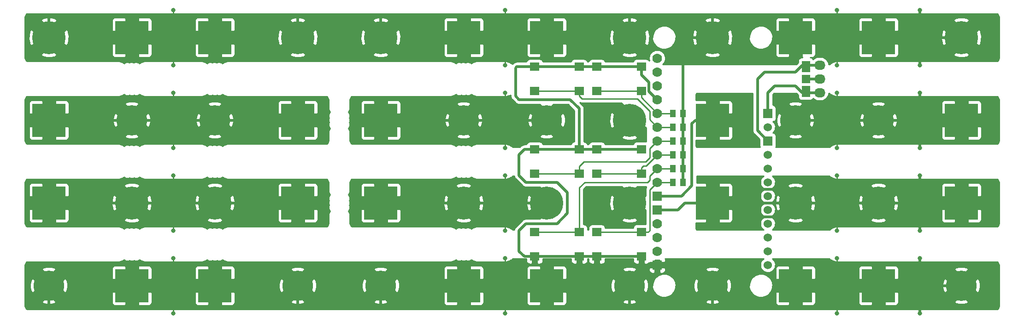
<source format=gtl>
%TF.GenerationSoftware,KiCad,Pcbnew,4.0.6-e0-6349~53~ubuntu16.04.1*%
%TF.CreationDate,2017-04-09T20:52:00+05:30*%
%TF.ProjectId,ultim_bus,756C74696D5F6275732E6B696361645F,rev?*%
%TF.FileFunction,Copper,L1,Top,Signal*%
%FSLAX46Y46*%
G04 Gerber Fmt 4.6, Leading zero omitted, Abs format (unit mm)*
G04 Created by KiCad (PCBNEW 4.0.6-e0-6349~53~ubuntu16.04.1) date Sun Apr  9 20:52:00 2017*
%MOMM*%
%LPD*%
G01*
G04 APERTURE LIST*
%ADD10C,0.101600*%
%ADD11C,6.096000*%
%ADD12R,6.096000X6.096000*%
%ADD13C,5.600000*%
%ADD14O,2.032000X1.727200*%
%ADD15R,1.524000X1.524000*%
%ADD16R,1.524000X2.032000*%
%ADD17C,0.800000*%
%ADD18C,1.778000*%
%ADD19R,1.778000X1.778000*%
%ADD20C,1.524000*%
%ADD21R,1.778000X1.524000*%
%ADD22R,1.000000X1.450000*%
%ADD23C,0.508000*%
%ADD24C,0.250000*%
%ADD25C,0.254000*%
G04 APERTURE END LIST*
D10*
D11*
X63500000Y-60960000D03*
X170180000Y-60960000D03*
X124460000Y-60960000D03*
X109220000Y-60960000D03*
X48260000Y-60960000D03*
X185420000Y-60960000D03*
X200660000Y-30480000D03*
X33020000Y-30480000D03*
X78740000Y-30480000D03*
X93980000Y-30480000D03*
X139700000Y-30480000D03*
X154940000Y-30480000D03*
D12*
X185420000Y-30480000D03*
X48260000Y-30480000D03*
X63500000Y-30480000D03*
X109220000Y-30480000D03*
X124460000Y-30480000D03*
X170180000Y-30480000D03*
X200660000Y-60960000D03*
X33020000Y-60960000D03*
X78740000Y-60960000D03*
X93980000Y-60960000D03*
D11*
X139700000Y-60960000D03*
D12*
X154940000Y-60960000D03*
D13*
X185420000Y-45720000D03*
D12*
X200660000Y-45720000D03*
X33020000Y-45720000D03*
D13*
X48260000Y-45720000D03*
X63500000Y-45720000D03*
D12*
X78740000Y-45720000D03*
X93980000Y-45720000D03*
D13*
X109220000Y-45720000D03*
X124460000Y-45720000D03*
D11*
X139700000Y-45720000D03*
D12*
X154940000Y-45720000D03*
D13*
X170180000Y-45720000D03*
D12*
X185420000Y-76200000D03*
D13*
X200660000Y-76200000D03*
X33020000Y-76200000D03*
D12*
X48260000Y-76200000D03*
X63500000Y-76200000D03*
D13*
X78740000Y-76200000D03*
X93980000Y-76200000D03*
D12*
X109220000Y-76200000D03*
X124460000Y-76200000D03*
D13*
X139700000Y-76200000D03*
X154940000Y-76200000D03*
D12*
X170180000Y-76200000D03*
D14*
X174625000Y-40640000D03*
X174625000Y-38100000D03*
X174625000Y-35560000D03*
D15*
X172085000Y-38100000D03*
D16*
X172085000Y-35814000D03*
X172085000Y-40386000D03*
D17*
X177800000Y-25400000D03*
X177800000Y-26670000D03*
X177800000Y-27940000D03*
X177800000Y-29210000D03*
X177800000Y-30480000D03*
X177800000Y-31750000D03*
X177800000Y-33020000D03*
X177800000Y-34290000D03*
X177800000Y-35560000D03*
X116840000Y-25400000D03*
X116840000Y-26670000D03*
X116840000Y-27940000D03*
X116840000Y-29210000D03*
X116840000Y-30480000D03*
X116840000Y-31750000D03*
X116840000Y-33020000D03*
X116840000Y-34290000D03*
X116840000Y-35560000D03*
X55880000Y-25400000D03*
X55880000Y-26670000D03*
X55880000Y-27940000D03*
X55880000Y-29210000D03*
X55880000Y-30480000D03*
X55880000Y-31750000D03*
X55880000Y-33020000D03*
X55880000Y-34290000D03*
X55880000Y-35560000D03*
X177800000Y-71120000D03*
X177800000Y-72390000D03*
X177800000Y-73660000D03*
X177800000Y-74930000D03*
X177800000Y-76200000D03*
X177800000Y-77470000D03*
X177800000Y-78740000D03*
X177800000Y-80010000D03*
X177800000Y-81280000D03*
X116840000Y-71120000D03*
X116840000Y-72390000D03*
X116840000Y-73660000D03*
X116840000Y-74930000D03*
X116840000Y-76200000D03*
X116840000Y-77470000D03*
X116840000Y-78740000D03*
X116840000Y-80010000D03*
X116840000Y-81280000D03*
X55880000Y-71120000D03*
X55880000Y-72390000D03*
X55880000Y-73660000D03*
X55880000Y-74930000D03*
X55880000Y-76200000D03*
X55880000Y-77470000D03*
X55880000Y-78740000D03*
X55880000Y-80010000D03*
X55880000Y-81280000D03*
X177800000Y-40640000D03*
X177800000Y-41910000D03*
X177800000Y-43180000D03*
X177800000Y-44450000D03*
X177800000Y-45720000D03*
X177800000Y-46990000D03*
X177800000Y-48260000D03*
X177800000Y-49530000D03*
X177800000Y-50800000D03*
X116840000Y-40640000D03*
X116840000Y-41910000D03*
X116840000Y-43180000D03*
X116840000Y-44450000D03*
X116840000Y-45720000D03*
X116840000Y-46990000D03*
X116840000Y-48260000D03*
X116840000Y-49530000D03*
X116840000Y-50800000D03*
X55880000Y-40640000D03*
X55880000Y-41910000D03*
X55880000Y-43180000D03*
X55880000Y-44450000D03*
X55880000Y-45720000D03*
X55880000Y-46990000D03*
X55880000Y-48260000D03*
X55880000Y-49530000D03*
X55880000Y-50800000D03*
X177800000Y-55880000D03*
X177800000Y-57150000D03*
X177800000Y-58420000D03*
X177800000Y-59690000D03*
X177800000Y-60960000D03*
X177800000Y-62230000D03*
X177800000Y-63500000D03*
X177800000Y-64770000D03*
X177800000Y-66040000D03*
X116840000Y-55880000D03*
X116840000Y-57150000D03*
X116840000Y-58420000D03*
X116840000Y-59690000D03*
X116840000Y-60960000D03*
X116840000Y-62230000D03*
X116840000Y-63500000D03*
X116840000Y-64770000D03*
X116840000Y-66040000D03*
X55880000Y-55880000D03*
X55880000Y-57150000D03*
X55880000Y-58420000D03*
X55880000Y-59690000D03*
X55880000Y-60960000D03*
X55880000Y-62230000D03*
X55880000Y-63500000D03*
X55880000Y-64770000D03*
X55880000Y-66040000D03*
D18*
X144780000Y-41910000D03*
D19*
X165100000Y-44450000D03*
X165100000Y-49530000D03*
X144780000Y-59690000D03*
X144780000Y-62230000D03*
D18*
X144780000Y-34290000D03*
X144780000Y-36830000D03*
X144780000Y-39370000D03*
X144780000Y-44450000D03*
X144780000Y-46990000D03*
X144780000Y-49530000D03*
X144780000Y-52070000D03*
X144780000Y-54610000D03*
X144780000Y-57150000D03*
X144780000Y-64770000D03*
X144780000Y-67310000D03*
X144780000Y-69850000D03*
D19*
X144780000Y-72390000D03*
D20*
X165100000Y-72390000D03*
X165100000Y-69850000D03*
X165100000Y-67310000D03*
X165100000Y-64770000D03*
X165100000Y-62230000D03*
X165100000Y-59690000D03*
X165100000Y-57150000D03*
X165100000Y-54610000D03*
X165100000Y-52070000D03*
X165100000Y-46990000D03*
D21*
X122275600Y-40360600D03*
X130454400Y-40360600D03*
X130454400Y-35839400D03*
X122275600Y-35839400D03*
X133705600Y-40360600D03*
X141884400Y-40360600D03*
X141884400Y-35839400D03*
X133705600Y-35839400D03*
X122275600Y-55600600D03*
X130454400Y-55600600D03*
X130454400Y-51079400D03*
X122275600Y-51079400D03*
X133705600Y-55600600D03*
X141884400Y-55600600D03*
X141884400Y-51079400D03*
X133705600Y-51079400D03*
X130454400Y-66319400D03*
X122275600Y-66319400D03*
X122275600Y-70840600D03*
X130454400Y-70840600D03*
X141884400Y-66319400D03*
X133705600Y-66319400D03*
X133705600Y-70840600D03*
X141884400Y-70840600D03*
D22*
X149540000Y-57150000D03*
X147640000Y-57150000D03*
X149540000Y-54610000D03*
X147640000Y-54610000D03*
X149540000Y-52070000D03*
X147640000Y-52070000D03*
X149540000Y-49530000D03*
X147640000Y-49530000D03*
X149540000Y-46990000D03*
X147640000Y-46990000D03*
X149540000Y-44450000D03*
X147640000Y-44450000D03*
D17*
X193040000Y-25400000D03*
X193040000Y-26670000D03*
X193040000Y-27940000D03*
X193040000Y-29210000D03*
X193040000Y-30480000D03*
X193040000Y-31750000D03*
X193040000Y-33020000D03*
X193040000Y-34290000D03*
X193040000Y-35560000D03*
X193040000Y-71120000D03*
X193040000Y-72390000D03*
X193040000Y-73660000D03*
X193040000Y-74930000D03*
X193040000Y-76200000D03*
X193040000Y-77470000D03*
X193040000Y-78740000D03*
X193040000Y-80010000D03*
X193040000Y-81280000D03*
X193040000Y-40640000D03*
X193040000Y-41910000D03*
X193040000Y-43180000D03*
X193040000Y-44450000D03*
X193040000Y-45720000D03*
X193040000Y-46990000D03*
X193040000Y-48260000D03*
X193040000Y-49530000D03*
X193040000Y-50800000D03*
X193040000Y-55880000D03*
X193040000Y-57150000D03*
X193040000Y-58420000D03*
X193040000Y-59690000D03*
X193040000Y-60960000D03*
X193040000Y-62230000D03*
X193040000Y-63500000D03*
X193040000Y-64770000D03*
X193040000Y-66040000D03*
D23*
X193040000Y-81280000D02*
X193040000Y-80010000D01*
X193040000Y-71120000D02*
X193040000Y-72390000D01*
X185420000Y-76200000D02*
X200660000Y-76200000D01*
X177800000Y-76200000D02*
X185420000Y-76200000D01*
X144780000Y-41910000D02*
X143256000Y-40386000D01*
X143256000Y-40386000D02*
X143256000Y-38735000D01*
X143256000Y-38735000D02*
X141884400Y-37363400D01*
X141884400Y-37363400D02*
X141884400Y-35839400D01*
X119380000Y-52070000D02*
X119380000Y-55880000D01*
X122275600Y-51079400D02*
X120370600Y-51079400D01*
X120370600Y-51079400D02*
X119380000Y-52070000D01*
X120650000Y-57150000D02*
X119380000Y-55880000D01*
X120650000Y-57150000D02*
X126365000Y-57150000D01*
X128270000Y-62865000D02*
X126365000Y-64770000D01*
X126365000Y-57150000D02*
X128270000Y-59055000D01*
X128270000Y-59055000D02*
X128270000Y-62865000D01*
X126365000Y-64770000D02*
X120650000Y-64770000D01*
X120370600Y-70840600D02*
X119380000Y-69850000D01*
X122275600Y-70840600D02*
X120370600Y-70840600D01*
X120650000Y-64770000D02*
X119380000Y-66040000D01*
X119380000Y-66040000D02*
X119380000Y-69850000D01*
X141884400Y-70840600D02*
X141884400Y-71780400D01*
X141884400Y-71780400D02*
X142494000Y-72390000D01*
X130454400Y-51079400D02*
X130454400Y-43586400D01*
X128778000Y-41910000D02*
X119380000Y-41910000D01*
X130454400Y-43586400D02*
X128778000Y-41910000D01*
X118745000Y-41275000D02*
X118745000Y-36068000D01*
X119380000Y-41910000D02*
X118745000Y-41275000D01*
X118745000Y-36068000D02*
X118973600Y-35839400D01*
X118973600Y-35839400D02*
X122275600Y-35839400D01*
X144780000Y-72390000D02*
X142494000Y-72390000D01*
X48006000Y-80010000D02*
X33020000Y-80010000D01*
X33020000Y-76200000D02*
X33020000Y-80010000D01*
X48260000Y-76200000D02*
X48260000Y-79756000D01*
X48260000Y-79756000D02*
X48006000Y-80010000D01*
X55880000Y-76200000D02*
X48260000Y-76200000D01*
X63500000Y-76200000D02*
X55880000Y-76200000D01*
X108966000Y-80010000D02*
X93980000Y-80010000D01*
X93980000Y-80010000D02*
X78740000Y-80010000D01*
X93980000Y-76200000D02*
X93980000Y-80010000D01*
X78740000Y-80010000D02*
X63754000Y-80010000D01*
X78740000Y-76200000D02*
X78740000Y-80010000D01*
X109220000Y-76200000D02*
X109220000Y-79756000D01*
X109220000Y-79756000D02*
X108966000Y-80010000D01*
X63754000Y-80010000D02*
X63500000Y-79756000D01*
X63500000Y-79756000D02*
X63500000Y-76200000D01*
X116840000Y-76200000D02*
X109220000Y-76200000D01*
X124460000Y-76200000D02*
X116840000Y-76200000D01*
X169926000Y-80010000D02*
X154940000Y-80010000D01*
X154940000Y-80010000D02*
X139700000Y-80010000D01*
X154940000Y-76200000D02*
X154940000Y-80010000D01*
X139700000Y-80010000D02*
X124714000Y-80010000D01*
X139700000Y-76200000D02*
X139700000Y-80010000D01*
X170180000Y-76200000D02*
X170180000Y-79756000D01*
X170180000Y-79756000D02*
X169926000Y-80010000D01*
X124714000Y-80010000D02*
X124460000Y-79756000D01*
X124460000Y-79756000D02*
X124460000Y-76200000D01*
X177800000Y-76200000D02*
X170180000Y-76200000D01*
X133705600Y-70840600D02*
X133832600Y-70840600D01*
X133832600Y-70840600D02*
X141884400Y-70840600D01*
X130454400Y-70840600D02*
X133705600Y-70840600D01*
X122275600Y-70840600D02*
X121767600Y-70840600D01*
X121767600Y-70840600D02*
X130454400Y-70840600D01*
X133705600Y-51079400D02*
X133832600Y-51079400D01*
X133832600Y-51079400D02*
X141884400Y-51079400D01*
X130454400Y-51079400D02*
X133705600Y-51079400D01*
X122275600Y-51079400D02*
X130454400Y-51079400D01*
X133705600Y-35839400D02*
X134467600Y-35839400D01*
X134467600Y-35839400D02*
X141884400Y-35839400D01*
X130454400Y-35839400D02*
X133705600Y-35839400D01*
X122275600Y-35839400D02*
X121767600Y-35839400D01*
X121767600Y-35839400D02*
X130454400Y-35839400D01*
D24*
X55880000Y-72390000D02*
X55880000Y-71120000D01*
X55880000Y-80010000D02*
X55880000Y-81280000D01*
X116840000Y-80010000D02*
X116840000Y-81280000D01*
X116840000Y-72390000D02*
X116840000Y-71120000D01*
X177800000Y-80010000D02*
X177800000Y-81280000D01*
X177800000Y-72390000D02*
X177800000Y-71120000D01*
D23*
X165100000Y-44450000D02*
X165100000Y-40640000D01*
X165100000Y-40640000D02*
X166370000Y-39370000D01*
X170180000Y-39370000D02*
X171450000Y-40640000D01*
X166370000Y-39370000D02*
X170180000Y-39370000D01*
X171450000Y-40640000D02*
X172085000Y-40640000D01*
X172085000Y-40640000D02*
X174625000Y-40640000D01*
X164465000Y-36830000D02*
X163195000Y-38100000D01*
X172085000Y-35560000D02*
X171450000Y-35560000D01*
X164465000Y-36830000D02*
X170180000Y-36830000D01*
X170180000Y-36830000D02*
X171450000Y-35560000D01*
X163195000Y-47625000D02*
X165100000Y-49530000D01*
X163195000Y-47625000D02*
X163195000Y-38100000D01*
X174625000Y-35560000D02*
X172085000Y-35560000D01*
X193040000Y-50800000D02*
X193040000Y-49530000D01*
X193040000Y-40640000D02*
X193040000Y-41910000D01*
X177800000Y-45720000D02*
X185420000Y-45720000D01*
X154940000Y-45720000D02*
X151765000Y-45720000D01*
X151130000Y-46355000D02*
X151130000Y-57785000D01*
X151765000Y-45720000D02*
X151130000Y-46355000D01*
X151130000Y-57785000D02*
X149225000Y-59690000D01*
X149225000Y-59690000D02*
X144780000Y-59690000D01*
X170180000Y-45720000D02*
X177800000Y-45720000D01*
D24*
X177800000Y-49530000D02*
X177800000Y-50800000D01*
X177800000Y-41910000D02*
X177800000Y-40640000D01*
D23*
X185420000Y-45720000D02*
X200660000Y-45720000D01*
X193040000Y-66040000D02*
X193040000Y-64770000D01*
X193040000Y-55880000D02*
X193040000Y-57150000D01*
X177800000Y-60960000D02*
X185420000Y-60960000D01*
X154940000Y-60960000D02*
X159385000Y-60960000D01*
X159385000Y-60960000D02*
X161925000Y-63500000D01*
X161925000Y-63500000D02*
X167640000Y-63500000D01*
X167640000Y-63500000D02*
X170180000Y-60960000D01*
X154940000Y-60960000D02*
X159385000Y-60960000D01*
X159385000Y-60960000D02*
X161925000Y-58420000D01*
X161925000Y-58420000D02*
X167640000Y-58420000D01*
X167640000Y-58420000D02*
X170180000Y-60960000D01*
X154940000Y-60960000D02*
X170180000Y-60960000D01*
X177800000Y-60960000D02*
X170180000Y-60960000D01*
X148590000Y-62230000D02*
X149860000Y-60960000D01*
X149860000Y-60960000D02*
X154940000Y-60960000D01*
X144780000Y-62230000D02*
X148590000Y-62230000D01*
D24*
X177800000Y-64770000D02*
X177800000Y-66040000D01*
X177800000Y-55880000D02*
X177800000Y-57150000D01*
D23*
X185420000Y-60960000D02*
X200660000Y-60960000D01*
X193040000Y-35560000D02*
X193040000Y-34290000D01*
X193040000Y-25400000D02*
X193040000Y-26670000D01*
X185420000Y-30480000D02*
X200660000Y-30480000D01*
X177800000Y-30480000D02*
X185420000Y-30480000D01*
X149540000Y-44450000D02*
X149540000Y-31569478D01*
X149540000Y-31569478D02*
X150629478Y-30480000D01*
X150629478Y-30480000D02*
X154940000Y-30480000D01*
X149540000Y-54610000D02*
X149540000Y-57150000D01*
X149540000Y-52070000D02*
X149540000Y-54610000D01*
X149540000Y-49530000D02*
X149540000Y-52070000D01*
X149540000Y-46990000D02*
X149540000Y-49530000D01*
X149540000Y-44450000D02*
X149540000Y-46990000D01*
X48006000Y-26670000D02*
X33020000Y-26670000D01*
X33020000Y-30480000D02*
X33020000Y-26670000D01*
X48260000Y-30480000D02*
X48260000Y-26924000D01*
X48260000Y-26924000D02*
X48006000Y-26670000D01*
X55880000Y-30480000D02*
X48260000Y-30480000D01*
X63500000Y-30480000D02*
X55880000Y-30480000D01*
X108966000Y-26670000D02*
X93980000Y-26670000D01*
X93980000Y-26670000D02*
X78740000Y-26670000D01*
X93980000Y-30480000D02*
X93980000Y-26670000D01*
X78740000Y-26670000D02*
X63754000Y-26670000D01*
X78740000Y-30480000D02*
X78740000Y-26670000D01*
X109220000Y-30480000D02*
X109220000Y-26924000D01*
X63754000Y-26670000D02*
X63500000Y-26924000D01*
X109220000Y-26924000D02*
X108966000Y-26670000D01*
X63500000Y-26924000D02*
X63500000Y-30480000D01*
X116840000Y-30480000D02*
X109220000Y-30480000D01*
X124460000Y-30480000D02*
X116840000Y-30480000D01*
X124714000Y-26670000D02*
X139700000Y-26670000D01*
X139700000Y-26670000D02*
X154940000Y-26670000D01*
X139700000Y-30480000D02*
X139700000Y-26670000D01*
X154940000Y-26670000D02*
X169926000Y-26670000D01*
X154940000Y-30480000D02*
X154940000Y-26670000D01*
X124460000Y-30480000D02*
X124460000Y-26924000D01*
X124460000Y-26924000D02*
X124714000Y-26670000D01*
X170180000Y-30480000D02*
X170180000Y-26924000D01*
X170180000Y-26924000D02*
X169926000Y-26670000D01*
X177800000Y-30480000D02*
X170180000Y-30480000D01*
X172085000Y-38100000D02*
X174625000Y-38100000D01*
D24*
X55880000Y-26670000D02*
X55880000Y-25400000D01*
X55880000Y-34290000D02*
X55880000Y-35560000D01*
X116840000Y-34290000D02*
X116840000Y-35560000D01*
X116840000Y-26670000D02*
X116840000Y-25400000D01*
X177800000Y-34290000D02*
X177800000Y-35560000D01*
X177800000Y-26670000D02*
X177800000Y-25400000D01*
D23*
X48260000Y-45720000D02*
X33020000Y-45720000D01*
X55880000Y-45720000D02*
X48260000Y-45720000D01*
X63500000Y-45720000D02*
X55880000Y-45720000D01*
X78740000Y-45720000D02*
X63500000Y-45720000D01*
D24*
X55880000Y-41910000D02*
X55880000Y-40640000D01*
X55880000Y-49530000D02*
X55880000Y-50800000D01*
D23*
X109220000Y-45720000D02*
X93980000Y-45720000D01*
X116840000Y-45720000D02*
X109220000Y-45720000D01*
X124460000Y-45720000D02*
X116840000Y-45720000D01*
D24*
X116840000Y-49530000D02*
X116840000Y-50800000D01*
X116840000Y-41910000D02*
X116840000Y-40640000D01*
D23*
X63500000Y-60960000D02*
X78740000Y-60960000D01*
X55880000Y-60960000D02*
X63500000Y-60960000D01*
X48260000Y-60960000D02*
X55880000Y-60960000D01*
X33020000Y-60960000D02*
X48260000Y-60960000D01*
D24*
X55880000Y-57150000D02*
X55880000Y-55880000D01*
X55880000Y-64770000D02*
X55880000Y-66040000D01*
D23*
X116840000Y-60960000D02*
X124460000Y-60960000D01*
X109220000Y-60960000D02*
X116840000Y-60960000D01*
X93980000Y-60960000D02*
X109220000Y-60960000D01*
D24*
X116840000Y-64770000D02*
X116840000Y-66040000D01*
X116840000Y-57150000D02*
X116840000Y-55880000D01*
X141884400Y-40360600D02*
X141884400Y-41554400D01*
X141884400Y-41554400D02*
X144780000Y-44450000D01*
X144780000Y-44450000D02*
X147640000Y-44450000D01*
X141960600Y-40360600D02*
X141884400Y-40360600D01*
X133705600Y-40360600D02*
X141884400Y-40360600D01*
X144780000Y-46990000D02*
X143383000Y-45593000D01*
X143383000Y-45593000D02*
X143383000Y-44069000D01*
X143383000Y-44069000D02*
X141097000Y-41783000D01*
X141097000Y-41783000D02*
X130937000Y-41783000D01*
X130937000Y-41783000D02*
X130454400Y-41300400D01*
X130454400Y-41300400D02*
X130454400Y-40360600D01*
X130454400Y-40360600D02*
X122275600Y-40360600D01*
X144780000Y-46990000D02*
X147640000Y-46990000D01*
X130454400Y-55600600D02*
X130454400Y-54203600D01*
X130454400Y-54203600D02*
X131318000Y-53340000D01*
X143383000Y-50927000D02*
X143383000Y-52578000D01*
X142621000Y-53340000D02*
X131318000Y-53340000D01*
X143383000Y-52578000D02*
X142621000Y-53340000D01*
X144780000Y-49530000D02*
X143383000Y-50927000D01*
X144780000Y-49530000D02*
X147640000Y-49530000D01*
X122275600Y-55600600D02*
X130454400Y-55600600D01*
X142240000Y-54102000D02*
X141884400Y-54457600D01*
X141884400Y-54457600D02*
X141884400Y-55600600D01*
X142748000Y-54102000D02*
X142240000Y-54102000D01*
X144780000Y-52070000D02*
X142748000Y-54102000D01*
X144780000Y-52070000D02*
X147640000Y-52070000D01*
X133705600Y-55600600D02*
X141884400Y-55600600D01*
X143002000Y-57150000D02*
X143383000Y-56769000D01*
X143383000Y-56769000D02*
X143383000Y-56007000D01*
X143383000Y-56007000D02*
X143510000Y-55880000D01*
X130454400Y-66319400D02*
X130454400Y-58140600D01*
X131445000Y-57150000D02*
X143002000Y-57150000D01*
X130454400Y-58140600D02*
X131445000Y-57150000D01*
X143510000Y-55880000D02*
X144780000Y-54610000D01*
X144780000Y-54610000D02*
X147640000Y-54610000D01*
X130454400Y-66319400D02*
X122275600Y-66319400D01*
X144780000Y-57150000D02*
X143383000Y-58547000D01*
X143383000Y-58547000D02*
X143383000Y-66040000D01*
X143383000Y-66040000D02*
X143103600Y-66319400D01*
X143103600Y-66319400D02*
X141605000Y-66319400D01*
X141605000Y-66319400D02*
X141884400Y-66319400D01*
X144780000Y-57150000D02*
X147640000Y-57150000D01*
X141884400Y-66319400D02*
X133705600Y-66319400D01*
D25*
G36*
X120751600Y-71983602D02*
X120877469Y-71983602D01*
X120893363Y-72007389D01*
X120981811Y-72095837D01*
X121085815Y-72165330D01*
X121201377Y-72213197D01*
X121324058Y-72237600D01*
X121672350Y-72237600D01*
X121831100Y-72078850D01*
X121831100Y-71247000D01*
X122720100Y-71247000D01*
X122720100Y-72078850D01*
X122878850Y-72237600D01*
X123227142Y-72237600D01*
X123349823Y-72213197D01*
X123465385Y-72165330D01*
X123569389Y-72095837D01*
X123657837Y-72007389D01*
X123673731Y-71983602D01*
X123799600Y-71983602D01*
X123799600Y-71247000D01*
X128930400Y-71247000D01*
X128930400Y-71983602D01*
X129056269Y-71983602D01*
X129072163Y-72007389D01*
X129160611Y-72095837D01*
X129264615Y-72165330D01*
X129380177Y-72213197D01*
X129502858Y-72237600D01*
X129851150Y-72237600D01*
X130009900Y-72078850D01*
X130009900Y-71247000D01*
X130898900Y-71247000D01*
X130898900Y-72078850D01*
X131057650Y-72237600D01*
X131405942Y-72237600D01*
X131528623Y-72213197D01*
X131644185Y-72165330D01*
X131748189Y-72095837D01*
X131836637Y-72007389D01*
X131852531Y-71983602D01*
X131978400Y-71983602D01*
X131978400Y-71247000D01*
X132181600Y-71247000D01*
X132181600Y-71983602D01*
X132307469Y-71983602D01*
X132323363Y-72007389D01*
X132411811Y-72095837D01*
X132515815Y-72165330D01*
X132631377Y-72213197D01*
X132754058Y-72237600D01*
X133102350Y-72237600D01*
X133261100Y-72078850D01*
X133261100Y-71247000D01*
X134150100Y-71247000D01*
X134150100Y-72078850D01*
X134308850Y-72237600D01*
X134657142Y-72237600D01*
X134779823Y-72213197D01*
X134895385Y-72165330D01*
X134999389Y-72095837D01*
X135087837Y-72007389D01*
X135103731Y-71983602D01*
X135229600Y-71983602D01*
X135229600Y-71247000D01*
X140360400Y-71247000D01*
X140360400Y-71983602D01*
X140486269Y-71983602D01*
X140502163Y-72007389D01*
X140590611Y-72095837D01*
X140694615Y-72165330D01*
X140810177Y-72213197D01*
X140932858Y-72237600D01*
X141281150Y-72237600D01*
X141439900Y-72078850D01*
X141439900Y-71247000D01*
X142328900Y-71247000D01*
X142328900Y-72078850D01*
X142487650Y-72237600D01*
X142835942Y-72237600D01*
X142958623Y-72213197D01*
X143074185Y-72165330D01*
X143178189Y-72095837D01*
X143266637Y-72007389D01*
X143282531Y-71983602D01*
X143408400Y-71983602D01*
X143408400Y-71939150D01*
X143414750Y-71945500D01*
X144335500Y-71945500D01*
X144335500Y-71501000D01*
X145224500Y-71501000D01*
X145224500Y-71945500D01*
X146145250Y-71945500D01*
X146304000Y-71786750D01*
X146304000Y-71438458D01*
X146279597Y-71315777D01*
X146251109Y-71247000D01*
X164295275Y-71247000D01*
X164220399Y-71295997D01*
X164024658Y-71487681D01*
X163869877Y-71713734D01*
X163761950Y-71965546D01*
X163704989Y-72233524D01*
X163701164Y-72507464D01*
X163750620Y-72776928D01*
X163851474Y-73031655D01*
X163999883Y-73261942D01*
X164190196Y-73459016D01*
X164415163Y-73615372D01*
X164666215Y-73725054D01*
X164933789Y-73783884D01*
X165207695Y-73789622D01*
X165477499Y-73742048D01*
X165732923Y-73642975D01*
X165964240Y-73496177D01*
X166162639Y-73307245D01*
X166316269Y-73089458D01*
X166497000Y-73089458D01*
X166497000Y-74898250D01*
X166655750Y-75057000D01*
X169037000Y-75057000D01*
X169037000Y-72675750D01*
X171323000Y-72675750D01*
X171323000Y-75057000D01*
X173704250Y-75057000D01*
X173863000Y-74898250D01*
X173863000Y-73089458D01*
X181737000Y-73089458D01*
X181737000Y-74898250D01*
X181895750Y-75057000D01*
X184277000Y-75057000D01*
X184277000Y-72675750D01*
X186563000Y-72675750D01*
X186563000Y-75057000D01*
X188944250Y-75057000D01*
X189103000Y-74898250D01*
X189103000Y-73208139D01*
X199284585Y-73208139D01*
X200660000Y-74583554D01*
X202035415Y-73208139D01*
X201649637Y-72893294D01*
X200985515Y-72763764D01*
X200308884Y-72766285D01*
X199670363Y-72893294D01*
X199284585Y-73208139D01*
X189103000Y-73208139D01*
X189103000Y-73089458D01*
X189078597Y-72966777D01*
X189030730Y-72851215D01*
X188961237Y-72747211D01*
X188872789Y-72658763D01*
X188768785Y-72589270D01*
X188653223Y-72541403D01*
X188530542Y-72517000D01*
X186721750Y-72517000D01*
X186563000Y-72675750D01*
X184277000Y-72675750D01*
X184118250Y-72517000D01*
X182309458Y-72517000D01*
X182186777Y-72541403D01*
X182071215Y-72589270D01*
X181967211Y-72658763D01*
X181878763Y-72747211D01*
X181809270Y-72851215D01*
X181761403Y-72966777D01*
X181737000Y-73089458D01*
X173863000Y-73089458D01*
X173838597Y-72966777D01*
X173790730Y-72851215D01*
X173721237Y-72747211D01*
X173632789Y-72658763D01*
X173528785Y-72589270D01*
X173413223Y-72541403D01*
X173290542Y-72517000D01*
X171481750Y-72517000D01*
X171323000Y-72675750D01*
X169037000Y-72675750D01*
X168878250Y-72517000D01*
X167069458Y-72517000D01*
X166946777Y-72541403D01*
X166831215Y-72589270D01*
X166727211Y-72658763D01*
X166638763Y-72747211D01*
X166569270Y-72851215D01*
X166521403Y-72966777D01*
X166497000Y-73089458D01*
X166316269Y-73089458D01*
X166320561Y-73083375D01*
X166431993Y-72833095D01*
X166492690Y-72565938D01*
X166497059Y-72253017D01*
X166443846Y-71984269D01*
X166339446Y-71730975D01*
X166187835Y-71502783D01*
X165994790Y-71308385D01*
X165903783Y-71247000D01*
X176401628Y-71247000D01*
X176403706Y-71249064D01*
X176448736Y-71295047D01*
X176456374Y-71301366D01*
X176648452Y-71458020D01*
X176701997Y-71493595D01*
X176755149Y-71529989D01*
X176763869Y-71534703D01*
X176982717Y-71651066D01*
X177042208Y-71675587D01*
X177101357Y-71700938D01*
X177110825Y-71703868D01*
X177110829Y-71703870D01*
X177110833Y-71703871D01*
X177348108Y-71775509D01*
X177411205Y-71788003D01*
X177474179Y-71801388D01*
X177484034Y-71802424D01*
X177484038Y-71802424D01*
X177730716Y-71826611D01*
X177760489Y-71826611D01*
X177790087Y-71829931D01*
X177800000Y-71830000D01*
X206975280Y-71830000D01*
X207118109Y-71844005D01*
X207222101Y-71875402D01*
X207318014Y-71926399D01*
X207402194Y-71995055D01*
X207471440Y-72078758D01*
X207523105Y-72174311D01*
X207555227Y-72278078D01*
X207570000Y-72418641D01*
X207570000Y-79975280D01*
X207555995Y-80118109D01*
X207524599Y-80222099D01*
X207473601Y-80318013D01*
X207404941Y-80402199D01*
X207321243Y-80471439D01*
X207225689Y-80523105D01*
X207121922Y-80555227D01*
X206981359Y-80570000D01*
X29244720Y-80570000D01*
X29101891Y-80555995D01*
X28997901Y-80524599D01*
X28901987Y-80473601D01*
X28817801Y-80404941D01*
X28748561Y-80321243D01*
X28696895Y-80225689D01*
X28664773Y-80121922D01*
X28650000Y-79981359D01*
X28650000Y-79191861D01*
X31644585Y-79191861D01*
X32030363Y-79506706D01*
X32694485Y-79636236D01*
X33371116Y-79633715D01*
X34009637Y-79506706D01*
X34395415Y-79191861D01*
X33020000Y-77816446D01*
X31644585Y-79191861D01*
X28650000Y-79191861D01*
X28650000Y-75874485D01*
X29583764Y-75874485D01*
X29586285Y-76551116D01*
X29713294Y-77189637D01*
X30028139Y-77575415D01*
X31403554Y-76200000D01*
X34636446Y-76200000D01*
X36011861Y-77575415D01*
X36071981Y-77501750D01*
X44577000Y-77501750D01*
X44577000Y-79310542D01*
X44601403Y-79433223D01*
X44649270Y-79548785D01*
X44718763Y-79652789D01*
X44807211Y-79741237D01*
X44911215Y-79810730D01*
X45026777Y-79858597D01*
X45149458Y-79883000D01*
X46958250Y-79883000D01*
X47117000Y-79724250D01*
X47117000Y-77343000D01*
X49403000Y-77343000D01*
X49403000Y-79724250D01*
X49561750Y-79883000D01*
X51370542Y-79883000D01*
X51493223Y-79858597D01*
X51608785Y-79810730D01*
X51712789Y-79741237D01*
X51801237Y-79652789D01*
X51870730Y-79548785D01*
X51918597Y-79433223D01*
X51943000Y-79310542D01*
X51943000Y-77501750D01*
X59817000Y-77501750D01*
X59817000Y-79310542D01*
X59841403Y-79433223D01*
X59889270Y-79548785D01*
X59958763Y-79652789D01*
X60047211Y-79741237D01*
X60151215Y-79810730D01*
X60266777Y-79858597D01*
X60389458Y-79883000D01*
X62198250Y-79883000D01*
X62357000Y-79724250D01*
X62357000Y-77343000D01*
X64643000Y-77343000D01*
X64643000Y-79724250D01*
X64801750Y-79883000D01*
X66610542Y-79883000D01*
X66733223Y-79858597D01*
X66848785Y-79810730D01*
X66952789Y-79741237D01*
X67041237Y-79652789D01*
X67110730Y-79548785D01*
X67158597Y-79433223D01*
X67183000Y-79310542D01*
X67183000Y-79191861D01*
X77364585Y-79191861D01*
X77750363Y-79506706D01*
X78414485Y-79636236D01*
X79091116Y-79633715D01*
X79729637Y-79506706D01*
X80115415Y-79191861D01*
X92604585Y-79191861D01*
X92990363Y-79506706D01*
X93654485Y-79636236D01*
X94331116Y-79633715D01*
X94969637Y-79506706D01*
X95355415Y-79191861D01*
X93980000Y-77816446D01*
X92604585Y-79191861D01*
X80115415Y-79191861D01*
X78740000Y-77816446D01*
X77364585Y-79191861D01*
X67183000Y-79191861D01*
X67183000Y-77501750D01*
X67024250Y-77343000D01*
X64643000Y-77343000D01*
X62357000Y-77343000D01*
X59975750Y-77343000D01*
X59817000Y-77501750D01*
X51943000Y-77501750D01*
X51784250Y-77343000D01*
X49403000Y-77343000D01*
X47117000Y-77343000D01*
X44735750Y-77343000D01*
X44577000Y-77501750D01*
X36071981Y-77501750D01*
X36326706Y-77189637D01*
X36456236Y-76525515D01*
X36453811Y-75874485D01*
X75303764Y-75874485D01*
X75306285Y-76551116D01*
X75433294Y-77189637D01*
X75748139Y-77575415D01*
X77123554Y-76200000D01*
X80356446Y-76200000D01*
X81731861Y-77575415D01*
X82046706Y-77189637D01*
X82176236Y-76525515D01*
X82173811Y-75874485D01*
X90543764Y-75874485D01*
X90546285Y-76551116D01*
X90673294Y-77189637D01*
X90988139Y-77575415D01*
X92363554Y-76200000D01*
X95596446Y-76200000D01*
X96971861Y-77575415D01*
X97031981Y-77501750D01*
X105537000Y-77501750D01*
X105537000Y-79310542D01*
X105561403Y-79433223D01*
X105609270Y-79548785D01*
X105678763Y-79652789D01*
X105767211Y-79741237D01*
X105871215Y-79810730D01*
X105986777Y-79858597D01*
X106109458Y-79883000D01*
X107918250Y-79883000D01*
X108077000Y-79724250D01*
X108077000Y-77343000D01*
X110363000Y-77343000D01*
X110363000Y-79724250D01*
X110521750Y-79883000D01*
X112330542Y-79883000D01*
X112453223Y-79858597D01*
X112568785Y-79810730D01*
X112672789Y-79741237D01*
X112761237Y-79652789D01*
X112830730Y-79548785D01*
X112878597Y-79433223D01*
X112903000Y-79310542D01*
X112903000Y-77501750D01*
X120777000Y-77501750D01*
X120777000Y-79310542D01*
X120801403Y-79433223D01*
X120849270Y-79548785D01*
X120918763Y-79652789D01*
X121007211Y-79741237D01*
X121111215Y-79810730D01*
X121226777Y-79858597D01*
X121349458Y-79883000D01*
X123158250Y-79883000D01*
X123317000Y-79724250D01*
X123317000Y-77343000D01*
X125603000Y-77343000D01*
X125603000Y-79724250D01*
X125761750Y-79883000D01*
X127570542Y-79883000D01*
X127693223Y-79858597D01*
X127808785Y-79810730D01*
X127912789Y-79741237D01*
X128001237Y-79652789D01*
X128070730Y-79548785D01*
X128118597Y-79433223D01*
X128143000Y-79310542D01*
X128143000Y-79191861D01*
X138324585Y-79191861D01*
X138710363Y-79506706D01*
X139374485Y-79636236D01*
X140051116Y-79633715D01*
X140689637Y-79506706D01*
X141075415Y-79191861D01*
X153564585Y-79191861D01*
X153950363Y-79506706D01*
X154614485Y-79636236D01*
X155291116Y-79633715D01*
X155929637Y-79506706D01*
X156315415Y-79191861D01*
X154940000Y-77816446D01*
X153564585Y-79191861D01*
X141075415Y-79191861D01*
X139700000Y-77816446D01*
X138324585Y-79191861D01*
X128143000Y-79191861D01*
X128143000Y-77501750D01*
X127984250Y-77343000D01*
X125603000Y-77343000D01*
X123317000Y-77343000D01*
X120935750Y-77343000D01*
X120777000Y-77501750D01*
X112903000Y-77501750D01*
X112744250Y-77343000D01*
X110363000Y-77343000D01*
X108077000Y-77343000D01*
X105695750Y-77343000D01*
X105537000Y-77501750D01*
X97031981Y-77501750D01*
X97286706Y-77189637D01*
X97416236Y-76525515D01*
X97413811Y-75874485D01*
X136263764Y-75874485D01*
X136266285Y-76551116D01*
X136393294Y-77189637D01*
X136708139Y-77575415D01*
X138083554Y-76200000D01*
X141316446Y-76200000D01*
X142691861Y-77575415D01*
X143006706Y-77189637D01*
X143136236Y-76525515D01*
X143135700Y-76381535D01*
X143888163Y-76381535D01*
X143964595Y-76797980D01*
X144120459Y-77191649D01*
X144349819Y-77547547D01*
X144643939Y-77852116D01*
X144991615Y-78093757D01*
X145379604Y-78263266D01*
X145793129Y-78354185D01*
X146216438Y-78363052D01*
X146633407Y-78289529D01*
X147028154Y-78136417D01*
X147385644Y-77909547D01*
X147692260Y-77617561D01*
X147936322Y-77271580D01*
X148108535Y-76884784D01*
X148202339Y-76471904D01*
X148209092Y-75988299D01*
X148186557Y-75874485D01*
X151503764Y-75874485D01*
X151506285Y-76551116D01*
X151633294Y-77189637D01*
X151948139Y-77575415D01*
X153323554Y-76200000D01*
X156556446Y-76200000D01*
X157931861Y-77575415D01*
X158246706Y-77189637D01*
X158376236Y-76525515D01*
X158375700Y-76381535D01*
X161668163Y-76381535D01*
X161744595Y-76797980D01*
X161900459Y-77191649D01*
X162129819Y-77547547D01*
X162423939Y-77852116D01*
X162771615Y-78093757D01*
X163159604Y-78263266D01*
X163573129Y-78354185D01*
X163996438Y-78363052D01*
X164413407Y-78289529D01*
X164808154Y-78136417D01*
X165165644Y-77909547D01*
X165472260Y-77617561D01*
X165553955Y-77501750D01*
X166497000Y-77501750D01*
X166497000Y-79310542D01*
X166521403Y-79433223D01*
X166569270Y-79548785D01*
X166638763Y-79652789D01*
X166727211Y-79741237D01*
X166831215Y-79810730D01*
X166946777Y-79858597D01*
X167069458Y-79883000D01*
X168878250Y-79883000D01*
X169037000Y-79724250D01*
X169037000Y-77343000D01*
X171323000Y-77343000D01*
X171323000Y-79724250D01*
X171481750Y-79883000D01*
X173290542Y-79883000D01*
X173413223Y-79858597D01*
X173528785Y-79810730D01*
X173632789Y-79741237D01*
X173721237Y-79652789D01*
X173790730Y-79548785D01*
X173838597Y-79433223D01*
X173863000Y-79310542D01*
X173863000Y-77501750D01*
X181737000Y-77501750D01*
X181737000Y-79310542D01*
X181761403Y-79433223D01*
X181809270Y-79548785D01*
X181878763Y-79652789D01*
X181967211Y-79741237D01*
X182071215Y-79810730D01*
X182186777Y-79858597D01*
X182309458Y-79883000D01*
X184118250Y-79883000D01*
X184277000Y-79724250D01*
X184277000Y-77343000D01*
X186563000Y-77343000D01*
X186563000Y-79724250D01*
X186721750Y-79883000D01*
X188530542Y-79883000D01*
X188653223Y-79858597D01*
X188768785Y-79810730D01*
X188872789Y-79741237D01*
X188961237Y-79652789D01*
X189030730Y-79548785D01*
X189078597Y-79433223D01*
X189103000Y-79310542D01*
X189103000Y-79191861D01*
X199284585Y-79191861D01*
X199670363Y-79506706D01*
X200334485Y-79636236D01*
X201011116Y-79633715D01*
X201649637Y-79506706D01*
X202035415Y-79191861D01*
X200660000Y-77816446D01*
X199284585Y-79191861D01*
X189103000Y-79191861D01*
X189103000Y-77501750D01*
X188944250Y-77343000D01*
X186563000Y-77343000D01*
X184277000Y-77343000D01*
X181895750Y-77343000D01*
X181737000Y-77501750D01*
X173863000Y-77501750D01*
X173704250Y-77343000D01*
X171323000Y-77343000D01*
X169037000Y-77343000D01*
X166655750Y-77343000D01*
X166497000Y-77501750D01*
X165553955Y-77501750D01*
X165716322Y-77271580D01*
X165888535Y-76884784D01*
X165982339Y-76471904D01*
X165989092Y-75988299D01*
X165966557Y-75874485D01*
X197223764Y-75874485D01*
X197226285Y-76551116D01*
X197353294Y-77189637D01*
X197668139Y-77575415D01*
X199043554Y-76200000D01*
X202276446Y-76200000D01*
X203651861Y-77575415D01*
X203966706Y-77189637D01*
X204096236Y-76525515D01*
X204093715Y-75848884D01*
X203966706Y-75210363D01*
X203651861Y-74824585D01*
X202276446Y-76200000D01*
X199043554Y-76200000D01*
X197668139Y-74824585D01*
X197353294Y-75210363D01*
X197223764Y-75874485D01*
X165966557Y-75874485D01*
X165906853Y-75572961D01*
X165745507Y-75181507D01*
X165511200Y-74828847D01*
X165212857Y-74528413D01*
X164861841Y-74291650D01*
X164471523Y-74127575D01*
X164056769Y-74042438D01*
X163633378Y-74039483D01*
X163217475Y-74118820D01*
X162824904Y-74277429D01*
X162470617Y-74509268D01*
X162168108Y-74805507D01*
X161928900Y-75154861D01*
X161762104Y-75544025D01*
X161674074Y-75958174D01*
X161668163Y-76381535D01*
X158375700Y-76381535D01*
X158373715Y-75848884D01*
X158246706Y-75210363D01*
X157931861Y-74824585D01*
X156556446Y-76200000D01*
X153323554Y-76200000D01*
X151948139Y-74824585D01*
X151633294Y-75210363D01*
X151503764Y-75874485D01*
X148186557Y-75874485D01*
X148126853Y-75572961D01*
X147965507Y-75181507D01*
X147731200Y-74828847D01*
X147432857Y-74528413D01*
X147081841Y-74291650D01*
X146691523Y-74127575D01*
X146276769Y-74042438D01*
X145853378Y-74039483D01*
X145437475Y-74118820D01*
X145044904Y-74277429D01*
X144690617Y-74509268D01*
X144388108Y-74805507D01*
X144148900Y-75154861D01*
X143982104Y-75544025D01*
X143894074Y-75958174D01*
X143888163Y-76381535D01*
X143135700Y-76381535D01*
X143133715Y-75848884D01*
X143006706Y-75210363D01*
X142691861Y-74824585D01*
X141316446Y-76200000D01*
X138083554Y-76200000D01*
X136708139Y-74824585D01*
X136393294Y-75210363D01*
X136263764Y-75874485D01*
X97413811Y-75874485D01*
X97413715Y-75848884D01*
X97286706Y-75210363D01*
X96971861Y-74824585D01*
X95596446Y-76200000D01*
X92363554Y-76200000D01*
X90988139Y-74824585D01*
X90673294Y-75210363D01*
X90543764Y-75874485D01*
X82173811Y-75874485D01*
X82173715Y-75848884D01*
X82046706Y-75210363D01*
X81731861Y-74824585D01*
X80356446Y-76200000D01*
X77123554Y-76200000D01*
X75748139Y-74824585D01*
X75433294Y-75210363D01*
X75303764Y-75874485D01*
X36453811Y-75874485D01*
X36453715Y-75848884D01*
X36326706Y-75210363D01*
X36011861Y-74824585D01*
X34636446Y-76200000D01*
X31403554Y-76200000D01*
X30028139Y-74824585D01*
X29713294Y-75210363D01*
X29583764Y-75874485D01*
X28650000Y-75874485D01*
X28650000Y-73208139D01*
X31644585Y-73208139D01*
X33020000Y-74583554D01*
X34395415Y-73208139D01*
X34249996Y-73089458D01*
X44577000Y-73089458D01*
X44577000Y-74898250D01*
X44735750Y-75057000D01*
X47117000Y-75057000D01*
X47117000Y-72675750D01*
X49403000Y-72675750D01*
X49403000Y-75057000D01*
X51784250Y-75057000D01*
X51943000Y-74898250D01*
X51943000Y-73089458D01*
X59817000Y-73089458D01*
X59817000Y-74898250D01*
X59975750Y-75057000D01*
X62357000Y-75057000D01*
X62357000Y-72675750D01*
X64643000Y-72675750D01*
X64643000Y-75057000D01*
X67024250Y-75057000D01*
X67183000Y-74898250D01*
X67183000Y-73208139D01*
X77364585Y-73208139D01*
X78740000Y-74583554D01*
X80115415Y-73208139D01*
X92604585Y-73208139D01*
X93980000Y-74583554D01*
X95355415Y-73208139D01*
X95209996Y-73089458D01*
X105537000Y-73089458D01*
X105537000Y-74898250D01*
X105695750Y-75057000D01*
X108077000Y-75057000D01*
X108077000Y-72675750D01*
X110363000Y-72675750D01*
X110363000Y-75057000D01*
X112744250Y-75057000D01*
X112903000Y-74898250D01*
X112903000Y-73089458D01*
X120777000Y-73089458D01*
X120777000Y-74898250D01*
X120935750Y-75057000D01*
X123317000Y-75057000D01*
X123317000Y-72675750D01*
X125603000Y-72675750D01*
X125603000Y-75057000D01*
X127984250Y-75057000D01*
X128143000Y-74898250D01*
X128143000Y-73208139D01*
X138324585Y-73208139D01*
X139700000Y-74583554D01*
X141075415Y-73208139D01*
X140812113Y-72993250D01*
X143256000Y-72993250D01*
X143256000Y-73341542D01*
X143280403Y-73464223D01*
X143328270Y-73579785D01*
X143397763Y-73683789D01*
X143486211Y-73772237D01*
X143590215Y-73841730D01*
X143705777Y-73889597D01*
X143828458Y-73914000D01*
X144176750Y-73914000D01*
X144335500Y-73755250D01*
X144335500Y-72834500D01*
X145224500Y-72834500D01*
X145224500Y-73755250D01*
X145383250Y-73914000D01*
X145731542Y-73914000D01*
X145854223Y-73889597D01*
X145969785Y-73841730D01*
X146073789Y-73772237D01*
X146162237Y-73683789D01*
X146231730Y-73579785D01*
X146279597Y-73464223D01*
X146304000Y-73341542D01*
X146304000Y-73208139D01*
X153564585Y-73208139D01*
X154940000Y-74583554D01*
X156315415Y-73208139D01*
X155929637Y-72893294D01*
X155265515Y-72763764D01*
X154588884Y-72766285D01*
X153950363Y-72893294D01*
X153564585Y-73208139D01*
X146304000Y-73208139D01*
X146304000Y-72993250D01*
X146145250Y-72834500D01*
X145224500Y-72834500D01*
X144335500Y-72834500D01*
X143414750Y-72834500D01*
X143256000Y-72993250D01*
X140812113Y-72993250D01*
X140689637Y-72893294D01*
X140025515Y-72763764D01*
X139348884Y-72766285D01*
X138710363Y-72893294D01*
X138324585Y-73208139D01*
X128143000Y-73208139D01*
X128143000Y-73089458D01*
X128118597Y-72966777D01*
X128070730Y-72851215D01*
X128001237Y-72747211D01*
X127912789Y-72658763D01*
X127808785Y-72589270D01*
X127693223Y-72541403D01*
X127570542Y-72517000D01*
X125761750Y-72517000D01*
X125603000Y-72675750D01*
X123317000Y-72675750D01*
X123158250Y-72517000D01*
X121349458Y-72517000D01*
X121226777Y-72541403D01*
X121111215Y-72589270D01*
X121007211Y-72658763D01*
X120918763Y-72747211D01*
X120849270Y-72851215D01*
X120801403Y-72966777D01*
X120777000Y-73089458D01*
X112903000Y-73089458D01*
X112878597Y-72966777D01*
X112830730Y-72851215D01*
X112761237Y-72747211D01*
X112672789Y-72658763D01*
X112568785Y-72589270D01*
X112453223Y-72541403D01*
X112330542Y-72517000D01*
X110521750Y-72517000D01*
X110363000Y-72675750D01*
X108077000Y-72675750D01*
X107918250Y-72517000D01*
X106109458Y-72517000D01*
X105986777Y-72541403D01*
X105871215Y-72589270D01*
X105767211Y-72658763D01*
X105678763Y-72747211D01*
X105609270Y-72851215D01*
X105561403Y-72966777D01*
X105537000Y-73089458D01*
X95209996Y-73089458D01*
X94969637Y-72893294D01*
X94305515Y-72763764D01*
X93628884Y-72766285D01*
X92990363Y-72893294D01*
X92604585Y-73208139D01*
X80115415Y-73208139D01*
X79729637Y-72893294D01*
X79065515Y-72763764D01*
X78388884Y-72766285D01*
X77750363Y-72893294D01*
X77364585Y-73208139D01*
X67183000Y-73208139D01*
X67183000Y-73089458D01*
X67158597Y-72966777D01*
X67110730Y-72851215D01*
X67041237Y-72747211D01*
X66952789Y-72658763D01*
X66848785Y-72589270D01*
X66733223Y-72541403D01*
X66610542Y-72517000D01*
X64801750Y-72517000D01*
X64643000Y-72675750D01*
X62357000Y-72675750D01*
X62198250Y-72517000D01*
X60389458Y-72517000D01*
X60266777Y-72541403D01*
X60151215Y-72589270D01*
X60047211Y-72658763D01*
X59958763Y-72747211D01*
X59889270Y-72851215D01*
X59841403Y-72966777D01*
X59817000Y-73089458D01*
X51943000Y-73089458D01*
X51918597Y-72966777D01*
X51870730Y-72851215D01*
X51801237Y-72747211D01*
X51712789Y-72658763D01*
X51608785Y-72589270D01*
X51493223Y-72541403D01*
X51370542Y-72517000D01*
X49561750Y-72517000D01*
X49403000Y-72675750D01*
X47117000Y-72675750D01*
X46958250Y-72517000D01*
X45149458Y-72517000D01*
X45026777Y-72541403D01*
X44911215Y-72589270D01*
X44807211Y-72658763D01*
X44718763Y-72747211D01*
X44649270Y-72851215D01*
X44601403Y-72966777D01*
X44577000Y-73089458D01*
X34249996Y-73089458D01*
X34009637Y-72893294D01*
X33345515Y-72763764D01*
X32668884Y-72766285D01*
X32030363Y-72893294D01*
X31644585Y-73208139D01*
X28650000Y-73208139D01*
X28650000Y-72424720D01*
X28664005Y-72281891D01*
X28695402Y-72177899D01*
X28746399Y-72081986D01*
X28815055Y-71997806D01*
X28898758Y-71928560D01*
X28994311Y-71876895D01*
X29098078Y-71844773D01*
X29238641Y-71830000D01*
X45720000Y-71830000D01*
X45720126Y-71829988D01*
X45722483Y-71829996D01*
X45731348Y-71829965D01*
X45762204Y-71826831D01*
X45793214Y-71827047D01*
X45803080Y-71826080D01*
X46049583Y-71800172D01*
X46112601Y-71787236D01*
X46175833Y-71775174D01*
X46185323Y-71772308D01*
X46422099Y-71699013D01*
X46481403Y-71674084D01*
X46541085Y-71649971D01*
X46549837Y-71645317D01*
X46767867Y-71527429D01*
X46821195Y-71491459D01*
X46875065Y-71456207D01*
X46879313Y-71452742D01*
X46883639Y-71457222D01*
X47026155Y-71556274D01*
X47185197Y-71625757D01*
X47354705Y-71663026D01*
X47528225Y-71666661D01*
X47699146Y-71636523D01*
X47860957Y-71573761D01*
X47863087Y-71572409D01*
X47985197Y-71625757D01*
X48154705Y-71663026D01*
X48328225Y-71666661D01*
X48499146Y-71636523D01*
X48660957Y-71573761D01*
X48663087Y-71572409D01*
X48785197Y-71625757D01*
X48954705Y-71663026D01*
X49128225Y-71666661D01*
X49299146Y-71636523D01*
X49460957Y-71573761D01*
X49607497Y-71480764D01*
X49639256Y-71450520D01*
X49648452Y-71458020D01*
X49701997Y-71493595D01*
X49755149Y-71529989D01*
X49763869Y-71534703D01*
X49982717Y-71651066D01*
X50042208Y-71675587D01*
X50101357Y-71700938D01*
X50110825Y-71703868D01*
X50110829Y-71703870D01*
X50110833Y-71703871D01*
X50348108Y-71775509D01*
X50411205Y-71788003D01*
X50474179Y-71801388D01*
X50484034Y-71802424D01*
X50484038Y-71802424D01*
X50730716Y-71826611D01*
X50760489Y-71826611D01*
X50790087Y-71829931D01*
X50800000Y-71830000D01*
X60960000Y-71830000D01*
X60960126Y-71829988D01*
X60962483Y-71829996D01*
X60971348Y-71829965D01*
X61002204Y-71826831D01*
X61033214Y-71827047D01*
X61043080Y-71826080D01*
X61289583Y-71800172D01*
X61352601Y-71787236D01*
X61415833Y-71775174D01*
X61425323Y-71772308D01*
X61662099Y-71699013D01*
X61721403Y-71674084D01*
X61781085Y-71649971D01*
X61789837Y-71645317D01*
X62007867Y-71527429D01*
X62061195Y-71491459D01*
X62115065Y-71456207D01*
X62119313Y-71452742D01*
X62123639Y-71457222D01*
X62266155Y-71556274D01*
X62425197Y-71625757D01*
X62594705Y-71663026D01*
X62768225Y-71666661D01*
X62939146Y-71636523D01*
X63100957Y-71573761D01*
X63103087Y-71572409D01*
X63225197Y-71625757D01*
X63394705Y-71663026D01*
X63568225Y-71666661D01*
X63739146Y-71636523D01*
X63900957Y-71573761D01*
X63903087Y-71572409D01*
X64025197Y-71625757D01*
X64194705Y-71663026D01*
X64368225Y-71666661D01*
X64539146Y-71636523D01*
X64700957Y-71573761D01*
X64847497Y-71480764D01*
X64879256Y-71450520D01*
X64888452Y-71458020D01*
X64941997Y-71493595D01*
X64995149Y-71529989D01*
X65003869Y-71534703D01*
X65222717Y-71651066D01*
X65282208Y-71675587D01*
X65341357Y-71700938D01*
X65350825Y-71703868D01*
X65350829Y-71703870D01*
X65350833Y-71703871D01*
X65588108Y-71775509D01*
X65651205Y-71788003D01*
X65714179Y-71801388D01*
X65724034Y-71802424D01*
X65724038Y-71802424D01*
X65970716Y-71826611D01*
X66000489Y-71826611D01*
X66030087Y-71829931D01*
X66040000Y-71830000D01*
X106680000Y-71830000D01*
X106680126Y-71829988D01*
X106682483Y-71829996D01*
X106691348Y-71829965D01*
X106722204Y-71826831D01*
X106753214Y-71827047D01*
X106763080Y-71826080D01*
X107009583Y-71800172D01*
X107072601Y-71787236D01*
X107135833Y-71775174D01*
X107145323Y-71772308D01*
X107382099Y-71699013D01*
X107441403Y-71674084D01*
X107501085Y-71649971D01*
X107509837Y-71645317D01*
X107727867Y-71527429D01*
X107781195Y-71491459D01*
X107835065Y-71456207D01*
X107839313Y-71452742D01*
X107843639Y-71457222D01*
X107986155Y-71556274D01*
X108145197Y-71625757D01*
X108314705Y-71663026D01*
X108488225Y-71666661D01*
X108659146Y-71636523D01*
X108820957Y-71573761D01*
X108823087Y-71572409D01*
X108945197Y-71625757D01*
X109114705Y-71663026D01*
X109288225Y-71666661D01*
X109459146Y-71636523D01*
X109620957Y-71573761D01*
X109623087Y-71572409D01*
X109745197Y-71625757D01*
X109914705Y-71663026D01*
X110088225Y-71666661D01*
X110259146Y-71636523D01*
X110420957Y-71573761D01*
X110567497Y-71480764D01*
X110599256Y-71450520D01*
X110608452Y-71458020D01*
X110661997Y-71493595D01*
X110715149Y-71529989D01*
X110723869Y-71534703D01*
X110942717Y-71651066D01*
X111002208Y-71675587D01*
X111061357Y-71700938D01*
X111070825Y-71703868D01*
X111070829Y-71703870D01*
X111070833Y-71703871D01*
X111308108Y-71775509D01*
X111371205Y-71788003D01*
X111434179Y-71801388D01*
X111444034Y-71802424D01*
X111444038Y-71802424D01*
X111690716Y-71826611D01*
X111720489Y-71826611D01*
X111750087Y-71829931D01*
X111760000Y-71830000D01*
X116840000Y-71830000D01*
X116840126Y-71829988D01*
X116842483Y-71829996D01*
X116851348Y-71829965D01*
X116882204Y-71826831D01*
X116913214Y-71827047D01*
X116923080Y-71826080D01*
X117169583Y-71800172D01*
X117232601Y-71787236D01*
X117295833Y-71775174D01*
X117305323Y-71772308D01*
X117542099Y-71699013D01*
X117601403Y-71674084D01*
X117661085Y-71649971D01*
X117669837Y-71645317D01*
X117887867Y-71527429D01*
X117941195Y-71491459D01*
X117995065Y-71456207D01*
X118002747Y-71449942D01*
X118193727Y-71291949D01*
X118238363Y-71247000D01*
X120751600Y-71247000D01*
X120751600Y-71983602D01*
X120751600Y-71983602D01*
G37*
X120751600Y-71983602D02*
X120877469Y-71983602D01*
X120893363Y-72007389D01*
X120981811Y-72095837D01*
X121085815Y-72165330D01*
X121201377Y-72213197D01*
X121324058Y-72237600D01*
X121672350Y-72237600D01*
X121831100Y-72078850D01*
X121831100Y-71247000D01*
X122720100Y-71247000D01*
X122720100Y-72078850D01*
X122878850Y-72237600D01*
X123227142Y-72237600D01*
X123349823Y-72213197D01*
X123465385Y-72165330D01*
X123569389Y-72095837D01*
X123657837Y-72007389D01*
X123673731Y-71983602D01*
X123799600Y-71983602D01*
X123799600Y-71247000D01*
X128930400Y-71247000D01*
X128930400Y-71983602D01*
X129056269Y-71983602D01*
X129072163Y-72007389D01*
X129160611Y-72095837D01*
X129264615Y-72165330D01*
X129380177Y-72213197D01*
X129502858Y-72237600D01*
X129851150Y-72237600D01*
X130009900Y-72078850D01*
X130009900Y-71247000D01*
X130898900Y-71247000D01*
X130898900Y-72078850D01*
X131057650Y-72237600D01*
X131405942Y-72237600D01*
X131528623Y-72213197D01*
X131644185Y-72165330D01*
X131748189Y-72095837D01*
X131836637Y-72007389D01*
X131852531Y-71983602D01*
X131978400Y-71983602D01*
X131978400Y-71247000D01*
X132181600Y-71247000D01*
X132181600Y-71983602D01*
X132307469Y-71983602D01*
X132323363Y-72007389D01*
X132411811Y-72095837D01*
X132515815Y-72165330D01*
X132631377Y-72213197D01*
X132754058Y-72237600D01*
X133102350Y-72237600D01*
X133261100Y-72078850D01*
X133261100Y-71247000D01*
X134150100Y-71247000D01*
X134150100Y-72078850D01*
X134308850Y-72237600D01*
X134657142Y-72237600D01*
X134779823Y-72213197D01*
X134895385Y-72165330D01*
X134999389Y-72095837D01*
X135087837Y-72007389D01*
X135103731Y-71983602D01*
X135229600Y-71983602D01*
X135229600Y-71247000D01*
X140360400Y-71247000D01*
X140360400Y-71983602D01*
X140486269Y-71983602D01*
X140502163Y-72007389D01*
X140590611Y-72095837D01*
X140694615Y-72165330D01*
X140810177Y-72213197D01*
X140932858Y-72237600D01*
X141281150Y-72237600D01*
X141439900Y-72078850D01*
X141439900Y-71247000D01*
X142328900Y-71247000D01*
X142328900Y-72078850D01*
X142487650Y-72237600D01*
X142835942Y-72237600D01*
X142958623Y-72213197D01*
X143074185Y-72165330D01*
X143178189Y-72095837D01*
X143266637Y-72007389D01*
X143282531Y-71983602D01*
X143408400Y-71983602D01*
X143408400Y-71939150D01*
X143414750Y-71945500D01*
X144335500Y-71945500D01*
X144335500Y-71501000D01*
X145224500Y-71501000D01*
X145224500Y-71945500D01*
X146145250Y-71945500D01*
X146304000Y-71786750D01*
X146304000Y-71438458D01*
X146279597Y-71315777D01*
X146251109Y-71247000D01*
X164295275Y-71247000D01*
X164220399Y-71295997D01*
X164024658Y-71487681D01*
X163869877Y-71713734D01*
X163761950Y-71965546D01*
X163704989Y-72233524D01*
X163701164Y-72507464D01*
X163750620Y-72776928D01*
X163851474Y-73031655D01*
X163999883Y-73261942D01*
X164190196Y-73459016D01*
X164415163Y-73615372D01*
X164666215Y-73725054D01*
X164933789Y-73783884D01*
X165207695Y-73789622D01*
X165477499Y-73742048D01*
X165732923Y-73642975D01*
X165964240Y-73496177D01*
X166162639Y-73307245D01*
X166316269Y-73089458D01*
X166497000Y-73089458D01*
X166497000Y-74898250D01*
X166655750Y-75057000D01*
X169037000Y-75057000D01*
X169037000Y-72675750D01*
X171323000Y-72675750D01*
X171323000Y-75057000D01*
X173704250Y-75057000D01*
X173863000Y-74898250D01*
X173863000Y-73089458D01*
X181737000Y-73089458D01*
X181737000Y-74898250D01*
X181895750Y-75057000D01*
X184277000Y-75057000D01*
X184277000Y-72675750D01*
X186563000Y-72675750D01*
X186563000Y-75057000D01*
X188944250Y-75057000D01*
X189103000Y-74898250D01*
X189103000Y-73208139D01*
X199284585Y-73208139D01*
X200660000Y-74583554D01*
X202035415Y-73208139D01*
X201649637Y-72893294D01*
X200985515Y-72763764D01*
X200308884Y-72766285D01*
X199670363Y-72893294D01*
X199284585Y-73208139D01*
X189103000Y-73208139D01*
X189103000Y-73089458D01*
X189078597Y-72966777D01*
X189030730Y-72851215D01*
X188961237Y-72747211D01*
X188872789Y-72658763D01*
X188768785Y-72589270D01*
X188653223Y-72541403D01*
X188530542Y-72517000D01*
X186721750Y-72517000D01*
X186563000Y-72675750D01*
X184277000Y-72675750D01*
X184118250Y-72517000D01*
X182309458Y-72517000D01*
X182186777Y-72541403D01*
X182071215Y-72589270D01*
X181967211Y-72658763D01*
X181878763Y-72747211D01*
X181809270Y-72851215D01*
X181761403Y-72966777D01*
X181737000Y-73089458D01*
X173863000Y-73089458D01*
X173838597Y-72966777D01*
X173790730Y-72851215D01*
X173721237Y-72747211D01*
X173632789Y-72658763D01*
X173528785Y-72589270D01*
X173413223Y-72541403D01*
X173290542Y-72517000D01*
X171481750Y-72517000D01*
X171323000Y-72675750D01*
X169037000Y-72675750D01*
X168878250Y-72517000D01*
X167069458Y-72517000D01*
X166946777Y-72541403D01*
X166831215Y-72589270D01*
X166727211Y-72658763D01*
X166638763Y-72747211D01*
X166569270Y-72851215D01*
X166521403Y-72966777D01*
X166497000Y-73089458D01*
X166316269Y-73089458D01*
X166320561Y-73083375D01*
X166431993Y-72833095D01*
X166492690Y-72565938D01*
X166497059Y-72253017D01*
X166443846Y-71984269D01*
X166339446Y-71730975D01*
X166187835Y-71502783D01*
X165994790Y-71308385D01*
X165903783Y-71247000D01*
X176401628Y-71247000D01*
X176403706Y-71249064D01*
X176448736Y-71295047D01*
X176456374Y-71301366D01*
X176648452Y-71458020D01*
X176701997Y-71493595D01*
X176755149Y-71529989D01*
X176763869Y-71534703D01*
X176982717Y-71651066D01*
X177042208Y-71675587D01*
X177101357Y-71700938D01*
X177110825Y-71703868D01*
X177110829Y-71703870D01*
X177110833Y-71703871D01*
X177348108Y-71775509D01*
X177411205Y-71788003D01*
X177474179Y-71801388D01*
X177484034Y-71802424D01*
X177484038Y-71802424D01*
X177730716Y-71826611D01*
X177760489Y-71826611D01*
X177790087Y-71829931D01*
X177800000Y-71830000D01*
X206975280Y-71830000D01*
X207118109Y-71844005D01*
X207222101Y-71875402D01*
X207318014Y-71926399D01*
X207402194Y-71995055D01*
X207471440Y-72078758D01*
X207523105Y-72174311D01*
X207555227Y-72278078D01*
X207570000Y-72418641D01*
X207570000Y-79975280D01*
X207555995Y-80118109D01*
X207524599Y-80222099D01*
X207473601Y-80318013D01*
X207404941Y-80402199D01*
X207321243Y-80471439D01*
X207225689Y-80523105D01*
X207121922Y-80555227D01*
X206981359Y-80570000D01*
X29244720Y-80570000D01*
X29101891Y-80555995D01*
X28997901Y-80524599D01*
X28901987Y-80473601D01*
X28817801Y-80404941D01*
X28748561Y-80321243D01*
X28696895Y-80225689D01*
X28664773Y-80121922D01*
X28650000Y-79981359D01*
X28650000Y-79191861D01*
X31644585Y-79191861D01*
X32030363Y-79506706D01*
X32694485Y-79636236D01*
X33371116Y-79633715D01*
X34009637Y-79506706D01*
X34395415Y-79191861D01*
X33020000Y-77816446D01*
X31644585Y-79191861D01*
X28650000Y-79191861D01*
X28650000Y-75874485D01*
X29583764Y-75874485D01*
X29586285Y-76551116D01*
X29713294Y-77189637D01*
X30028139Y-77575415D01*
X31403554Y-76200000D01*
X34636446Y-76200000D01*
X36011861Y-77575415D01*
X36071981Y-77501750D01*
X44577000Y-77501750D01*
X44577000Y-79310542D01*
X44601403Y-79433223D01*
X44649270Y-79548785D01*
X44718763Y-79652789D01*
X44807211Y-79741237D01*
X44911215Y-79810730D01*
X45026777Y-79858597D01*
X45149458Y-79883000D01*
X46958250Y-79883000D01*
X47117000Y-79724250D01*
X47117000Y-77343000D01*
X49403000Y-77343000D01*
X49403000Y-79724250D01*
X49561750Y-79883000D01*
X51370542Y-79883000D01*
X51493223Y-79858597D01*
X51608785Y-79810730D01*
X51712789Y-79741237D01*
X51801237Y-79652789D01*
X51870730Y-79548785D01*
X51918597Y-79433223D01*
X51943000Y-79310542D01*
X51943000Y-77501750D01*
X59817000Y-77501750D01*
X59817000Y-79310542D01*
X59841403Y-79433223D01*
X59889270Y-79548785D01*
X59958763Y-79652789D01*
X60047211Y-79741237D01*
X60151215Y-79810730D01*
X60266777Y-79858597D01*
X60389458Y-79883000D01*
X62198250Y-79883000D01*
X62357000Y-79724250D01*
X62357000Y-77343000D01*
X64643000Y-77343000D01*
X64643000Y-79724250D01*
X64801750Y-79883000D01*
X66610542Y-79883000D01*
X66733223Y-79858597D01*
X66848785Y-79810730D01*
X66952789Y-79741237D01*
X67041237Y-79652789D01*
X67110730Y-79548785D01*
X67158597Y-79433223D01*
X67183000Y-79310542D01*
X67183000Y-79191861D01*
X77364585Y-79191861D01*
X77750363Y-79506706D01*
X78414485Y-79636236D01*
X79091116Y-79633715D01*
X79729637Y-79506706D01*
X80115415Y-79191861D01*
X92604585Y-79191861D01*
X92990363Y-79506706D01*
X93654485Y-79636236D01*
X94331116Y-79633715D01*
X94969637Y-79506706D01*
X95355415Y-79191861D01*
X93980000Y-77816446D01*
X92604585Y-79191861D01*
X80115415Y-79191861D01*
X78740000Y-77816446D01*
X77364585Y-79191861D01*
X67183000Y-79191861D01*
X67183000Y-77501750D01*
X67024250Y-77343000D01*
X64643000Y-77343000D01*
X62357000Y-77343000D01*
X59975750Y-77343000D01*
X59817000Y-77501750D01*
X51943000Y-77501750D01*
X51784250Y-77343000D01*
X49403000Y-77343000D01*
X47117000Y-77343000D01*
X44735750Y-77343000D01*
X44577000Y-77501750D01*
X36071981Y-77501750D01*
X36326706Y-77189637D01*
X36456236Y-76525515D01*
X36453811Y-75874485D01*
X75303764Y-75874485D01*
X75306285Y-76551116D01*
X75433294Y-77189637D01*
X75748139Y-77575415D01*
X77123554Y-76200000D01*
X80356446Y-76200000D01*
X81731861Y-77575415D01*
X82046706Y-77189637D01*
X82176236Y-76525515D01*
X82173811Y-75874485D01*
X90543764Y-75874485D01*
X90546285Y-76551116D01*
X90673294Y-77189637D01*
X90988139Y-77575415D01*
X92363554Y-76200000D01*
X95596446Y-76200000D01*
X96971861Y-77575415D01*
X97031981Y-77501750D01*
X105537000Y-77501750D01*
X105537000Y-79310542D01*
X105561403Y-79433223D01*
X105609270Y-79548785D01*
X105678763Y-79652789D01*
X105767211Y-79741237D01*
X105871215Y-79810730D01*
X105986777Y-79858597D01*
X106109458Y-79883000D01*
X107918250Y-79883000D01*
X108077000Y-79724250D01*
X108077000Y-77343000D01*
X110363000Y-77343000D01*
X110363000Y-79724250D01*
X110521750Y-79883000D01*
X112330542Y-79883000D01*
X112453223Y-79858597D01*
X112568785Y-79810730D01*
X112672789Y-79741237D01*
X112761237Y-79652789D01*
X112830730Y-79548785D01*
X112878597Y-79433223D01*
X112903000Y-79310542D01*
X112903000Y-77501750D01*
X120777000Y-77501750D01*
X120777000Y-79310542D01*
X120801403Y-79433223D01*
X120849270Y-79548785D01*
X120918763Y-79652789D01*
X121007211Y-79741237D01*
X121111215Y-79810730D01*
X121226777Y-79858597D01*
X121349458Y-79883000D01*
X123158250Y-79883000D01*
X123317000Y-79724250D01*
X123317000Y-77343000D01*
X125603000Y-77343000D01*
X125603000Y-79724250D01*
X125761750Y-79883000D01*
X127570542Y-79883000D01*
X127693223Y-79858597D01*
X127808785Y-79810730D01*
X127912789Y-79741237D01*
X128001237Y-79652789D01*
X128070730Y-79548785D01*
X128118597Y-79433223D01*
X128143000Y-79310542D01*
X128143000Y-79191861D01*
X138324585Y-79191861D01*
X138710363Y-79506706D01*
X139374485Y-79636236D01*
X140051116Y-79633715D01*
X140689637Y-79506706D01*
X141075415Y-79191861D01*
X153564585Y-79191861D01*
X153950363Y-79506706D01*
X154614485Y-79636236D01*
X155291116Y-79633715D01*
X155929637Y-79506706D01*
X156315415Y-79191861D01*
X154940000Y-77816446D01*
X153564585Y-79191861D01*
X141075415Y-79191861D01*
X139700000Y-77816446D01*
X138324585Y-79191861D01*
X128143000Y-79191861D01*
X128143000Y-77501750D01*
X127984250Y-77343000D01*
X125603000Y-77343000D01*
X123317000Y-77343000D01*
X120935750Y-77343000D01*
X120777000Y-77501750D01*
X112903000Y-77501750D01*
X112744250Y-77343000D01*
X110363000Y-77343000D01*
X108077000Y-77343000D01*
X105695750Y-77343000D01*
X105537000Y-77501750D01*
X97031981Y-77501750D01*
X97286706Y-77189637D01*
X97416236Y-76525515D01*
X97413811Y-75874485D01*
X136263764Y-75874485D01*
X136266285Y-76551116D01*
X136393294Y-77189637D01*
X136708139Y-77575415D01*
X138083554Y-76200000D01*
X141316446Y-76200000D01*
X142691861Y-77575415D01*
X143006706Y-77189637D01*
X143136236Y-76525515D01*
X143135700Y-76381535D01*
X143888163Y-76381535D01*
X143964595Y-76797980D01*
X144120459Y-77191649D01*
X144349819Y-77547547D01*
X144643939Y-77852116D01*
X144991615Y-78093757D01*
X145379604Y-78263266D01*
X145793129Y-78354185D01*
X146216438Y-78363052D01*
X146633407Y-78289529D01*
X147028154Y-78136417D01*
X147385644Y-77909547D01*
X147692260Y-77617561D01*
X147936322Y-77271580D01*
X148108535Y-76884784D01*
X148202339Y-76471904D01*
X148209092Y-75988299D01*
X148186557Y-75874485D01*
X151503764Y-75874485D01*
X151506285Y-76551116D01*
X151633294Y-77189637D01*
X151948139Y-77575415D01*
X153323554Y-76200000D01*
X156556446Y-76200000D01*
X157931861Y-77575415D01*
X158246706Y-77189637D01*
X158376236Y-76525515D01*
X158375700Y-76381535D01*
X161668163Y-76381535D01*
X161744595Y-76797980D01*
X161900459Y-77191649D01*
X162129819Y-77547547D01*
X162423939Y-77852116D01*
X162771615Y-78093757D01*
X163159604Y-78263266D01*
X163573129Y-78354185D01*
X163996438Y-78363052D01*
X164413407Y-78289529D01*
X164808154Y-78136417D01*
X165165644Y-77909547D01*
X165472260Y-77617561D01*
X165553955Y-77501750D01*
X166497000Y-77501750D01*
X166497000Y-79310542D01*
X166521403Y-79433223D01*
X166569270Y-79548785D01*
X166638763Y-79652789D01*
X166727211Y-79741237D01*
X166831215Y-79810730D01*
X166946777Y-79858597D01*
X167069458Y-79883000D01*
X168878250Y-79883000D01*
X169037000Y-79724250D01*
X169037000Y-77343000D01*
X171323000Y-77343000D01*
X171323000Y-79724250D01*
X171481750Y-79883000D01*
X173290542Y-79883000D01*
X173413223Y-79858597D01*
X173528785Y-79810730D01*
X173632789Y-79741237D01*
X173721237Y-79652789D01*
X173790730Y-79548785D01*
X173838597Y-79433223D01*
X173863000Y-79310542D01*
X173863000Y-77501750D01*
X181737000Y-77501750D01*
X181737000Y-79310542D01*
X181761403Y-79433223D01*
X181809270Y-79548785D01*
X181878763Y-79652789D01*
X181967211Y-79741237D01*
X182071215Y-79810730D01*
X182186777Y-79858597D01*
X182309458Y-79883000D01*
X184118250Y-79883000D01*
X184277000Y-79724250D01*
X184277000Y-77343000D01*
X186563000Y-77343000D01*
X186563000Y-79724250D01*
X186721750Y-79883000D01*
X188530542Y-79883000D01*
X188653223Y-79858597D01*
X188768785Y-79810730D01*
X188872789Y-79741237D01*
X188961237Y-79652789D01*
X189030730Y-79548785D01*
X189078597Y-79433223D01*
X189103000Y-79310542D01*
X189103000Y-79191861D01*
X199284585Y-79191861D01*
X199670363Y-79506706D01*
X200334485Y-79636236D01*
X201011116Y-79633715D01*
X201649637Y-79506706D01*
X202035415Y-79191861D01*
X200660000Y-77816446D01*
X199284585Y-79191861D01*
X189103000Y-79191861D01*
X189103000Y-77501750D01*
X188944250Y-77343000D01*
X186563000Y-77343000D01*
X184277000Y-77343000D01*
X181895750Y-77343000D01*
X181737000Y-77501750D01*
X173863000Y-77501750D01*
X173704250Y-77343000D01*
X171323000Y-77343000D01*
X169037000Y-77343000D01*
X166655750Y-77343000D01*
X166497000Y-77501750D01*
X165553955Y-77501750D01*
X165716322Y-77271580D01*
X165888535Y-76884784D01*
X165982339Y-76471904D01*
X165989092Y-75988299D01*
X165966557Y-75874485D01*
X197223764Y-75874485D01*
X197226285Y-76551116D01*
X197353294Y-77189637D01*
X197668139Y-77575415D01*
X199043554Y-76200000D01*
X202276446Y-76200000D01*
X203651861Y-77575415D01*
X203966706Y-77189637D01*
X204096236Y-76525515D01*
X204093715Y-75848884D01*
X203966706Y-75210363D01*
X203651861Y-74824585D01*
X202276446Y-76200000D01*
X199043554Y-76200000D01*
X197668139Y-74824585D01*
X197353294Y-75210363D01*
X197223764Y-75874485D01*
X165966557Y-75874485D01*
X165906853Y-75572961D01*
X165745507Y-75181507D01*
X165511200Y-74828847D01*
X165212857Y-74528413D01*
X164861841Y-74291650D01*
X164471523Y-74127575D01*
X164056769Y-74042438D01*
X163633378Y-74039483D01*
X163217475Y-74118820D01*
X162824904Y-74277429D01*
X162470617Y-74509268D01*
X162168108Y-74805507D01*
X161928900Y-75154861D01*
X161762104Y-75544025D01*
X161674074Y-75958174D01*
X161668163Y-76381535D01*
X158375700Y-76381535D01*
X158373715Y-75848884D01*
X158246706Y-75210363D01*
X157931861Y-74824585D01*
X156556446Y-76200000D01*
X153323554Y-76200000D01*
X151948139Y-74824585D01*
X151633294Y-75210363D01*
X151503764Y-75874485D01*
X148186557Y-75874485D01*
X148126853Y-75572961D01*
X147965507Y-75181507D01*
X147731200Y-74828847D01*
X147432857Y-74528413D01*
X147081841Y-74291650D01*
X146691523Y-74127575D01*
X146276769Y-74042438D01*
X145853378Y-74039483D01*
X145437475Y-74118820D01*
X145044904Y-74277429D01*
X144690617Y-74509268D01*
X144388108Y-74805507D01*
X144148900Y-75154861D01*
X143982104Y-75544025D01*
X143894074Y-75958174D01*
X143888163Y-76381535D01*
X143135700Y-76381535D01*
X143133715Y-75848884D01*
X143006706Y-75210363D01*
X142691861Y-74824585D01*
X141316446Y-76200000D01*
X138083554Y-76200000D01*
X136708139Y-74824585D01*
X136393294Y-75210363D01*
X136263764Y-75874485D01*
X97413811Y-75874485D01*
X97413715Y-75848884D01*
X97286706Y-75210363D01*
X96971861Y-74824585D01*
X95596446Y-76200000D01*
X92363554Y-76200000D01*
X90988139Y-74824585D01*
X90673294Y-75210363D01*
X90543764Y-75874485D01*
X82173811Y-75874485D01*
X82173715Y-75848884D01*
X82046706Y-75210363D01*
X81731861Y-74824585D01*
X80356446Y-76200000D01*
X77123554Y-76200000D01*
X75748139Y-74824585D01*
X75433294Y-75210363D01*
X75303764Y-75874485D01*
X36453811Y-75874485D01*
X36453715Y-75848884D01*
X36326706Y-75210363D01*
X36011861Y-74824585D01*
X34636446Y-76200000D01*
X31403554Y-76200000D01*
X30028139Y-74824585D01*
X29713294Y-75210363D01*
X29583764Y-75874485D01*
X28650000Y-75874485D01*
X28650000Y-73208139D01*
X31644585Y-73208139D01*
X33020000Y-74583554D01*
X34395415Y-73208139D01*
X34249996Y-73089458D01*
X44577000Y-73089458D01*
X44577000Y-74898250D01*
X44735750Y-75057000D01*
X47117000Y-75057000D01*
X47117000Y-72675750D01*
X49403000Y-72675750D01*
X49403000Y-75057000D01*
X51784250Y-75057000D01*
X51943000Y-74898250D01*
X51943000Y-73089458D01*
X59817000Y-73089458D01*
X59817000Y-74898250D01*
X59975750Y-75057000D01*
X62357000Y-75057000D01*
X62357000Y-72675750D01*
X64643000Y-72675750D01*
X64643000Y-75057000D01*
X67024250Y-75057000D01*
X67183000Y-74898250D01*
X67183000Y-73208139D01*
X77364585Y-73208139D01*
X78740000Y-74583554D01*
X80115415Y-73208139D01*
X92604585Y-73208139D01*
X93980000Y-74583554D01*
X95355415Y-73208139D01*
X95209996Y-73089458D01*
X105537000Y-73089458D01*
X105537000Y-74898250D01*
X105695750Y-75057000D01*
X108077000Y-75057000D01*
X108077000Y-72675750D01*
X110363000Y-72675750D01*
X110363000Y-75057000D01*
X112744250Y-75057000D01*
X112903000Y-74898250D01*
X112903000Y-73089458D01*
X120777000Y-73089458D01*
X120777000Y-74898250D01*
X120935750Y-75057000D01*
X123317000Y-75057000D01*
X123317000Y-72675750D01*
X125603000Y-72675750D01*
X125603000Y-75057000D01*
X127984250Y-75057000D01*
X128143000Y-74898250D01*
X128143000Y-73208139D01*
X138324585Y-73208139D01*
X139700000Y-74583554D01*
X141075415Y-73208139D01*
X140812113Y-72993250D01*
X143256000Y-72993250D01*
X143256000Y-73341542D01*
X143280403Y-73464223D01*
X143328270Y-73579785D01*
X143397763Y-73683789D01*
X143486211Y-73772237D01*
X143590215Y-73841730D01*
X143705777Y-73889597D01*
X143828458Y-73914000D01*
X144176750Y-73914000D01*
X144335500Y-73755250D01*
X144335500Y-72834500D01*
X145224500Y-72834500D01*
X145224500Y-73755250D01*
X145383250Y-73914000D01*
X145731542Y-73914000D01*
X145854223Y-73889597D01*
X145969785Y-73841730D01*
X146073789Y-73772237D01*
X146162237Y-73683789D01*
X146231730Y-73579785D01*
X146279597Y-73464223D01*
X146304000Y-73341542D01*
X146304000Y-73208139D01*
X153564585Y-73208139D01*
X154940000Y-74583554D01*
X156315415Y-73208139D01*
X155929637Y-72893294D01*
X155265515Y-72763764D01*
X154588884Y-72766285D01*
X153950363Y-72893294D01*
X153564585Y-73208139D01*
X146304000Y-73208139D01*
X146304000Y-72993250D01*
X146145250Y-72834500D01*
X145224500Y-72834500D01*
X144335500Y-72834500D01*
X143414750Y-72834500D01*
X143256000Y-72993250D01*
X140812113Y-72993250D01*
X140689637Y-72893294D01*
X140025515Y-72763764D01*
X139348884Y-72766285D01*
X138710363Y-72893294D01*
X138324585Y-73208139D01*
X128143000Y-73208139D01*
X128143000Y-73089458D01*
X128118597Y-72966777D01*
X128070730Y-72851215D01*
X128001237Y-72747211D01*
X127912789Y-72658763D01*
X127808785Y-72589270D01*
X127693223Y-72541403D01*
X127570542Y-72517000D01*
X125761750Y-72517000D01*
X125603000Y-72675750D01*
X123317000Y-72675750D01*
X123158250Y-72517000D01*
X121349458Y-72517000D01*
X121226777Y-72541403D01*
X121111215Y-72589270D01*
X121007211Y-72658763D01*
X120918763Y-72747211D01*
X120849270Y-72851215D01*
X120801403Y-72966777D01*
X120777000Y-73089458D01*
X112903000Y-73089458D01*
X112878597Y-72966777D01*
X112830730Y-72851215D01*
X112761237Y-72747211D01*
X112672789Y-72658763D01*
X112568785Y-72589270D01*
X112453223Y-72541403D01*
X112330542Y-72517000D01*
X110521750Y-72517000D01*
X110363000Y-72675750D01*
X108077000Y-72675750D01*
X107918250Y-72517000D01*
X106109458Y-72517000D01*
X105986777Y-72541403D01*
X105871215Y-72589270D01*
X105767211Y-72658763D01*
X105678763Y-72747211D01*
X105609270Y-72851215D01*
X105561403Y-72966777D01*
X105537000Y-73089458D01*
X95209996Y-73089458D01*
X94969637Y-72893294D01*
X94305515Y-72763764D01*
X93628884Y-72766285D01*
X92990363Y-72893294D01*
X92604585Y-73208139D01*
X80115415Y-73208139D01*
X79729637Y-72893294D01*
X79065515Y-72763764D01*
X78388884Y-72766285D01*
X77750363Y-72893294D01*
X77364585Y-73208139D01*
X67183000Y-73208139D01*
X67183000Y-73089458D01*
X67158597Y-72966777D01*
X67110730Y-72851215D01*
X67041237Y-72747211D01*
X66952789Y-72658763D01*
X66848785Y-72589270D01*
X66733223Y-72541403D01*
X66610542Y-72517000D01*
X64801750Y-72517000D01*
X64643000Y-72675750D01*
X62357000Y-72675750D01*
X62198250Y-72517000D01*
X60389458Y-72517000D01*
X60266777Y-72541403D01*
X60151215Y-72589270D01*
X60047211Y-72658763D01*
X59958763Y-72747211D01*
X59889270Y-72851215D01*
X59841403Y-72966777D01*
X59817000Y-73089458D01*
X51943000Y-73089458D01*
X51918597Y-72966777D01*
X51870730Y-72851215D01*
X51801237Y-72747211D01*
X51712789Y-72658763D01*
X51608785Y-72589270D01*
X51493223Y-72541403D01*
X51370542Y-72517000D01*
X49561750Y-72517000D01*
X49403000Y-72675750D01*
X47117000Y-72675750D01*
X46958250Y-72517000D01*
X45149458Y-72517000D01*
X45026777Y-72541403D01*
X44911215Y-72589270D01*
X44807211Y-72658763D01*
X44718763Y-72747211D01*
X44649270Y-72851215D01*
X44601403Y-72966777D01*
X44577000Y-73089458D01*
X34249996Y-73089458D01*
X34009637Y-72893294D01*
X33345515Y-72763764D01*
X32668884Y-72766285D01*
X32030363Y-72893294D01*
X31644585Y-73208139D01*
X28650000Y-73208139D01*
X28650000Y-72424720D01*
X28664005Y-72281891D01*
X28695402Y-72177899D01*
X28746399Y-72081986D01*
X28815055Y-71997806D01*
X28898758Y-71928560D01*
X28994311Y-71876895D01*
X29098078Y-71844773D01*
X29238641Y-71830000D01*
X45720000Y-71830000D01*
X45720126Y-71829988D01*
X45722483Y-71829996D01*
X45731348Y-71829965D01*
X45762204Y-71826831D01*
X45793214Y-71827047D01*
X45803080Y-71826080D01*
X46049583Y-71800172D01*
X46112601Y-71787236D01*
X46175833Y-71775174D01*
X46185323Y-71772308D01*
X46422099Y-71699013D01*
X46481403Y-71674084D01*
X46541085Y-71649971D01*
X46549837Y-71645317D01*
X46767867Y-71527429D01*
X46821195Y-71491459D01*
X46875065Y-71456207D01*
X46879313Y-71452742D01*
X46883639Y-71457222D01*
X47026155Y-71556274D01*
X47185197Y-71625757D01*
X47354705Y-71663026D01*
X47528225Y-71666661D01*
X47699146Y-71636523D01*
X47860957Y-71573761D01*
X47863087Y-71572409D01*
X47985197Y-71625757D01*
X48154705Y-71663026D01*
X48328225Y-71666661D01*
X48499146Y-71636523D01*
X48660957Y-71573761D01*
X48663087Y-71572409D01*
X48785197Y-71625757D01*
X48954705Y-71663026D01*
X49128225Y-71666661D01*
X49299146Y-71636523D01*
X49460957Y-71573761D01*
X49607497Y-71480764D01*
X49639256Y-71450520D01*
X49648452Y-71458020D01*
X49701997Y-71493595D01*
X49755149Y-71529989D01*
X49763869Y-71534703D01*
X49982717Y-71651066D01*
X50042208Y-71675587D01*
X50101357Y-71700938D01*
X50110825Y-71703868D01*
X50110829Y-71703870D01*
X50110833Y-71703871D01*
X50348108Y-71775509D01*
X50411205Y-71788003D01*
X50474179Y-71801388D01*
X50484034Y-71802424D01*
X50484038Y-71802424D01*
X50730716Y-71826611D01*
X50760489Y-71826611D01*
X50790087Y-71829931D01*
X50800000Y-71830000D01*
X60960000Y-71830000D01*
X60960126Y-71829988D01*
X60962483Y-71829996D01*
X60971348Y-71829965D01*
X61002204Y-71826831D01*
X61033214Y-71827047D01*
X61043080Y-71826080D01*
X61289583Y-71800172D01*
X61352601Y-71787236D01*
X61415833Y-71775174D01*
X61425323Y-71772308D01*
X61662099Y-71699013D01*
X61721403Y-71674084D01*
X61781085Y-71649971D01*
X61789837Y-71645317D01*
X62007867Y-71527429D01*
X62061195Y-71491459D01*
X62115065Y-71456207D01*
X62119313Y-71452742D01*
X62123639Y-71457222D01*
X62266155Y-71556274D01*
X62425197Y-71625757D01*
X62594705Y-71663026D01*
X62768225Y-71666661D01*
X62939146Y-71636523D01*
X63100957Y-71573761D01*
X63103087Y-71572409D01*
X63225197Y-71625757D01*
X63394705Y-71663026D01*
X63568225Y-71666661D01*
X63739146Y-71636523D01*
X63900957Y-71573761D01*
X63903087Y-71572409D01*
X64025197Y-71625757D01*
X64194705Y-71663026D01*
X64368225Y-71666661D01*
X64539146Y-71636523D01*
X64700957Y-71573761D01*
X64847497Y-71480764D01*
X64879256Y-71450520D01*
X64888452Y-71458020D01*
X64941997Y-71493595D01*
X64995149Y-71529989D01*
X65003869Y-71534703D01*
X65222717Y-71651066D01*
X65282208Y-71675587D01*
X65341357Y-71700938D01*
X65350825Y-71703868D01*
X65350829Y-71703870D01*
X65350833Y-71703871D01*
X65588108Y-71775509D01*
X65651205Y-71788003D01*
X65714179Y-71801388D01*
X65724034Y-71802424D01*
X65724038Y-71802424D01*
X65970716Y-71826611D01*
X66000489Y-71826611D01*
X66030087Y-71829931D01*
X66040000Y-71830000D01*
X106680000Y-71830000D01*
X106680126Y-71829988D01*
X106682483Y-71829996D01*
X106691348Y-71829965D01*
X106722204Y-71826831D01*
X106753214Y-71827047D01*
X106763080Y-71826080D01*
X107009583Y-71800172D01*
X107072601Y-71787236D01*
X107135833Y-71775174D01*
X107145323Y-71772308D01*
X107382099Y-71699013D01*
X107441403Y-71674084D01*
X107501085Y-71649971D01*
X107509837Y-71645317D01*
X107727867Y-71527429D01*
X107781195Y-71491459D01*
X107835065Y-71456207D01*
X107839313Y-71452742D01*
X107843639Y-71457222D01*
X107986155Y-71556274D01*
X108145197Y-71625757D01*
X108314705Y-71663026D01*
X108488225Y-71666661D01*
X108659146Y-71636523D01*
X108820957Y-71573761D01*
X108823087Y-71572409D01*
X108945197Y-71625757D01*
X109114705Y-71663026D01*
X109288225Y-71666661D01*
X109459146Y-71636523D01*
X109620957Y-71573761D01*
X109623087Y-71572409D01*
X109745197Y-71625757D01*
X109914705Y-71663026D01*
X110088225Y-71666661D01*
X110259146Y-71636523D01*
X110420957Y-71573761D01*
X110567497Y-71480764D01*
X110599256Y-71450520D01*
X110608452Y-71458020D01*
X110661997Y-71493595D01*
X110715149Y-71529989D01*
X110723869Y-71534703D01*
X110942717Y-71651066D01*
X111002208Y-71675587D01*
X111061357Y-71700938D01*
X111070825Y-71703868D01*
X111070829Y-71703870D01*
X111070833Y-71703871D01*
X111308108Y-71775509D01*
X111371205Y-71788003D01*
X111434179Y-71801388D01*
X111444034Y-71802424D01*
X111444038Y-71802424D01*
X111690716Y-71826611D01*
X111720489Y-71826611D01*
X111750087Y-71829931D01*
X111760000Y-71830000D01*
X116840000Y-71830000D01*
X116840126Y-71829988D01*
X116842483Y-71829996D01*
X116851348Y-71829965D01*
X116882204Y-71826831D01*
X116913214Y-71827047D01*
X116923080Y-71826080D01*
X117169583Y-71800172D01*
X117232601Y-71787236D01*
X117295833Y-71775174D01*
X117305323Y-71772308D01*
X117542099Y-71699013D01*
X117601403Y-71674084D01*
X117661085Y-71649971D01*
X117669837Y-71645317D01*
X117887867Y-71527429D01*
X117941195Y-71491459D01*
X117995065Y-71456207D01*
X118002747Y-71449942D01*
X118193727Y-71291949D01*
X118238363Y-71247000D01*
X120751600Y-71247000D01*
X120751600Y-71983602D01*
G36*
X207118109Y-26124005D02*
X207222101Y-26155402D01*
X207318014Y-26206399D01*
X207402194Y-26275055D01*
X207471440Y-26358758D01*
X207523105Y-26454311D01*
X207555227Y-26558078D01*
X207570000Y-26698641D01*
X207570000Y-34255280D01*
X207555995Y-34398109D01*
X207524599Y-34502099D01*
X207473601Y-34598013D01*
X207404941Y-34682199D01*
X207321243Y-34751439D01*
X207225689Y-34803105D01*
X207121922Y-34835227D01*
X206981359Y-34850000D01*
X177800000Y-34850000D01*
X177799874Y-34850012D01*
X177797517Y-34850004D01*
X177788651Y-34850035D01*
X177757796Y-34853169D01*
X177726786Y-34852953D01*
X177716920Y-34853920D01*
X177470417Y-34879828D01*
X177407399Y-34892764D01*
X177344167Y-34904826D01*
X177334677Y-34907692D01*
X177097901Y-34980987D01*
X177038597Y-35005916D01*
X176978915Y-35030029D01*
X176970163Y-35034683D01*
X176752133Y-35152571D01*
X176698805Y-35188541D01*
X176644935Y-35223793D01*
X176637253Y-35230059D01*
X176446273Y-35388051D01*
X176401637Y-35433000D01*
X176271441Y-35433000D01*
X176257444Y-35279190D01*
X176174866Y-34998615D01*
X176039363Y-34739422D01*
X175856097Y-34511485D01*
X175632048Y-34323485D01*
X175375749Y-34182584D01*
X175096964Y-34094148D01*
X174806312Y-34061546D01*
X174785388Y-34061400D01*
X174464612Y-34061400D01*
X174173532Y-34089941D01*
X173893540Y-34174475D01*
X173635299Y-34311784D01*
X173408647Y-34496637D01*
X173406596Y-34499116D01*
X173325100Y-34375441D01*
X173188450Y-34258975D01*
X173024763Y-34185190D01*
X172868617Y-34163000D01*
X173290542Y-34163000D01*
X173413223Y-34138597D01*
X173528785Y-34090730D01*
X173632789Y-34021237D01*
X173721237Y-33932789D01*
X173790730Y-33828785D01*
X173838597Y-33713223D01*
X173863000Y-33590542D01*
X173863000Y-31781750D01*
X181737000Y-31781750D01*
X181737000Y-33590542D01*
X181761403Y-33713223D01*
X181809270Y-33828785D01*
X181878763Y-33932789D01*
X181967211Y-34021237D01*
X182071215Y-34090730D01*
X182186777Y-34138597D01*
X182309458Y-34163000D01*
X184118250Y-34163000D01*
X184277000Y-34004250D01*
X184277000Y-31623000D01*
X186563000Y-31623000D01*
X186563000Y-34004250D01*
X186721750Y-34163000D01*
X188530542Y-34163000D01*
X188653223Y-34138597D01*
X188768785Y-34090730D01*
X188872789Y-34021237D01*
X188961237Y-33932789D01*
X189030730Y-33828785D01*
X189078597Y-33713223D01*
X189089411Y-33658857D01*
X199097589Y-33658857D01*
X199515768Y-33999489D01*
X200224372Y-34155092D01*
X200949717Y-34169463D01*
X201663928Y-34042050D01*
X201804232Y-33999489D01*
X202222411Y-33658857D01*
X200660000Y-32096446D01*
X199097589Y-33658857D01*
X189089411Y-33658857D01*
X189103000Y-33590542D01*
X189103000Y-31781750D01*
X188944250Y-31623000D01*
X186563000Y-31623000D01*
X184277000Y-31623000D01*
X181895750Y-31623000D01*
X181737000Y-31781750D01*
X173863000Y-31781750D01*
X173704250Y-31623000D01*
X171323000Y-31623000D01*
X171323000Y-34004250D01*
X171478678Y-34159928D01*
X171323000Y-34159928D01*
X171221879Y-34167992D01*
X171050366Y-34221106D01*
X170900441Y-34319900D01*
X170783975Y-34456550D01*
X170710190Y-34620237D01*
X170684928Y-34798000D01*
X170684928Y-35067836D01*
X170319764Y-35433000D01*
X145789741Y-35433000D01*
X145939243Y-35290631D01*
X146111522Y-35046410D01*
X146233084Y-34773377D01*
X146299299Y-34481932D01*
X146304065Y-34140564D01*
X146246014Y-33847384D01*
X146168309Y-33658857D01*
X153377589Y-33658857D01*
X153795768Y-33999489D01*
X154504372Y-34155092D01*
X155229717Y-34169463D01*
X155943928Y-34042050D01*
X156084232Y-33999489D01*
X156502411Y-33658857D01*
X154940000Y-32096446D01*
X153377589Y-33658857D01*
X146168309Y-33658857D01*
X146132123Y-33571063D01*
X145966730Y-33322127D01*
X145756135Y-33110056D01*
X145508359Y-32942929D01*
X145232840Y-32827112D01*
X144940072Y-32767015D01*
X144641208Y-32764929D01*
X144347630Y-32820932D01*
X144070520Y-32932891D01*
X143820435Y-33096542D01*
X143606899Y-33305652D01*
X143438047Y-33552255D01*
X143320309Y-33826959D01*
X143258170Y-34119299D01*
X143253997Y-34418142D01*
X143307949Y-34712104D01*
X143336120Y-34783257D01*
X143251500Y-34654841D01*
X143114850Y-34538375D01*
X142951163Y-34464590D01*
X142773400Y-34439328D01*
X140995400Y-34439328D01*
X140894279Y-34447392D01*
X140722766Y-34500506D01*
X140572841Y-34599300D01*
X140456375Y-34735950D01*
X140382590Y-34899637D01*
X140375376Y-34950400D01*
X135216594Y-34950400D01*
X135171494Y-34804766D01*
X135072700Y-34654841D01*
X134936050Y-34538375D01*
X134772363Y-34464590D01*
X134594600Y-34439328D01*
X132816600Y-34439328D01*
X132715479Y-34447392D01*
X132543966Y-34500506D01*
X132394041Y-34599300D01*
X132277575Y-34735950D01*
X132203790Y-34899637D01*
X132196576Y-34950400D01*
X131965394Y-34950400D01*
X131920294Y-34804766D01*
X131821500Y-34654841D01*
X131684850Y-34538375D01*
X131521163Y-34464590D01*
X131343400Y-34439328D01*
X129565400Y-34439328D01*
X129464279Y-34447392D01*
X129292766Y-34500506D01*
X129142841Y-34599300D01*
X129026375Y-34735950D01*
X128952590Y-34899637D01*
X128945376Y-34950400D01*
X123786594Y-34950400D01*
X123741494Y-34804766D01*
X123642700Y-34654841D01*
X123506050Y-34538375D01*
X123342363Y-34464590D01*
X123164600Y-34439328D01*
X121386600Y-34439328D01*
X121285479Y-34447392D01*
X121113966Y-34500506D01*
X120964041Y-34599300D01*
X120847575Y-34735950D01*
X120773790Y-34899637D01*
X120766576Y-34950400D01*
X118973600Y-34950400D01*
X118891896Y-34958411D01*
X118810067Y-34965570D01*
X118805575Y-34966875D01*
X118800926Y-34967331D01*
X118722316Y-34991065D01*
X118643454Y-35013977D01*
X118639307Y-35016127D01*
X118634828Y-35017479D01*
X118562252Y-35056068D01*
X118489416Y-35093823D01*
X118485767Y-35096736D01*
X118481635Y-35098933D01*
X118417962Y-35150864D01*
X118353820Y-35202067D01*
X118347312Y-35208484D01*
X118347180Y-35208592D01*
X118347079Y-35208715D01*
X118344982Y-35210782D01*
X118180048Y-35375716D01*
X117991548Y-35221979D01*
X117937959Y-35186375D01*
X117884850Y-35150011D01*
X117876130Y-35145296D01*
X117657283Y-35028934D01*
X117597792Y-35004413D01*
X117538643Y-34979062D01*
X117529173Y-34976131D01*
X117529175Y-34976131D01*
X117529167Y-34976129D01*
X117291892Y-34904491D01*
X117228795Y-34891997D01*
X117165821Y-34878612D01*
X117155966Y-34877576D01*
X117155962Y-34877576D01*
X116909284Y-34853389D01*
X116879511Y-34853389D01*
X116849913Y-34850069D01*
X116840000Y-34850000D01*
X111760000Y-34850000D01*
X111759874Y-34850012D01*
X111757517Y-34850004D01*
X111748651Y-34850035D01*
X111717796Y-34853169D01*
X111686786Y-34852953D01*
X111676920Y-34853920D01*
X111430417Y-34879828D01*
X111367399Y-34892764D01*
X111304167Y-34904826D01*
X111294677Y-34907692D01*
X111057901Y-34980987D01*
X110998597Y-35005916D01*
X110938915Y-35030029D01*
X110930163Y-35034683D01*
X110712133Y-35152571D01*
X110658805Y-35188541D01*
X110604935Y-35223793D01*
X110599879Y-35227917D01*
X110586850Y-35214796D01*
X110442964Y-35117744D01*
X110282968Y-35050488D01*
X110112955Y-35015590D01*
X109939402Y-35014378D01*
X109768919Y-35046899D01*
X109618757Y-35107568D01*
X109482968Y-35050488D01*
X109312955Y-35015590D01*
X109139402Y-35014378D01*
X108968919Y-35046899D01*
X108818757Y-35107568D01*
X108682968Y-35050488D01*
X108512955Y-35015590D01*
X108339402Y-35014378D01*
X108168919Y-35046899D01*
X108007999Y-35111915D01*
X107862773Y-35206949D01*
X107840210Y-35229044D01*
X107831548Y-35221979D01*
X107777959Y-35186375D01*
X107724850Y-35150011D01*
X107716130Y-35145296D01*
X107497283Y-35028934D01*
X107437792Y-35004413D01*
X107378643Y-34979062D01*
X107369173Y-34976131D01*
X107369175Y-34976131D01*
X107369167Y-34976129D01*
X107131892Y-34904491D01*
X107068795Y-34891997D01*
X107005821Y-34878612D01*
X106995966Y-34877576D01*
X106995962Y-34877576D01*
X106749284Y-34853389D01*
X106719511Y-34853389D01*
X106689913Y-34850069D01*
X106680000Y-34850000D01*
X66040000Y-34850000D01*
X66039874Y-34850012D01*
X66037517Y-34850004D01*
X66028651Y-34850035D01*
X65997796Y-34853169D01*
X65966786Y-34852953D01*
X65956920Y-34853920D01*
X65710417Y-34879828D01*
X65647399Y-34892764D01*
X65584167Y-34904826D01*
X65574677Y-34907692D01*
X65337901Y-34980987D01*
X65278597Y-35005916D01*
X65218915Y-35030029D01*
X65210163Y-35034683D01*
X64992133Y-35152571D01*
X64938805Y-35188541D01*
X64884935Y-35223793D01*
X64879879Y-35227917D01*
X64866850Y-35214796D01*
X64722964Y-35117744D01*
X64562968Y-35050488D01*
X64392955Y-35015590D01*
X64219402Y-35014378D01*
X64048919Y-35046899D01*
X63898757Y-35107568D01*
X63762968Y-35050488D01*
X63592955Y-35015590D01*
X63419402Y-35014378D01*
X63248919Y-35046899D01*
X63098757Y-35107568D01*
X62962968Y-35050488D01*
X62792955Y-35015590D01*
X62619402Y-35014378D01*
X62448919Y-35046899D01*
X62287999Y-35111915D01*
X62142773Y-35206949D01*
X62120210Y-35229044D01*
X62111548Y-35221979D01*
X62057959Y-35186375D01*
X62004850Y-35150011D01*
X61996130Y-35145296D01*
X61777283Y-35028934D01*
X61717792Y-35004413D01*
X61658643Y-34979062D01*
X61649173Y-34976131D01*
X61649175Y-34976131D01*
X61649167Y-34976129D01*
X61411892Y-34904491D01*
X61348795Y-34891997D01*
X61285821Y-34878612D01*
X61275966Y-34877576D01*
X61275962Y-34877576D01*
X61029284Y-34853389D01*
X60999511Y-34853389D01*
X60969913Y-34850069D01*
X60960000Y-34850000D01*
X50800000Y-34850000D01*
X50799874Y-34850012D01*
X50797517Y-34850004D01*
X50788651Y-34850035D01*
X50757796Y-34853169D01*
X50726786Y-34852953D01*
X50716920Y-34853920D01*
X50470417Y-34879828D01*
X50407399Y-34892764D01*
X50344167Y-34904826D01*
X50334677Y-34907692D01*
X50097901Y-34980987D01*
X50038597Y-35005916D01*
X49978915Y-35030029D01*
X49970163Y-35034683D01*
X49752133Y-35152571D01*
X49698805Y-35188541D01*
X49644935Y-35223793D01*
X49639879Y-35227917D01*
X49626850Y-35214796D01*
X49482964Y-35117744D01*
X49322968Y-35050488D01*
X49152955Y-35015590D01*
X48979402Y-35014378D01*
X48808919Y-35046899D01*
X48658757Y-35107568D01*
X48522968Y-35050488D01*
X48352955Y-35015590D01*
X48179402Y-35014378D01*
X48008919Y-35046899D01*
X47858757Y-35107568D01*
X47722968Y-35050488D01*
X47552955Y-35015590D01*
X47379402Y-35014378D01*
X47208919Y-35046899D01*
X47047999Y-35111915D01*
X46902773Y-35206949D01*
X46880210Y-35229044D01*
X46871548Y-35221979D01*
X46817959Y-35186375D01*
X46764850Y-35150011D01*
X46756130Y-35145296D01*
X46537283Y-35028934D01*
X46477792Y-35004413D01*
X46418643Y-34979062D01*
X46409173Y-34976131D01*
X46409175Y-34976131D01*
X46409167Y-34976129D01*
X46171892Y-34904491D01*
X46108795Y-34891997D01*
X46045821Y-34878612D01*
X46035966Y-34877576D01*
X46035962Y-34877576D01*
X45789284Y-34853389D01*
X45759511Y-34853389D01*
X45729913Y-34850069D01*
X45720000Y-34850000D01*
X29244720Y-34850000D01*
X29101891Y-34835995D01*
X28997901Y-34804599D01*
X28901987Y-34753601D01*
X28817801Y-34684941D01*
X28748561Y-34601243D01*
X28696895Y-34505689D01*
X28664773Y-34401922D01*
X28650000Y-34261359D01*
X28650000Y-33658857D01*
X31457589Y-33658857D01*
X31875768Y-33999489D01*
X32584372Y-34155092D01*
X33309717Y-34169463D01*
X34023928Y-34042050D01*
X34164232Y-33999489D01*
X34582411Y-33658857D01*
X33020000Y-32096446D01*
X31457589Y-33658857D01*
X28650000Y-33658857D01*
X28650000Y-30769717D01*
X29330537Y-30769717D01*
X29457950Y-31483928D01*
X29500511Y-31624232D01*
X29841143Y-32042411D01*
X31403554Y-30480000D01*
X34636446Y-30480000D01*
X36198857Y-32042411D01*
X36411181Y-31781750D01*
X44577000Y-31781750D01*
X44577000Y-33590542D01*
X44601403Y-33713223D01*
X44649270Y-33828785D01*
X44718763Y-33932789D01*
X44807211Y-34021237D01*
X44911215Y-34090730D01*
X45026777Y-34138597D01*
X45149458Y-34163000D01*
X46958250Y-34163000D01*
X47117000Y-34004250D01*
X47117000Y-31623000D01*
X49403000Y-31623000D01*
X49403000Y-34004250D01*
X49561750Y-34163000D01*
X51370542Y-34163000D01*
X51493223Y-34138597D01*
X51608785Y-34090730D01*
X51712789Y-34021237D01*
X51801237Y-33932789D01*
X51870730Y-33828785D01*
X51918597Y-33713223D01*
X51943000Y-33590542D01*
X51943000Y-31781750D01*
X59817000Y-31781750D01*
X59817000Y-33590542D01*
X59841403Y-33713223D01*
X59889270Y-33828785D01*
X59958763Y-33932789D01*
X60047211Y-34021237D01*
X60151215Y-34090730D01*
X60266777Y-34138597D01*
X60389458Y-34163000D01*
X62198250Y-34163000D01*
X62357000Y-34004250D01*
X62357000Y-31623000D01*
X64643000Y-31623000D01*
X64643000Y-34004250D01*
X64801750Y-34163000D01*
X66610542Y-34163000D01*
X66733223Y-34138597D01*
X66848785Y-34090730D01*
X66952789Y-34021237D01*
X67041237Y-33932789D01*
X67110730Y-33828785D01*
X67158597Y-33713223D01*
X67169411Y-33658857D01*
X77177589Y-33658857D01*
X77595768Y-33999489D01*
X78304372Y-34155092D01*
X79029717Y-34169463D01*
X79743928Y-34042050D01*
X79884232Y-33999489D01*
X80302411Y-33658857D01*
X92417589Y-33658857D01*
X92835768Y-33999489D01*
X93544372Y-34155092D01*
X94269717Y-34169463D01*
X94983928Y-34042050D01*
X95124232Y-33999489D01*
X95542411Y-33658857D01*
X93980000Y-32096446D01*
X92417589Y-33658857D01*
X80302411Y-33658857D01*
X78740000Y-32096446D01*
X77177589Y-33658857D01*
X67169411Y-33658857D01*
X67183000Y-33590542D01*
X67183000Y-31781750D01*
X67024250Y-31623000D01*
X64643000Y-31623000D01*
X62357000Y-31623000D01*
X59975750Y-31623000D01*
X59817000Y-31781750D01*
X51943000Y-31781750D01*
X51784250Y-31623000D01*
X49403000Y-31623000D01*
X47117000Y-31623000D01*
X44735750Y-31623000D01*
X44577000Y-31781750D01*
X36411181Y-31781750D01*
X36539489Y-31624232D01*
X36695092Y-30915628D01*
X36697982Y-30769717D01*
X75050537Y-30769717D01*
X75177950Y-31483928D01*
X75220511Y-31624232D01*
X75561143Y-32042411D01*
X77123554Y-30480000D01*
X80356446Y-30480000D01*
X81918857Y-32042411D01*
X82259489Y-31624232D01*
X82415092Y-30915628D01*
X82417982Y-30769717D01*
X90290537Y-30769717D01*
X90417950Y-31483928D01*
X90460511Y-31624232D01*
X90801143Y-32042411D01*
X92363554Y-30480000D01*
X95596446Y-30480000D01*
X97158857Y-32042411D01*
X97371181Y-31781750D01*
X105537000Y-31781750D01*
X105537000Y-33590542D01*
X105561403Y-33713223D01*
X105609270Y-33828785D01*
X105678763Y-33932789D01*
X105767211Y-34021237D01*
X105871215Y-34090730D01*
X105986777Y-34138597D01*
X106109458Y-34163000D01*
X107918250Y-34163000D01*
X108077000Y-34004250D01*
X108077000Y-31623000D01*
X110363000Y-31623000D01*
X110363000Y-34004250D01*
X110521750Y-34163000D01*
X112330542Y-34163000D01*
X112453223Y-34138597D01*
X112568785Y-34090730D01*
X112672789Y-34021237D01*
X112761237Y-33932789D01*
X112830730Y-33828785D01*
X112878597Y-33713223D01*
X112903000Y-33590542D01*
X112903000Y-31781750D01*
X120777000Y-31781750D01*
X120777000Y-33590542D01*
X120801403Y-33713223D01*
X120849270Y-33828785D01*
X120918763Y-33932789D01*
X121007211Y-34021237D01*
X121111215Y-34090730D01*
X121226777Y-34138597D01*
X121349458Y-34163000D01*
X123158250Y-34163000D01*
X123317000Y-34004250D01*
X123317000Y-31623000D01*
X125603000Y-31623000D01*
X125603000Y-34004250D01*
X125761750Y-34163000D01*
X127570542Y-34163000D01*
X127693223Y-34138597D01*
X127808785Y-34090730D01*
X127912789Y-34021237D01*
X128001237Y-33932789D01*
X128070730Y-33828785D01*
X128118597Y-33713223D01*
X128129411Y-33658857D01*
X138137589Y-33658857D01*
X138555768Y-33999489D01*
X139264372Y-34155092D01*
X139989717Y-34169463D01*
X140703928Y-34042050D01*
X140844232Y-33999489D01*
X141262411Y-33658857D01*
X139700000Y-32096446D01*
X138137589Y-33658857D01*
X128129411Y-33658857D01*
X128143000Y-33590542D01*
X128143000Y-31781750D01*
X127984250Y-31623000D01*
X125603000Y-31623000D01*
X123317000Y-31623000D01*
X120935750Y-31623000D01*
X120777000Y-31781750D01*
X112903000Y-31781750D01*
X112744250Y-31623000D01*
X110363000Y-31623000D01*
X108077000Y-31623000D01*
X105695750Y-31623000D01*
X105537000Y-31781750D01*
X97371181Y-31781750D01*
X97499489Y-31624232D01*
X97655092Y-30915628D01*
X97657982Y-30769717D01*
X136010537Y-30769717D01*
X136137950Y-31483928D01*
X136180511Y-31624232D01*
X136521143Y-32042411D01*
X138083554Y-30480000D01*
X141316446Y-30480000D01*
X142878857Y-32042411D01*
X143219489Y-31624232D01*
X143375092Y-30915628D01*
X143380126Y-30661535D01*
X143888163Y-30661535D01*
X143964595Y-31077980D01*
X144120459Y-31471649D01*
X144349819Y-31827547D01*
X144643939Y-32132116D01*
X144991615Y-32373757D01*
X145379604Y-32543266D01*
X145793129Y-32634185D01*
X146216438Y-32643052D01*
X146633407Y-32569529D01*
X147028154Y-32416417D01*
X147385644Y-32189547D01*
X147692260Y-31897561D01*
X147936322Y-31551580D01*
X148108535Y-31164784D01*
X148198291Y-30769717D01*
X151250537Y-30769717D01*
X151377950Y-31483928D01*
X151420511Y-31624232D01*
X151761143Y-32042411D01*
X153323554Y-30480000D01*
X156556446Y-30480000D01*
X158118857Y-32042411D01*
X158459489Y-31624232D01*
X158615092Y-30915628D01*
X158620126Y-30661535D01*
X161668163Y-30661535D01*
X161744595Y-31077980D01*
X161900459Y-31471649D01*
X162129819Y-31827547D01*
X162423939Y-32132116D01*
X162771615Y-32373757D01*
X163159604Y-32543266D01*
X163573129Y-32634185D01*
X163996438Y-32643052D01*
X164413407Y-32569529D01*
X164808154Y-32416417D01*
X165165644Y-32189547D01*
X165472260Y-31897561D01*
X165553955Y-31781750D01*
X166497000Y-31781750D01*
X166497000Y-33590542D01*
X166521403Y-33713223D01*
X166569270Y-33828785D01*
X166638763Y-33932789D01*
X166727211Y-34021237D01*
X166831215Y-34090730D01*
X166946777Y-34138597D01*
X167069458Y-34163000D01*
X168878250Y-34163000D01*
X169037000Y-34004250D01*
X169037000Y-31623000D01*
X166655750Y-31623000D01*
X166497000Y-31781750D01*
X165553955Y-31781750D01*
X165716322Y-31551580D01*
X165888535Y-31164784D01*
X165978291Y-30769717D01*
X196970537Y-30769717D01*
X197097950Y-31483928D01*
X197140511Y-31624232D01*
X197481143Y-32042411D01*
X199043554Y-30480000D01*
X202276446Y-30480000D01*
X203838857Y-32042411D01*
X204179489Y-31624232D01*
X204335092Y-30915628D01*
X204349463Y-30190283D01*
X204222050Y-29476072D01*
X204179489Y-29335768D01*
X203838857Y-28917589D01*
X202276446Y-30480000D01*
X199043554Y-30480000D01*
X197481143Y-28917589D01*
X197140511Y-29335768D01*
X196984908Y-30044372D01*
X196970537Y-30769717D01*
X165978291Y-30769717D01*
X165982339Y-30751904D01*
X165989092Y-30268299D01*
X165906853Y-29852961D01*
X165745507Y-29461507D01*
X165511200Y-29108847D01*
X165212857Y-28808413D01*
X164861841Y-28571650D01*
X164471523Y-28407575D01*
X164056769Y-28322438D01*
X163633378Y-28319483D01*
X163217475Y-28398820D01*
X162824904Y-28557429D01*
X162470617Y-28789268D01*
X162168108Y-29085507D01*
X161928900Y-29434861D01*
X161762104Y-29824025D01*
X161674074Y-30238174D01*
X161668163Y-30661535D01*
X158620126Y-30661535D01*
X158629463Y-30190283D01*
X158502050Y-29476072D01*
X158459489Y-29335768D01*
X158118857Y-28917589D01*
X156556446Y-30480000D01*
X153323554Y-30480000D01*
X151761143Y-28917589D01*
X151420511Y-29335768D01*
X151264908Y-30044372D01*
X151250537Y-30769717D01*
X148198291Y-30769717D01*
X148202339Y-30751904D01*
X148209092Y-30268299D01*
X148126853Y-29852961D01*
X147965507Y-29461507D01*
X147731200Y-29108847D01*
X147432857Y-28808413D01*
X147081841Y-28571650D01*
X146691523Y-28407575D01*
X146276769Y-28322438D01*
X145853378Y-28319483D01*
X145437475Y-28398820D01*
X145044904Y-28557429D01*
X144690617Y-28789268D01*
X144388108Y-29085507D01*
X144148900Y-29434861D01*
X143982104Y-29824025D01*
X143894074Y-30238174D01*
X143888163Y-30661535D01*
X143380126Y-30661535D01*
X143389463Y-30190283D01*
X143262050Y-29476072D01*
X143219489Y-29335768D01*
X142878857Y-28917589D01*
X141316446Y-30480000D01*
X138083554Y-30480000D01*
X136521143Y-28917589D01*
X136180511Y-29335768D01*
X136024908Y-30044372D01*
X136010537Y-30769717D01*
X97657982Y-30769717D01*
X97669463Y-30190283D01*
X97542050Y-29476072D01*
X97499489Y-29335768D01*
X97158857Y-28917589D01*
X95596446Y-30480000D01*
X92363554Y-30480000D01*
X90801143Y-28917589D01*
X90460511Y-29335768D01*
X90304908Y-30044372D01*
X90290537Y-30769717D01*
X82417982Y-30769717D01*
X82429463Y-30190283D01*
X82302050Y-29476072D01*
X82259489Y-29335768D01*
X81918857Y-28917589D01*
X80356446Y-30480000D01*
X77123554Y-30480000D01*
X75561143Y-28917589D01*
X75220511Y-29335768D01*
X75064908Y-30044372D01*
X75050537Y-30769717D01*
X36697982Y-30769717D01*
X36709463Y-30190283D01*
X36582050Y-29476072D01*
X36539489Y-29335768D01*
X36198857Y-28917589D01*
X34636446Y-30480000D01*
X31403554Y-30480000D01*
X29841143Y-28917589D01*
X29500511Y-29335768D01*
X29344908Y-30044372D01*
X29330537Y-30769717D01*
X28650000Y-30769717D01*
X28650000Y-27301143D01*
X31457589Y-27301143D01*
X33020000Y-28863554D01*
X34514096Y-27369458D01*
X44577000Y-27369458D01*
X44577000Y-29178250D01*
X44735750Y-29337000D01*
X47117000Y-29337000D01*
X47117000Y-26955750D01*
X49403000Y-26955750D01*
X49403000Y-29337000D01*
X51784250Y-29337000D01*
X51943000Y-29178250D01*
X51943000Y-27369458D01*
X59817000Y-27369458D01*
X59817000Y-29178250D01*
X59975750Y-29337000D01*
X62357000Y-29337000D01*
X62357000Y-26955750D01*
X64643000Y-26955750D01*
X64643000Y-29337000D01*
X67024250Y-29337000D01*
X67183000Y-29178250D01*
X67183000Y-27369458D01*
X67169412Y-27301143D01*
X77177589Y-27301143D01*
X78740000Y-28863554D01*
X80302411Y-27301143D01*
X92417589Y-27301143D01*
X93980000Y-28863554D01*
X95474096Y-27369458D01*
X105537000Y-27369458D01*
X105537000Y-29178250D01*
X105695750Y-29337000D01*
X108077000Y-29337000D01*
X108077000Y-26955750D01*
X110363000Y-26955750D01*
X110363000Y-29337000D01*
X112744250Y-29337000D01*
X112903000Y-29178250D01*
X112903000Y-27369458D01*
X120777000Y-27369458D01*
X120777000Y-29178250D01*
X120935750Y-29337000D01*
X123317000Y-29337000D01*
X123317000Y-26955750D01*
X125603000Y-26955750D01*
X125603000Y-29337000D01*
X127984250Y-29337000D01*
X128143000Y-29178250D01*
X128143000Y-27369458D01*
X128129412Y-27301143D01*
X138137589Y-27301143D01*
X139700000Y-28863554D01*
X141262411Y-27301143D01*
X153377589Y-27301143D01*
X154940000Y-28863554D01*
X156434096Y-27369458D01*
X166497000Y-27369458D01*
X166497000Y-29178250D01*
X166655750Y-29337000D01*
X169037000Y-29337000D01*
X169037000Y-26955750D01*
X171323000Y-26955750D01*
X171323000Y-29337000D01*
X173704250Y-29337000D01*
X173863000Y-29178250D01*
X173863000Y-27369458D01*
X181737000Y-27369458D01*
X181737000Y-29178250D01*
X181895750Y-29337000D01*
X184277000Y-29337000D01*
X184277000Y-26955750D01*
X186563000Y-26955750D01*
X186563000Y-29337000D01*
X188944250Y-29337000D01*
X189103000Y-29178250D01*
X189103000Y-27369458D01*
X189089412Y-27301143D01*
X199097589Y-27301143D01*
X200660000Y-28863554D01*
X202222411Y-27301143D01*
X201804232Y-26960511D01*
X201095628Y-26804908D01*
X200370283Y-26790537D01*
X199656072Y-26917950D01*
X199515768Y-26960511D01*
X199097589Y-27301143D01*
X189089412Y-27301143D01*
X189078597Y-27246777D01*
X189030730Y-27131215D01*
X188961237Y-27027211D01*
X188872789Y-26938763D01*
X188768785Y-26869270D01*
X188653223Y-26821403D01*
X188530542Y-26797000D01*
X186721750Y-26797000D01*
X186563000Y-26955750D01*
X184277000Y-26955750D01*
X184118250Y-26797000D01*
X182309458Y-26797000D01*
X182186777Y-26821403D01*
X182071215Y-26869270D01*
X181967211Y-26938763D01*
X181878763Y-27027211D01*
X181809270Y-27131215D01*
X181761403Y-27246777D01*
X181737000Y-27369458D01*
X173863000Y-27369458D01*
X173838597Y-27246777D01*
X173790730Y-27131215D01*
X173721237Y-27027211D01*
X173632789Y-26938763D01*
X173528785Y-26869270D01*
X173413223Y-26821403D01*
X173290542Y-26797000D01*
X171481750Y-26797000D01*
X171323000Y-26955750D01*
X169037000Y-26955750D01*
X168878250Y-26797000D01*
X167069458Y-26797000D01*
X166946777Y-26821403D01*
X166831215Y-26869270D01*
X166727211Y-26938763D01*
X166638763Y-27027211D01*
X166569270Y-27131215D01*
X166521403Y-27246777D01*
X166497000Y-27369458D01*
X156434096Y-27369458D01*
X156502411Y-27301143D01*
X156084232Y-26960511D01*
X155375628Y-26804908D01*
X154650283Y-26790537D01*
X153936072Y-26917950D01*
X153795768Y-26960511D01*
X153377589Y-27301143D01*
X141262411Y-27301143D01*
X140844232Y-26960511D01*
X140135628Y-26804908D01*
X139410283Y-26790537D01*
X138696072Y-26917950D01*
X138555768Y-26960511D01*
X138137589Y-27301143D01*
X128129412Y-27301143D01*
X128118597Y-27246777D01*
X128070730Y-27131215D01*
X128001237Y-27027211D01*
X127912789Y-26938763D01*
X127808785Y-26869270D01*
X127693223Y-26821403D01*
X127570542Y-26797000D01*
X125761750Y-26797000D01*
X125603000Y-26955750D01*
X123317000Y-26955750D01*
X123158250Y-26797000D01*
X121349458Y-26797000D01*
X121226777Y-26821403D01*
X121111215Y-26869270D01*
X121007211Y-26938763D01*
X120918763Y-27027211D01*
X120849270Y-27131215D01*
X120801403Y-27246777D01*
X120777000Y-27369458D01*
X112903000Y-27369458D01*
X112878597Y-27246777D01*
X112830730Y-27131215D01*
X112761237Y-27027211D01*
X112672789Y-26938763D01*
X112568785Y-26869270D01*
X112453223Y-26821403D01*
X112330542Y-26797000D01*
X110521750Y-26797000D01*
X110363000Y-26955750D01*
X108077000Y-26955750D01*
X107918250Y-26797000D01*
X106109458Y-26797000D01*
X105986777Y-26821403D01*
X105871215Y-26869270D01*
X105767211Y-26938763D01*
X105678763Y-27027211D01*
X105609270Y-27131215D01*
X105561403Y-27246777D01*
X105537000Y-27369458D01*
X95474096Y-27369458D01*
X95542411Y-27301143D01*
X95124232Y-26960511D01*
X94415628Y-26804908D01*
X93690283Y-26790537D01*
X92976072Y-26917950D01*
X92835768Y-26960511D01*
X92417589Y-27301143D01*
X80302411Y-27301143D01*
X79884232Y-26960511D01*
X79175628Y-26804908D01*
X78450283Y-26790537D01*
X77736072Y-26917950D01*
X77595768Y-26960511D01*
X77177589Y-27301143D01*
X67169412Y-27301143D01*
X67158597Y-27246777D01*
X67110730Y-27131215D01*
X67041237Y-27027211D01*
X66952789Y-26938763D01*
X66848785Y-26869270D01*
X66733223Y-26821403D01*
X66610542Y-26797000D01*
X64801750Y-26797000D01*
X64643000Y-26955750D01*
X62357000Y-26955750D01*
X62198250Y-26797000D01*
X60389458Y-26797000D01*
X60266777Y-26821403D01*
X60151215Y-26869270D01*
X60047211Y-26938763D01*
X59958763Y-27027211D01*
X59889270Y-27131215D01*
X59841403Y-27246777D01*
X59817000Y-27369458D01*
X51943000Y-27369458D01*
X51918597Y-27246777D01*
X51870730Y-27131215D01*
X51801237Y-27027211D01*
X51712789Y-26938763D01*
X51608785Y-26869270D01*
X51493223Y-26821403D01*
X51370542Y-26797000D01*
X49561750Y-26797000D01*
X49403000Y-26955750D01*
X47117000Y-26955750D01*
X46958250Y-26797000D01*
X45149458Y-26797000D01*
X45026777Y-26821403D01*
X44911215Y-26869270D01*
X44807211Y-26938763D01*
X44718763Y-27027211D01*
X44649270Y-27131215D01*
X44601403Y-27246777D01*
X44577000Y-27369458D01*
X34514096Y-27369458D01*
X34582411Y-27301143D01*
X34164232Y-26960511D01*
X33455628Y-26804908D01*
X32730283Y-26790537D01*
X32016072Y-26917950D01*
X31875768Y-26960511D01*
X31457589Y-27301143D01*
X28650000Y-27301143D01*
X28650000Y-26704720D01*
X28664005Y-26561891D01*
X28695402Y-26457899D01*
X28746399Y-26361986D01*
X28815055Y-26277806D01*
X28898758Y-26208560D01*
X28994311Y-26156895D01*
X29098078Y-26124773D01*
X29238641Y-26110000D01*
X206975280Y-26110000D01*
X207118109Y-26124005D01*
X207118109Y-26124005D01*
G37*
X207118109Y-26124005D02*
X207222101Y-26155402D01*
X207318014Y-26206399D01*
X207402194Y-26275055D01*
X207471440Y-26358758D01*
X207523105Y-26454311D01*
X207555227Y-26558078D01*
X207570000Y-26698641D01*
X207570000Y-34255280D01*
X207555995Y-34398109D01*
X207524599Y-34502099D01*
X207473601Y-34598013D01*
X207404941Y-34682199D01*
X207321243Y-34751439D01*
X207225689Y-34803105D01*
X207121922Y-34835227D01*
X206981359Y-34850000D01*
X177800000Y-34850000D01*
X177799874Y-34850012D01*
X177797517Y-34850004D01*
X177788651Y-34850035D01*
X177757796Y-34853169D01*
X177726786Y-34852953D01*
X177716920Y-34853920D01*
X177470417Y-34879828D01*
X177407399Y-34892764D01*
X177344167Y-34904826D01*
X177334677Y-34907692D01*
X177097901Y-34980987D01*
X177038597Y-35005916D01*
X176978915Y-35030029D01*
X176970163Y-35034683D01*
X176752133Y-35152571D01*
X176698805Y-35188541D01*
X176644935Y-35223793D01*
X176637253Y-35230059D01*
X176446273Y-35388051D01*
X176401637Y-35433000D01*
X176271441Y-35433000D01*
X176257444Y-35279190D01*
X176174866Y-34998615D01*
X176039363Y-34739422D01*
X175856097Y-34511485D01*
X175632048Y-34323485D01*
X175375749Y-34182584D01*
X175096964Y-34094148D01*
X174806312Y-34061546D01*
X174785388Y-34061400D01*
X174464612Y-34061400D01*
X174173532Y-34089941D01*
X173893540Y-34174475D01*
X173635299Y-34311784D01*
X173408647Y-34496637D01*
X173406596Y-34499116D01*
X173325100Y-34375441D01*
X173188450Y-34258975D01*
X173024763Y-34185190D01*
X172868617Y-34163000D01*
X173290542Y-34163000D01*
X173413223Y-34138597D01*
X173528785Y-34090730D01*
X173632789Y-34021237D01*
X173721237Y-33932789D01*
X173790730Y-33828785D01*
X173838597Y-33713223D01*
X173863000Y-33590542D01*
X173863000Y-31781750D01*
X181737000Y-31781750D01*
X181737000Y-33590542D01*
X181761403Y-33713223D01*
X181809270Y-33828785D01*
X181878763Y-33932789D01*
X181967211Y-34021237D01*
X182071215Y-34090730D01*
X182186777Y-34138597D01*
X182309458Y-34163000D01*
X184118250Y-34163000D01*
X184277000Y-34004250D01*
X184277000Y-31623000D01*
X186563000Y-31623000D01*
X186563000Y-34004250D01*
X186721750Y-34163000D01*
X188530542Y-34163000D01*
X188653223Y-34138597D01*
X188768785Y-34090730D01*
X188872789Y-34021237D01*
X188961237Y-33932789D01*
X189030730Y-33828785D01*
X189078597Y-33713223D01*
X189089411Y-33658857D01*
X199097589Y-33658857D01*
X199515768Y-33999489D01*
X200224372Y-34155092D01*
X200949717Y-34169463D01*
X201663928Y-34042050D01*
X201804232Y-33999489D01*
X202222411Y-33658857D01*
X200660000Y-32096446D01*
X199097589Y-33658857D01*
X189089411Y-33658857D01*
X189103000Y-33590542D01*
X189103000Y-31781750D01*
X188944250Y-31623000D01*
X186563000Y-31623000D01*
X184277000Y-31623000D01*
X181895750Y-31623000D01*
X181737000Y-31781750D01*
X173863000Y-31781750D01*
X173704250Y-31623000D01*
X171323000Y-31623000D01*
X171323000Y-34004250D01*
X171478678Y-34159928D01*
X171323000Y-34159928D01*
X171221879Y-34167992D01*
X171050366Y-34221106D01*
X170900441Y-34319900D01*
X170783975Y-34456550D01*
X170710190Y-34620237D01*
X170684928Y-34798000D01*
X170684928Y-35067836D01*
X170319764Y-35433000D01*
X145789741Y-35433000D01*
X145939243Y-35290631D01*
X146111522Y-35046410D01*
X146233084Y-34773377D01*
X146299299Y-34481932D01*
X146304065Y-34140564D01*
X146246014Y-33847384D01*
X146168309Y-33658857D01*
X153377589Y-33658857D01*
X153795768Y-33999489D01*
X154504372Y-34155092D01*
X155229717Y-34169463D01*
X155943928Y-34042050D01*
X156084232Y-33999489D01*
X156502411Y-33658857D01*
X154940000Y-32096446D01*
X153377589Y-33658857D01*
X146168309Y-33658857D01*
X146132123Y-33571063D01*
X145966730Y-33322127D01*
X145756135Y-33110056D01*
X145508359Y-32942929D01*
X145232840Y-32827112D01*
X144940072Y-32767015D01*
X144641208Y-32764929D01*
X144347630Y-32820932D01*
X144070520Y-32932891D01*
X143820435Y-33096542D01*
X143606899Y-33305652D01*
X143438047Y-33552255D01*
X143320309Y-33826959D01*
X143258170Y-34119299D01*
X143253997Y-34418142D01*
X143307949Y-34712104D01*
X143336120Y-34783257D01*
X143251500Y-34654841D01*
X143114850Y-34538375D01*
X142951163Y-34464590D01*
X142773400Y-34439328D01*
X140995400Y-34439328D01*
X140894279Y-34447392D01*
X140722766Y-34500506D01*
X140572841Y-34599300D01*
X140456375Y-34735950D01*
X140382590Y-34899637D01*
X140375376Y-34950400D01*
X135216594Y-34950400D01*
X135171494Y-34804766D01*
X135072700Y-34654841D01*
X134936050Y-34538375D01*
X134772363Y-34464590D01*
X134594600Y-34439328D01*
X132816600Y-34439328D01*
X132715479Y-34447392D01*
X132543966Y-34500506D01*
X132394041Y-34599300D01*
X132277575Y-34735950D01*
X132203790Y-34899637D01*
X132196576Y-34950400D01*
X131965394Y-34950400D01*
X131920294Y-34804766D01*
X131821500Y-34654841D01*
X131684850Y-34538375D01*
X131521163Y-34464590D01*
X131343400Y-34439328D01*
X129565400Y-34439328D01*
X129464279Y-34447392D01*
X129292766Y-34500506D01*
X129142841Y-34599300D01*
X129026375Y-34735950D01*
X128952590Y-34899637D01*
X128945376Y-34950400D01*
X123786594Y-34950400D01*
X123741494Y-34804766D01*
X123642700Y-34654841D01*
X123506050Y-34538375D01*
X123342363Y-34464590D01*
X123164600Y-34439328D01*
X121386600Y-34439328D01*
X121285479Y-34447392D01*
X121113966Y-34500506D01*
X120964041Y-34599300D01*
X120847575Y-34735950D01*
X120773790Y-34899637D01*
X120766576Y-34950400D01*
X118973600Y-34950400D01*
X118891896Y-34958411D01*
X118810067Y-34965570D01*
X118805575Y-34966875D01*
X118800926Y-34967331D01*
X118722316Y-34991065D01*
X118643454Y-35013977D01*
X118639307Y-35016127D01*
X118634828Y-35017479D01*
X118562252Y-35056068D01*
X118489416Y-35093823D01*
X118485767Y-35096736D01*
X118481635Y-35098933D01*
X118417962Y-35150864D01*
X118353820Y-35202067D01*
X118347312Y-35208484D01*
X118347180Y-35208592D01*
X118347079Y-35208715D01*
X118344982Y-35210782D01*
X118180048Y-35375716D01*
X117991548Y-35221979D01*
X117937959Y-35186375D01*
X117884850Y-35150011D01*
X117876130Y-35145296D01*
X117657283Y-35028934D01*
X117597792Y-35004413D01*
X117538643Y-34979062D01*
X117529173Y-34976131D01*
X117529175Y-34976131D01*
X117529167Y-34976129D01*
X117291892Y-34904491D01*
X117228795Y-34891997D01*
X117165821Y-34878612D01*
X117155966Y-34877576D01*
X117155962Y-34877576D01*
X116909284Y-34853389D01*
X116879511Y-34853389D01*
X116849913Y-34850069D01*
X116840000Y-34850000D01*
X111760000Y-34850000D01*
X111759874Y-34850012D01*
X111757517Y-34850004D01*
X111748651Y-34850035D01*
X111717796Y-34853169D01*
X111686786Y-34852953D01*
X111676920Y-34853920D01*
X111430417Y-34879828D01*
X111367399Y-34892764D01*
X111304167Y-34904826D01*
X111294677Y-34907692D01*
X111057901Y-34980987D01*
X110998597Y-35005916D01*
X110938915Y-35030029D01*
X110930163Y-35034683D01*
X110712133Y-35152571D01*
X110658805Y-35188541D01*
X110604935Y-35223793D01*
X110599879Y-35227917D01*
X110586850Y-35214796D01*
X110442964Y-35117744D01*
X110282968Y-35050488D01*
X110112955Y-35015590D01*
X109939402Y-35014378D01*
X109768919Y-35046899D01*
X109618757Y-35107568D01*
X109482968Y-35050488D01*
X109312955Y-35015590D01*
X109139402Y-35014378D01*
X108968919Y-35046899D01*
X108818757Y-35107568D01*
X108682968Y-35050488D01*
X108512955Y-35015590D01*
X108339402Y-35014378D01*
X108168919Y-35046899D01*
X108007999Y-35111915D01*
X107862773Y-35206949D01*
X107840210Y-35229044D01*
X107831548Y-35221979D01*
X107777959Y-35186375D01*
X107724850Y-35150011D01*
X107716130Y-35145296D01*
X107497283Y-35028934D01*
X107437792Y-35004413D01*
X107378643Y-34979062D01*
X107369173Y-34976131D01*
X107369175Y-34976131D01*
X107369167Y-34976129D01*
X107131892Y-34904491D01*
X107068795Y-34891997D01*
X107005821Y-34878612D01*
X106995966Y-34877576D01*
X106995962Y-34877576D01*
X106749284Y-34853389D01*
X106719511Y-34853389D01*
X106689913Y-34850069D01*
X106680000Y-34850000D01*
X66040000Y-34850000D01*
X66039874Y-34850012D01*
X66037517Y-34850004D01*
X66028651Y-34850035D01*
X65997796Y-34853169D01*
X65966786Y-34852953D01*
X65956920Y-34853920D01*
X65710417Y-34879828D01*
X65647399Y-34892764D01*
X65584167Y-34904826D01*
X65574677Y-34907692D01*
X65337901Y-34980987D01*
X65278597Y-35005916D01*
X65218915Y-35030029D01*
X65210163Y-35034683D01*
X64992133Y-35152571D01*
X64938805Y-35188541D01*
X64884935Y-35223793D01*
X64879879Y-35227917D01*
X64866850Y-35214796D01*
X64722964Y-35117744D01*
X64562968Y-35050488D01*
X64392955Y-35015590D01*
X64219402Y-35014378D01*
X64048919Y-35046899D01*
X63898757Y-35107568D01*
X63762968Y-35050488D01*
X63592955Y-35015590D01*
X63419402Y-35014378D01*
X63248919Y-35046899D01*
X63098757Y-35107568D01*
X62962968Y-35050488D01*
X62792955Y-35015590D01*
X62619402Y-35014378D01*
X62448919Y-35046899D01*
X62287999Y-35111915D01*
X62142773Y-35206949D01*
X62120210Y-35229044D01*
X62111548Y-35221979D01*
X62057959Y-35186375D01*
X62004850Y-35150011D01*
X61996130Y-35145296D01*
X61777283Y-35028934D01*
X61717792Y-35004413D01*
X61658643Y-34979062D01*
X61649173Y-34976131D01*
X61649175Y-34976131D01*
X61649167Y-34976129D01*
X61411892Y-34904491D01*
X61348795Y-34891997D01*
X61285821Y-34878612D01*
X61275966Y-34877576D01*
X61275962Y-34877576D01*
X61029284Y-34853389D01*
X60999511Y-34853389D01*
X60969913Y-34850069D01*
X60960000Y-34850000D01*
X50800000Y-34850000D01*
X50799874Y-34850012D01*
X50797517Y-34850004D01*
X50788651Y-34850035D01*
X50757796Y-34853169D01*
X50726786Y-34852953D01*
X50716920Y-34853920D01*
X50470417Y-34879828D01*
X50407399Y-34892764D01*
X50344167Y-34904826D01*
X50334677Y-34907692D01*
X50097901Y-34980987D01*
X50038597Y-35005916D01*
X49978915Y-35030029D01*
X49970163Y-35034683D01*
X49752133Y-35152571D01*
X49698805Y-35188541D01*
X49644935Y-35223793D01*
X49639879Y-35227917D01*
X49626850Y-35214796D01*
X49482964Y-35117744D01*
X49322968Y-35050488D01*
X49152955Y-35015590D01*
X48979402Y-35014378D01*
X48808919Y-35046899D01*
X48658757Y-35107568D01*
X48522968Y-35050488D01*
X48352955Y-35015590D01*
X48179402Y-35014378D01*
X48008919Y-35046899D01*
X47858757Y-35107568D01*
X47722968Y-35050488D01*
X47552955Y-35015590D01*
X47379402Y-35014378D01*
X47208919Y-35046899D01*
X47047999Y-35111915D01*
X46902773Y-35206949D01*
X46880210Y-35229044D01*
X46871548Y-35221979D01*
X46817959Y-35186375D01*
X46764850Y-35150011D01*
X46756130Y-35145296D01*
X46537283Y-35028934D01*
X46477792Y-35004413D01*
X46418643Y-34979062D01*
X46409173Y-34976131D01*
X46409175Y-34976131D01*
X46409167Y-34976129D01*
X46171892Y-34904491D01*
X46108795Y-34891997D01*
X46045821Y-34878612D01*
X46035966Y-34877576D01*
X46035962Y-34877576D01*
X45789284Y-34853389D01*
X45759511Y-34853389D01*
X45729913Y-34850069D01*
X45720000Y-34850000D01*
X29244720Y-34850000D01*
X29101891Y-34835995D01*
X28997901Y-34804599D01*
X28901987Y-34753601D01*
X28817801Y-34684941D01*
X28748561Y-34601243D01*
X28696895Y-34505689D01*
X28664773Y-34401922D01*
X28650000Y-34261359D01*
X28650000Y-33658857D01*
X31457589Y-33658857D01*
X31875768Y-33999489D01*
X32584372Y-34155092D01*
X33309717Y-34169463D01*
X34023928Y-34042050D01*
X34164232Y-33999489D01*
X34582411Y-33658857D01*
X33020000Y-32096446D01*
X31457589Y-33658857D01*
X28650000Y-33658857D01*
X28650000Y-30769717D01*
X29330537Y-30769717D01*
X29457950Y-31483928D01*
X29500511Y-31624232D01*
X29841143Y-32042411D01*
X31403554Y-30480000D01*
X34636446Y-30480000D01*
X36198857Y-32042411D01*
X36411181Y-31781750D01*
X44577000Y-31781750D01*
X44577000Y-33590542D01*
X44601403Y-33713223D01*
X44649270Y-33828785D01*
X44718763Y-33932789D01*
X44807211Y-34021237D01*
X44911215Y-34090730D01*
X45026777Y-34138597D01*
X45149458Y-34163000D01*
X46958250Y-34163000D01*
X47117000Y-34004250D01*
X47117000Y-31623000D01*
X49403000Y-31623000D01*
X49403000Y-34004250D01*
X49561750Y-34163000D01*
X51370542Y-34163000D01*
X51493223Y-34138597D01*
X51608785Y-34090730D01*
X51712789Y-34021237D01*
X51801237Y-33932789D01*
X51870730Y-33828785D01*
X51918597Y-33713223D01*
X51943000Y-33590542D01*
X51943000Y-31781750D01*
X59817000Y-31781750D01*
X59817000Y-33590542D01*
X59841403Y-33713223D01*
X59889270Y-33828785D01*
X59958763Y-33932789D01*
X60047211Y-34021237D01*
X60151215Y-34090730D01*
X60266777Y-34138597D01*
X60389458Y-34163000D01*
X62198250Y-34163000D01*
X62357000Y-34004250D01*
X62357000Y-31623000D01*
X64643000Y-31623000D01*
X64643000Y-34004250D01*
X64801750Y-34163000D01*
X66610542Y-34163000D01*
X66733223Y-34138597D01*
X66848785Y-34090730D01*
X66952789Y-34021237D01*
X67041237Y-33932789D01*
X67110730Y-33828785D01*
X67158597Y-33713223D01*
X67169411Y-33658857D01*
X77177589Y-33658857D01*
X77595768Y-33999489D01*
X78304372Y-34155092D01*
X79029717Y-34169463D01*
X79743928Y-34042050D01*
X79884232Y-33999489D01*
X80302411Y-33658857D01*
X92417589Y-33658857D01*
X92835768Y-33999489D01*
X93544372Y-34155092D01*
X94269717Y-34169463D01*
X94983928Y-34042050D01*
X95124232Y-33999489D01*
X95542411Y-33658857D01*
X93980000Y-32096446D01*
X92417589Y-33658857D01*
X80302411Y-33658857D01*
X78740000Y-32096446D01*
X77177589Y-33658857D01*
X67169411Y-33658857D01*
X67183000Y-33590542D01*
X67183000Y-31781750D01*
X67024250Y-31623000D01*
X64643000Y-31623000D01*
X62357000Y-31623000D01*
X59975750Y-31623000D01*
X59817000Y-31781750D01*
X51943000Y-31781750D01*
X51784250Y-31623000D01*
X49403000Y-31623000D01*
X47117000Y-31623000D01*
X44735750Y-31623000D01*
X44577000Y-31781750D01*
X36411181Y-31781750D01*
X36539489Y-31624232D01*
X36695092Y-30915628D01*
X36697982Y-30769717D01*
X75050537Y-30769717D01*
X75177950Y-31483928D01*
X75220511Y-31624232D01*
X75561143Y-32042411D01*
X77123554Y-30480000D01*
X80356446Y-30480000D01*
X81918857Y-32042411D01*
X82259489Y-31624232D01*
X82415092Y-30915628D01*
X82417982Y-30769717D01*
X90290537Y-30769717D01*
X90417950Y-31483928D01*
X90460511Y-31624232D01*
X90801143Y-32042411D01*
X92363554Y-30480000D01*
X95596446Y-30480000D01*
X97158857Y-32042411D01*
X97371181Y-31781750D01*
X105537000Y-31781750D01*
X105537000Y-33590542D01*
X105561403Y-33713223D01*
X105609270Y-33828785D01*
X105678763Y-33932789D01*
X105767211Y-34021237D01*
X105871215Y-34090730D01*
X105986777Y-34138597D01*
X106109458Y-34163000D01*
X107918250Y-34163000D01*
X108077000Y-34004250D01*
X108077000Y-31623000D01*
X110363000Y-31623000D01*
X110363000Y-34004250D01*
X110521750Y-34163000D01*
X112330542Y-34163000D01*
X112453223Y-34138597D01*
X112568785Y-34090730D01*
X112672789Y-34021237D01*
X112761237Y-33932789D01*
X112830730Y-33828785D01*
X112878597Y-33713223D01*
X112903000Y-33590542D01*
X112903000Y-31781750D01*
X120777000Y-31781750D01*
X120777000Y-33590542D01*
X120801403Y-33713223D01*
X120849270Y-33828785D01*
X120918763Y-33932789D01*
X121007211Y-34021237D01*
X121111215Y-34090730D01*
X121226777Y-34138597D01*
X121349458Y-34163000D01*
X123158250Y-34163000D01*
X123317000Y-34004250D01*
X123317000Y-31623000D01*
X125603000Y-31623000D01*
X125603000Y-34004250D01*
X125761750Y-34163000D01*
X127570542Y-34163000D01*
X127693223Y-34138597D01*
X127808785Y-34090730D01*
X127912789Y-34021237D01*
X128001237Y-33932789D01*
X128070730Y-33828785D01*
X128118597Y-33713223D01*
X128129411Y-33658857D01*
X138137589Y-33658857D01*
X138555768Y-33999489D01*
X139264372Y-34155092D01*
X139989717Y-34169463D01*
X140703928Y-34042050D01*
X140844232Y-33999489D01*
X141262411Y-33658857D01*
X139700000Y-32096446D01*
X138137589Y-33658857D01*
X128129411Y-33658857D01*
X128143000Y-33590542D01*
X128143000Y-31781750D01*
X127984250Y-31623000D01*
X125603000Y-31623000D01*
X123317000Y-31623000D01*
X120935750Y-31623000D01*
X120777000Y-31781750D01*
X112903000Y-31781750D01*
X112744250Y-31623000D01*
X110363000Y-31623000D01*
X108077000Y-31623000D01*
X105695750Y-31623000D01*
X105537000Y-31781750D01*
X97371181Y-31781750D01*
X97499489Y-31624232D01*
X97655092Y-30915628D01*
X97657982Y-30769717D01*
X136010537Y-30769717D01*
X136137950Y-31483928D01*
X136180511Y-31624232D01*
X136521143Y-32042411D01*
X138083554Y-30480000D01*
X141316446Y-30480000D01*
X142878857Y-32042411D01*
X143219489Y-31624232D01*
X143375092Y-30915628D01*
X143380126Y-30661535D01*
X143888163Y-30661535D01*
X143964595Y-31077980D01*
X144120459Y-31471649D01*
X144349819Y-31827547D01*
X144643939Y-32132116D01*
X144991615Y-32373757D01*
X145379604Y-32543266D01*
X145793129Y-32634185D01*
X146216438Y-32643052D01*
X146633407Y-32569529D01*
X147028154Y-32416417D01*
X147385644Y-32189547D01*
X147692260Y-31897561D01*
X147936322Y-31551580D01*
X148108535Y-31164784D01*
X148198291Y-30769717D01*
X151250537Y-30769717D01*
X151377950Y-31483928D01*
X151420511Y-31624232D01*
X151761143Y-32042411D01*
X153323554Y-30480000D01*
X156556446Y-30480000D01*
X158118857Y-32042411D01*
X158459489Y-31624232D01*
X158615092Y-30915628D01*
X158620126Y-30661535D01*
X161668163Y-30661535D01*
X161744595Y-31077980D01*
X161900459Y-31471649D01*
X162129819Y-31827547D01*
X162423939Y-32132116D01*
X162771615Y-32373757D01*
X163159604Y-32543266D01*
X163573129Y-32634185D01*
X163996438Y-32643052D01*
X164413407Y-32569529D01*
X164808154Y-32416417D01*
X165165644Y-32189547D01*
X165472260Y-31897561D01*
X165553955Y-31781750D01*
X166497000Y-31781750D01*
X166497000Y-33590542D01*
X166521403Y-33713223D01*
X166569270Y-33828785D01*
X166638763Y-33932789D01*
X166727211Y-34021237D01*
X166831215Y-34090730D01*
X166946777Y-34138597D01*
X167069458Y-34163000D01*
X168878250Y-34163000D01*
X169037000Y-34004250D01*
X169037000Y-31623000D01*
X166655750Y-31623000D01*
X166497000Y-31781750D01*
X165553955Y-31781750D01*
X165716322Y-31551580D01*
X165888535Y-31164784D01*
X165978291Y-30769717D01*
X196970537Y-30769717D01*
X197097950Y-31483928D01*
X197140511Y-31624232D01*
X197481143Y-32042411D01*
X199043554Y-30480000D01*
X202276446Y-30480000D01*
X203838857Y-32042411D01*
X204179489Y-31624232D01*
X204335092Y-30915628D01*
X204349463Y-30190283D01*
X204222050Y-29476072D01*
X204179489Y-29335768D01*
X203838857Y-28917589D01*
X202276446Y-30480000D01*
X199043554Y-30480000D01*
X197481143Y-28917589D01*
X197140511Y-29335768D01*
X196984908Y-30044372D01*
X196970537Y-30769717D01*
X165978291Y-30769717D01*
X165982339Y-30751904D01*
X165989092Y-30268299D01*
X165906853Y-29852961D01*
X165745507Y-29461507D01*
X165511200Y-29108847D01*
X165212857Y-28808413D01*
X164861841Y-28571650D01*
X164471523Y-28407575D01*
X164056769Y-28322438D01*
X163633378Y-28319483D01*
X163217475Y-28398820D01*
X162824904Y-28557429D01*
X162470617Y-28789268D01*
X162168108Y-29085507D01*
X161928900Y-29434861D01*
X161762104Y-29824025D01*
X161674074Y-30238174D01*
X161668163Y-30661535D01*
X158620126Y-30661535D01*
X158629463Y-30190283D01*
X158502050Y-29476072D01*
X158459489Y-29335768D01*
X158118857Y-28917589D01*
X156556446Y-30480000D01*
X153323554Y-30480000D01*
X151761143Y-28917589D01*
X151420511Y-29335768D01*
X151264908Y-30044372D01*
X151250537Y-30769717D01*
X148198291Y-30769717D01*
X148202339Y-30751904D01*
X148209092Y-30268299D01*
X148126853Y-29852961D01*
X147965507Y-29461507D01*
X147731200Y-29108847D01*
X147432857Y-28808413D01*
X147081841Y-28571650D01*
X146691523Y-28407575D01*
X146276769Y-28322438D01*
X145853378Y-28319483D01*
X145437475Y-28398820D01*
X145044904Y-28557429D01*
X144690617Y-28789268D01*
X144388108Y-29085507D01*
X144148900Y-29434861D01*
X143982104Y-29824025D01*
X143894074Y-30238174D01*
X143888163Y-30661535D01*
X143380126Y-30661535D01*
X143389463Y-30190283D01*
X143262050Y-29476072D01*
X143219489Y-29335768D01*
X142878857Y-28917589D01*
X141316446Y-30480000D01*
X138083554Y-30480000D01*
X136521143Y-28917589D01*
X136180511Y-29335768D01*
X136024908Y-30044372D01*
X136010537Y-30769717D01*
X97657982Y-30769717D01*
X97669463Y-30190283D01*
X97542050Y-29476072D01*
X97499489Y-29335768D01*
X97158857Y-28917589D01*
X95596446Y-30480000D01*
X92363554Y-30480000D01*
X90801143Y-28917589D01*
X90460511Y-29335768D01*
X90304908Y-30044372D01*
X90290537Y-30769717D01*
X82417982Y-30769717D01*
X82429463Y-30190283D01*
X82302050Y-29476072D01*
X82259489Y-29335768D01*
X81918857Y-28917589D01*
X80356446Y-30480000D01*
X77123554Y-30480000D01*
X75561143Y-28917589D01*
X75220511Y-29335768D01*
X75064908Y-30044372D01*
X75050537Y-30769717D01*
X36697982Y-30769717D01*
X36709463Y-30190283D01*
X36582050Y-29476072D01*
X36539489Y-29335768D01*
X36198857Y-28917589D01*
X34636446Y-30480000D01*
X31403554Y-30480000D01*
X29841143Y-28917589D01*
X29500511Y-29335768D01*
X29344908Y-30044372D01*
X29330537Y-30769717D01*
X28650000Y-30769717D01*
X28650000Y-27301143D01*
X31457589Y-27301143D01*
X33020000Y-28863554D01*
X34514096Y-27369458D01*
X44577000Y-27369458D01*
X44577000Y-29178250D01*
X44735750Y-29337000D01*
X47117000Y-29337000D01*
X47117000Y-26955750D01*
X49403000Y-26955750D01*
X49403000Y-29337000D01*
X51784250Y-29337000D01*
X51943000Y-29178250D01*
X51943000Y-27369458D01*
X59817000Y-27369458D01*
X59817000Y-29178250D01*
X59975750Y-29337000D01*
X62357000Y-29337000D01*
X62357000Y-26955750D01*
X64643000Y-26955750D01*
X64643000Y-29337000D01*
X67024250Y-29337000D01*
X67183000Y-29178250D01*
X67183000Y-27369458D01*
X67169412Y-27301143D01*
X77177589Y-27301143D01*
X78740000Y-28863554D01*
X80302411Y-27301143D01*
X92417589Y-27301143D01*
X93980000Y-28863554D01*
X95474096Y-27369458D01*
X105537000Y-27369458D01*
X105537000Y-29178250D01*
X105695750Y-29337000D01*
X108077000Y-29337000D01*
X108077000Y-26955750D01*
X110363000Y-26955750D01*
X110363000Y-29337000D01*
X112744250Y-29337000D01*
X112903000Y-29178250D01*
X112903000Y-27369458D01*
X120777000Y-27369458D01*
X120777000Y-29178250D01*
X120935750Y-29337000D01*
X123317000Y-29337000D01*
X123317000Y-26955750D01*
X125603000Y-26955750D01*
X125603000Y-29337000D01*
X127984250Y-29337000D01*
X128143000Y-29178250D01*
X128143000Y-27369458D01*
X128129412Y-27301143D01*
X138137589Y-27301143D01*
X139700000Y-28863554D01*
X141262411Y-27301143D01*
X153377589Y-27301143D01*
X154940000Y-28863554D01*
X156434096Y-27369458D01*
X166497000Y-27369458D01*
X166497000Y-29178250D01*
X166655750Y-29337000D01*
X169037000Y-29337000D01*
X169037000Y-26955750D01*
X171323000Y-26955750D01*
X171323000Y-29337000D01*
X173704250Y-29337000D01*
X173863000Y-29178250D01*
X173863000Y-27369458D01*
X181737000Y-27369458D01*
X181737000Y-29178250D01*
X181895750Y-29337000D01*
X184277000Y-29337000D01*
X184277000Y-26955750D01*
X186563000Y-26955750D01*
X186563000Y-29337000D01*
X188944250Y-29337000D01*
X189103000Y-29178250D01*
X189103000Y-27369458D01*
X189089412Y-27301143D01*
X199097589Y-27301143D01*
X200660000Y-28863554D01*
X202222411Y-27301143D01*
X201804232Y-26960511D01*
X201095628Y-26804908D01*
X200370283Y-26790537D01*
X199656072Y-26917950D01*
X199515768Y-26960511D01*
X199097589Y-27301143D01*
X189089412Y-27301143D01*
X189078597Y-27246777D01*
X189030730Y-27131215D01*
X188961237Y-27027211D01*
X188872789Y-26938763D01*
X188768785Y-26869270D01*
X188653223Y-26821403D01*
X188530542Y-26797000D01*
X186721750Y-26797000D01*
X186563000Y-26955750D01*
X184277000Y-26955750D01*
X184118250Y-26797000D01*
X182309458Y-26797000D01*
X182186777Y-26821403D01*
X182071215Y-26869270D01*
X181967211Y-26938763D01*
X181878763Y-27027211D01*
X181809270Y-27131215D01*
X181761403Y-27246777D01*
X181737000Y-27369458D01*
X173863000Y-27369458D01*
X173838597Y-27246777D01*
X173790730Y-27131215D01*
X173721237Y-27027211D01*
X173632789Y-26938763D01*
X173528785Y-26869270D01*
X173413223Y-26821403D01*
X173290542Y-26797000D01*
X171481750Y-26797000D01*
X171323000Y-26955750D01*
X169037000Y-26955750D01*
X168878250Y-26797000D01*
X167069458Y-26797000D01*
X166946777Y-26821403D01*
X166831215Y-26869270D01*
X166727211Y-26938763D01*
X166638763Y-27027211D01*
X166569270Y-27131215D01*
X166521403Y-27246777D01*
X166497000Y-27369458D01*
X156434096Y-27369458D01*
X156502411Y-27301143D01*
X156084232Y-26960511D01*
X155375628Y-26804908D01*
X154650283Y-26790537D01*
X153936072Y-26917950D01*
X153795768Y-26960511D01*
X153377589Y-27301143D01*
X141262411Y-27301143D01*
X140844232Y-26960511D01*
X140135628Y-26804908D01*
X139410283Y-26790537D01*
X138696072Y-26917950D01*
X138555768Y-26960511D01*
X138137589Y-27301143D01*
X128129412Y-27301143D01*
X128118597Y-27246777D01*
X128070730Y-27131215D01*
X128001237Y-27027211D01*
X127912789Y-26938763D01*
X127808785Y-26869270D01*
X127693223Y-26821403D01*
X127570542Y-26797000D01*
X125761750Y-26797000D01*
X125603000Y-26955750D01*
X123317000Y-26955750D01*
X123158250Y-26797000D01*
X121349458Y-26797000D01*
X121226777Y-26821403D01*
X121111215Y-26869270D01*
X121007211Y-26938763D01*
X120918763Y-27027211D01*
X120849270Y-27131215D01*
X120801403Y-27246777D01*
X120777000Y-27369458D01*
X112903000Y-27369458D01*
X112878597Y-27246777D01*
X112830730Y-27131215D01*
X112761237Y-27027211D01*
X112672789Y-26938763D01*
X112568785Y-26869270D01*
X112453223Y-26821403D01*
X112330542Y-26797000D01*
X110521750Y-26797000D01*
X110363000Y-26955750D01*
X108077000Y-26955750D01*
X107918250Y-26797000D01*
X106109458Y-26797000D01*
X105986777Y-26821403D01*
X105871215Y-26869270D01*
X105767211Y-26938763D01*
X105678763Y-27027211D01*
X105609270Y-27131215D01*
X105561403Y-27246777D01*
X105537000Y-27369458D01*
X95474096Y-27369458D01*
X95542411Y-27301143D01*
X95124232Y-26960511D01*
X94415628Y-26804908D01*
X93690283Y-26790537D01*
X92976072Y-26917950D01*
X92835768Y-26960511D01*
X92417589Y-27301143D01*
X80302411Y-27301143D01*
X79884232Y-26960511D01*
X79175628Y-26804908D01*
X78450283Y-26790537D01*
X77736072Y-26917950D01*
X77595768Y-26960511D01*
X77177589Y-27301143D01*
X67169412Y-27301143D01*
X67158597Y-27246777D01*
X67110730Y-27131215D01*
X67041237Y-27027211D01*
X66952789Y-26938763D01*
X66848785Y-26869270D01*
X66733223Y-26821403D01*
X66610542Y-26797000D01*
X64801750Y-26797000D01*
X64643000Y-26955750D01*
X62357000Y-26955750D01*
X62198250Y-26797000D01*
X60389458Y-26797000D01*
X60266777Y-26821403D01*
X60151215Y-26869270D01*
X60047211Y-26938763D01*
X59958763Y-27027211D01*
X59889270Y-27131215D01*
X59841403Y-27246777D01*
X59817000Y-27369458D01*
X51943000Y-27369458D01*
X51918597Y-27246777D01*
X51870730Y-27131215D01*
X51801237Y-27027211D01*
X51712789Y-26938763D01*
X51608785Y-26869270D01*
X51493223Y-26821403D01*
X51370542Y-26797000D01*
X49561750Y-26797000D01*
X49403000Y-26955750D01*
X47117000Y-26955750D01*
X46958250Y-26797000D01*
X45149458Y-26797000D01*
X45026777Y-26821403D01*
X44911215Y-26869270D01*
X44807211Y-26938763D01*
X44718763Y-27027211D01*
X44649270Y-27131215D01*
X44601403Y-27246777D01*
X44577000Y-27369458D01*
X34514096Y-27369458D01*
X34582411Y-27301143D01*
X34164232Y-26960511D01*
X33455628Y-26804908D01*
X32730283Y-26790537D01*
X32016072Y-26917950D01*
X31875768Y-26960511D01*
X31457589Y-27301143D01*
X28650000Y-27301143D01*
X28650000Y-26704720D01*
X28664005Y-26561891D01*
X28695402Y-26457899D01*
X28746399Y-26361986D01*
X28815055Y-26277806D01*
X28898758Y-26208560D01*
X28994311Y-26156895D01*
X29098078Y-26124773D01*
X29238641Y-26110000D01*
X206975280Y-26110000D01*
X207118109Y-26124005D01*
G36*
X64888452Y-40978020D02*
X64941997Y-41013595D01*
X64995149Y-41049989D01*
X65003869Y-41054703D01*
X65222717Y-41171066D01*
X65282208Y-41195587D01*
X65341357Y-41220938D01*
X65350825Y-41223868D01*
X65350829Y-41223870D01*
X65350833Y-41223871D01*
X65588108Y-41295509D01*
X65651205Y-41308003D01*
X65714179Y-41321388D01*
X65724034Y-41322424D01*
X65724038Y-41322424D01*
X65970716Y-41346611D01*
X66000489Y-41346611D01*
X66030087Y-41349931D01*
X66040000Y-41350000D01*
X83785280Y-41350000D01*
X83928109Y-41364005D01*
X84032101Y-41395402D01*
X84128014Y-41446399D01*
X84212194Y-41515055D01*
X84281440Y-41598758D01*
X84333105Y-41694311D01*
X84365227Y-41798078D01*
X84380000Y-41938641D01*
X84380000Y-43180000D01*
X84380017Y-43180173D01*
X84380017Y-43184965D01*
X84380141Y-43202696D01*
X84383512Y-43234765D01*
X84383512Y-43267017D01*
X84384549Y-43276876D01*
X84412178Y-43523192D01*
X84425552Y-43586113D01*
X84438056Y-43649260D01*
X84440987Y-43658729D01*
X84515932Y-43894987D01*
X84541272Y-43954108D01*
X84565805Y-44013631D01*
X84570520Y-44022352D01*
X84689919Y-44239536D01*
X84578770Y-44348381D01*
X84480716Y-44491585D01*
X84412345Y-44651108D01*
X84376260Y-44820873D01*
X84373837Y-44994413D01*
X84405167Y-45165119D01*
X84467473Y-45322485D01*
X84412345Y-45451108D01*
X84376260Y-45620873D01*
X84373837Y-45794413D01*
X84405167Y-45965119D01*
X84467473Y-46122485D01*
X84412345Y-46251108D01*
X84376260Y-46420873D01*
X84373837Y-46594413D01*
X84405167Y-46765119D01*
X84469058Y-46926489D01*
X84563076Y-47072376D01*
X84683639Y-47197222D01*
X84689498Y-47201294D01*
X84680010Y-47215151D01*
X84675295Y-47223871D01*
X84558933Y-47442718D01*
X84534416Y-47502200D01*
X84509060Y-47561360D01*
X84506129Y-47570830D01*
X84434490Y-47808111D01*
X84421997Y-47871209D01*
X84408612Y-47934180D01*
X84407576Y-47944039D01*
X84383389Y-48190717D01*
X84383389Y-48220489D01*
X84380069Y-48250087D01*
X84380000Y-48260000D01*
X84380000Y-49495280D01*
X84365995Y-49638109D01*
X84334599Y-49742099D01*
X84283601Y-49838013D01*
X84214941Y-49922199D01*
X84131243Y-49991439D01*
X84035689Y-50043105D01*
X83931922Y-50075227D01*
X83791359Y-50090000D01*
X66040000Y-50090000D01*
X66039874Y-50090012D01*
X66037517Y-50090004D01*
X66028651Y-50090035D01*
X65997796Y-50093169D01*
X65966786Y-50092953D01*
X65956920Y-50093920D01*
X65710417Y-50119828D01*
X65647399Y-50132764D01*
X65584167Y-50144826D01*
X65574677Y-50147692D01*
X65337901Y-50220987D01*
X65278597Y-50245916D01*
X65218915Y-50270029D01*
X65210163Y-50274683D01*
X64992133Y-50392571D01*
X64938805Y-50428541D01*
X64884935Y-50463793D01*
X64879879Y-50467917D01*
X64866850Y-50454796D01*
X64722964Y-50357744D01*
X64562968Y-50290488D01*
X64392955Y-50255590D01*
X64219402Y-50254378D01*
X64048919Y-50286899D01*
X63898757Y-50347568D01*
X63762968Y-50290488D01*
X63592955Y-50255590D01*
X63419402Y-50254378D01*
X63248919Y-50286899D01*
X63098757Y-50347568D01*
X62962968Y-50290488D01*
X62792955Y-50255590D01*
X62619402Y-50254378D01*
X62448919Y-50286899D01*
X62287999Y-50351915D01*
X62142773Y-50446949D01*
X62120210Y-50469044D01*
X62111548Y-50461979D01*
X62057959Y-50426375D01*
X62004850Y-50390011D01*
X61996130Y-50385296D01*
X61777283Y-50268934D01*
X61717792Y-50244413D01*
X61658643Y-50219062D01*
X61649173Y-50216131D01*
X61649175Y-50216131D01*
X61649167Y-50216129D01*
X61411892Y-50144491D01*
X61348795Y-50131997D01*
X61285821Y-50118612D01*
X61275966Y-50117576D01*
X61275962Y-50117576D01*
X61029284Y-50093389D01*
X60999511Y-50093389D01*
X60969913Y-50090069D01*
X60960000Y-50090000D01*
X50800000Y-50090000D01*
X50799874Y-50090012D01*
X50797517Y-50090004D01*
X50788651Y-50090035D01*
X50757796Y-50093169D01*
X50726786Y-50092953D01*
X50716920Y-50093920D01*
X50470417Y-50119828D01*
X50407399Y-50132764D01*
X50344167Y-50144826D01*
X50334677Y-50147692D01*
X50097901Y-50220987D01*
X50038597Y-50245916D01*
X49978915Y-50270029D01*
X49970163Y-50274683D01*
X49752133Y-50392571D01*
X49698805Y-50428541D01*
X49644935Y-50463793D01*
X49639879Y-50467917D01*
X49626850Y-50454796D01*
X49482964Y-50357744D01*
X49322968Y-50290488D01*
X49152955Y-50255590D01*
X48979402Y-50254378D01*
X48808919Y-50286899D01*
X48658757Y-50347568D01*
X48522968Y-50290488D01*
X48352955Y-50255590D01*
X48179402Y-50254378D01*
X48008919Y-50286899D01*
X47858757Y-50347568D01*
X47722968Y-50290488D01*
X47552955Y-50255590D01*
X47379402Y-50254378D01*
X47208919Y-50286899D01*
X47047999Y-50351915D01*
X46902773Y-50446949D01*
X46880210Y-50469044D01*
X46871548Y-50461979D01*
X46817959Y-50426375D01*
X46764850Y-50390011D01*
X46756130Y-50385296D01*
X46537283Y-50268934D01*
X46477792Y-50244413D01*
X46418643Y-50219062D01*
X46409173Y-50216131D01*
X46409175Y-50216131D01*
X46409167Y-50216129D01*
X46171892Y-50144491D01*
X46108795Y-50131997D01*
X46045821Y-50118612D01*
X46035966Y-50117576D01*
X46035962Y-50117576D01*
X45789284Y-50093389D01*
X45759511Y-50093389D01*
X45729913Y-50090069D01*
X45720000Y-50090000D01*
X29244720Y-50090000D01*
X29101891Y-50075995D01*
X28997901Y-50044599D01*
X28901987Y-49993601D01*
X28817801Y-49924941D01*
X28748561Y-49841243D01*
X28696895Y-49745689D01*
X28664773Y-49641922D01*
X28650000Y-49501359D01*
X28650000Y-47021750D01*
X29337000Y-47021750D01*
X29337000Y-48830542D01*
X29361403Y-48953223D01*
X29409270Y-49068785D01*
X29478763Y-49172789D01*
X29567211Y-49261237D01*
X29671215Y-49330730D01*
X29786777Y-49378597D01*
X29909458Y-49403000D01*
X31718250Y-49403000D01*
X31877000Y-49244250D01*
X31877000Y-46863000D01*
X34163000Y-46863000D01*
X34163000Y-49244250D01*
X34321750Y-49403000D01*
X36130542Y-49403000D01*
X36253223Y-49378597D01*
X36368785Y-49330730D01*
X36472789Y-49261237D01*
X36561237Y-49172789D01*
X36630730Y-49068785D01*
X36678597Y-48953223D01*
X36703000Y-48830542D01*
X36703000Y-48711861D01*
X46884585Y-48711861D01*
X47270363Y-49026706D01*
X47934485Y-49156236D01*
X48611116Y-49153715D01*
X49249637Y-49026706D01*
X49635415Y-48711861D01*
X62124585Y-48711861D01*
X62510363Y-49026706D01*
X63174485Y-49156236D01*
X63851116Y-49153715D01*
X64489637Y-49026706D01*
X64875415Y-48711861D01*
X63500000Y-47336446D01*
X62124585Y-48711861D01*
X49635415Y-48711861D01*
X48260000Y-47336446D01*
X46884585Y-48711861D01*
X36703000Y-48711861D01*
X36703000Y-47021750D01*
X36544250Y-46863000D01*
X34163000Y-46863000D01*
X31877000Y-46863000D01*
X29495750Y-46863000D01*
X29337000Y-47021750D01*
X28650000Y-47021750D01*
X28650000Y-45394485D01*
X44823764Y-45394485D01*
X44826285Y-46071116D01*
X44953294Y-46709637D01*
X45268139Y-47095415D01*
X46643554Y-45720000D01*
X49876446Y-45720000D01*
X51251861Y-47095415D01*
X51566706Y-46709637D01*
X51696236Y-46045515D01*
X51693811Y-45394485D01*
X60063764Y-45394485D01*
X60066285Y-46071116D01*
X60193294Y-46709637D01*
X60508139Y-47095415D01*
X61883554Y-45720000D01*
X65116446Y-45720000D01*
X66491861Y-47095415D01*
X66551981Y-47021750D01*
X75057000Y-47021750D01*
X75057000Y-48830542D01*
X75081403Y-48953223D01*
X75129270Y-49068785D01*
X75198763Y-49172789D01*
X75287211Y-49261237D01*
X75391215Y-49330730D01*
X75506777Y-49378597D01*
X75629458Y-49403000D01*
X77438250Y-49403000D01*
X77597000Y-49244250D01*
X77597000Y-46863000D01*
X79883000Y-46863000D01*
X79883000Y-49244250D01*
X80041750Y-49403000D01*
X81850542Y-49403000D01*
X81973223Y-49378597D01*
X82088785Y-49330730D01*
X82192789Y-49261237D01*
X82281237Y-49172789D01*
X82350730Y-49068785D01*
X82398597Y-48953223D01*
X82423000Y-48830542D01*
X82423000Y-47021750D01*
X82264250Y-46863000D01*
X79883000Y-46863000D01*
X77597000Y-46863000D01*
X75215750Y-46863000D01*
X75057000Y-47021750D01*
X66551981Y-47021750D01*
X66806706Y-46709637D01*
X66936236Y-46045515D01*
X66933715Y-45368884D01*
X66806706Y-44730363D01*
X66491861Y-44344585D01*
X65116446Y-45720000D01*
X61883554Y-45720000D01*
X60508139Y-44344585D01*
X60193294Y-44730363D01*
X60063764Y-45394485D01*
X51693811Y-45394485D01*
X51693715Y-45368884D01*
X51566706Y-44730363D01*
X51251861Y-44344585D01*
X49876446Y-45720000D01*
X46643554Y-45720000D01*
X45268139Y-44344585D01*
X44953294Y-44730363D01*
X44823764Y-45394485D01*
X28650000Y-45394485D01*
X28650000Y-42609458D01*
X29337000Y-42609458D01*
X29337000Y-44418250D01*
X29495750Y-44577000D01*
X31877000Y-44577000D01*
X31877000Y-42195750D01*
X34163000Y-42195750D01*
X34163000Y-44577000D01*
X36544250Y-44577000D01*
X36703000Y-44418250D01*
X36703000Y-42728139D01*
X46884585Y-42728139D01*
X48260000Y-44103554D01*
X49635415Y-42728139D01*
X62124585Y-42728139D01*
X63500000Y-44103554D01*
X64875415Y-42728139D01*
X64729996Y-42609458D01*
X75057000Y-42609458D01*
X75057000Y-44418250D01*
X75215750Y-44577000D01*
X77597000Y-44577000D01*
X77597000Y-42195750D01*
X79883000Y-42195750D01*
X79883000Y-44577000D01*
X82264250Y-44577000D01*
X82423000Y-44418250D01*
X82423000Y-42609458D01*
X82398597Y-42486777D01*
X82350730Y-42371215D01*
X82281237Y-42267211D01*
X82192789Y-42178763D01*
X82088785Y-42109270D01*
X81973223Y-42061403D01*
X81850542Y-42037000D01*
X80041750Y-42037000D01*
X79883000Y-42195750D01*
X77597000Y-42195750D01*
X77438250Y-42037000D01*
X75629458Y-42037000D01*
X75506777Y-42061403D01*
X75391215Y-42109270D01*
X75287211Y-42178763D01*
X75198763Y-42267211D01*
X75129270Y-42371215D01*
X75081403Y-42486777D01*
X75057000Y-42609458D01*
X64729996Y-42609458D01*
X64489637Y-42413294D01*
X63825515Y-42283764D01*
X63148884Y-42286285D01*
X62510363Y-42413294D01*
X62124585Y-42728139D01*
X49635415Y-42728139D01*
X49249637Y-42413294D01*
X48585515Y-42283764D01*
X47908884Y-42286285D01*
X47270363Y-42413294D01*
X46884585Y-42728139D01*
X36703000Y-42728139D01*
X36703000Y-42609458D01*
X36678597Y-42486777D01*
X36630730Y-42371215D01*
X36561237Y-42267211D01*
X36472789Y-42178763D01*
X36368785Y-42109270D01*
X36253223Y-42061403D01*
X36130542Y-42037000D01*
X34321750Y-42037000D01*
X34163000Y-42195750D01*
X31877000Y-42195750D01*
X31718250Y-42037000D01*
X29909458Y-42037000D01*
X29786777Y-42061403D01*
X29671215Y-42109270D01*
X29567211Y-42178763D01*
X29478763Y-42267211D01*
X29409270Y-42371215D01*
X29361403Y-42486777D01*
X29337000Y-42609458D01*
X28650000Y-42609458D01*
X28650000Y-41944720D01*
X28664005Y-41801891D01*
X28695402Y-41697899D01*
X28746399Y-41601986D01*
X28815055Y-41517806D01*
X28898758Y-41448560D01*
X28994311Y-41396895D01*
X29098078Y-41364773D01*
X29238641Y-41350000D01*
X45720000Y-41350000D01*
X45720126Y-41349988D01*
X45722483Y-41349996D01*
X45731348Y-41349965D01*
X45762204Y-41346831D01*
X45793214Y-41347047D01*
X45803080Y-41346080D01*
X46049583Y-41320172D01*
X46112601Y-41307236D01*
X46175833Y-41295174D01*
X46185323Y-41292308D01*
X46422099Y-41219013D01*
X46481403Y-41194084D01*
X46541085Y-41169971D01*
X46549837Y-41165317D01*
X46767867Y-41047429D01*
X46821195Y-41011459D01*
X46875065Y-40976207D01*
X46879313Y-40972742D01*
X46883639Y-40977222D01*
X47026155Y-41076274D01*
X47185197Y-41145757D01*
X47354705Y-41183026D01*
X47528225Y-41186661D01*
X47699146Y-41156523D01*
X47860957Y-41093761D01*
X47863087Y-41092409D01*
X47985197Y-41145757D01*
X48154705Y-41183026D01*
X48328225Y-41186661D01*
X48499146Y-41156523D01*
X48660957Y-41093761D01*
X48663087Y-41092409D01*
X48785197Y-41145757D01*
X48954705Y-41183026D01*
X49128225Y-41186661D01*
X49299146Y-41156523D01*
X49460957Y-41093761D01*
X49607497Y-41000764D01*
X49639256Y-40970520D01*
X49648452Y-40978020D01*
X49701997Y-41013595D01*
X49755149Y-41049989D01*
X49763869Y-41054703D01*
X49982717Y-41171066D01*
X50042208Y-41195587D01*
X50101357Y-41220938D01*
X50110825Y-41223868D01*
X50110829Y-41223870D01*
X50110833Y-41223871D01*
X50348108Y-41295509D01*
X50411205Y-41308003D01*
X50474179Y-41321388D01*
X50484034Y-41322424D01*
X50484038Y-41322424D01*
X50730716Y-41346611D01*
X50760489Y-41346611D01*
X50790087Y-41349931D01*
X50800000Y-41350000D01*
X60960000Y-41350000D01*
X60960126Y-41349988D01*
X60962483Y-41349996D01*
X60971348Y-41349965D01*
X61002204Y-41346831D01*
X61033214Y-41347047D01*
X61043080Y-41346080D01*
X61289583Y-41320172D01*
X61352601Y-41307236D01*
X61415833Y-41295174D01*
X61425323Y-41292308D01*
X61662099Y-41219013D01*
X61721403Y-41194084D01*
X61781085Y-41169971D01*
X61789837Y-41165317D01*
X62007867Y-41047429D01*
X62061195Y-41011459D01*
X62115065Y-40976207D01*
X62119313Y-40972742D01*
X62123639Y-40977222D01*
X62266155Y-41076274D01*
X62425197Y-41145757D01*
X62594705Y-41183026D01*
X62768225Y-41186661D01*
X62939146Y-41156523D01*
X63100957Y-41093761D01*
X63103087Y-41092409D01*
X63225197Y-41145757D01*
X63394705Y-41183026D01*
X63568225Y-41186661D01*
X63739146Y-41156523D01*
X63900957Y-41093761D01*
X63903087Y-41092409D01*
X64025197Y-41145757D01*
X64194705Y-41183026D01*
X64368225Y-41186661D01*
X64539146Y-41156523D01*
X64700957Y-41093761D01*
X64847497Y-41000764D01*
X64879256Y-40970520D01*
X64888452Y-40978020D01*
X64888452Y-40978020D01*
G37*
X64888452Y-40978020D02*
X64941997Y-41013595D01*
X64995149Y-41049989D01*
X65003869Y-41054703D01*
X65222717Y-41171066D01*
X65282208Y-41195587D01*
X65341357Y-41220938D01*
X65350825Y-41223868D01*
X65350829Y-41223870D01*
X65350833Y-41223871D01*
X65588108Y-41295509D01*
X65651205Y-41308003D01*
X65714179Y-41321388D01*
X65724034Y-41322424D01*
X65724038Y-41322424D01*
X65970716Y-41346611D01*
X66000489Y-41346611D01*
X66030087Y-41349931D01*
X66040000Y-41350000D01*
X83785280Y-41350000D01*
X83928109Y-41364005D01*
X84032101Y-41395402D01*
X84128014Y-41446399D01*
X84212194Y-41515055D01*
X84281440Y-41598758D01*
X84333105Y-41694311D01*
X84365227Y-41798078D01*
X84380000Y-41938641D01*
X84380000Y-43180000D01*
X84380017Y-43180173D01*
X84380017Y-43184965D01*
X84380141Y-43202696D01*
X84383512Y-43234765D01*
X84383512Y-43267017D01*
X84384549Y-43276876D01*
X84412178Y-43523192D01*
X84425552Y-43586113D01*
X84438056Y-43649260D01*
X84440987Y-43658729D01*
X84515932Y-43894987D01*
X84541272Y-43954108D01*
X84565805Y-44013631D01*
X84570520Y-44022352D01*
X84689919Y-44239536D01*
X84578770Y-44348381D01*
X84480716Y-44491585D01*
X84412345Y-44651108D01*
X84376260Y-44820873D01*
X84373837Y-44994413D01*
X84405167Y-45165119D01*
X84467473Y-45322485D01*
X84412345Y-45451108D01*
X84376260Y-45620873D01*
X84373837Y-45794413D01*
X84405167Y-45965119D01*
X84467473Y-46122485D01*
X84412345Y-46251108D01*
X84376260Y-46420873D01*
X84373837Y-46594413D01*
X84405167Y-46765119D01*
X84469058Y-46926489D01*
X84563076Y-47072376D01*
X84683639Y-47197222D01*
X84689498Y-47201294D01*
X84680010Y-47215151D01*
X84675295Y-47223871D01*
X84558933Y-47442718D01*
X84534416Y-47502200D01*
X84509060Y-47561360D01*
X84506129Y-47570830D01*
X84434490Y-47808111D01*
X84421997Y-47871209D01*
X84408612Y-47934180D01*
X84407576Y-47944039D01*
X84383389Y-48190717D01*
X84383389Y-48220489D01*
X84380069Y-48250087D01*
X84380000Y-48260000D01*
X84380000Y-49495280D01*
X84365995Y-49638109D01*
X84334599Y-49742099D01*
X84283601Y-49838013D01*
X84214941Y-49922199D01*
X84131243Y-49991439D01*
X84035689Y-50043105D01*
X83931922Y-50075227D01*
X83791359Y-50090000D01*
X66040000Y-50090000D01*
X66039874Y-50090012D01*
X66037517Y-50090004D01*
X66028651Y-50090035D01*
X65997796Y-50093169D01*
X65966786Y-50092953D01*
X65956920Y-50093920D01*
X65710417Y-50119828D01*
X65647399Y-50132764D01*
X65584167Y-50144826D01*
X65574677Y-50147692D01*
X65337901Y-50220987D01*
X65278597Y-50245916D01*
X65218915Y-50270029D01*
X65210163Y-50274683D01*
X64992133Y-50392571D01*
X64938805Y-50428541D01*
X64884935Y-50463793D01*
X64879879Y-50467917D01*
X64866850Y-50454796D01*
X64722964Y-50357744D01*
X64562968Y-50290488D01*
X64392955Y-50255590D01*
X64219402Y-50254378D01*
X64048919Y-50286899D01*
X63898757Y-50347568D01*
X63762968Y-50290488D01*
X63592955Y-50255590D01*
X63419402Y-50254378D01*
X63248919Y-50286899D01*
X63098757Y-50347568D01*
X62962968Y-50290488D01*
X62792955Y-50255590D01*
X62619402Y-50254378D01*
X62448919Y-50286899D01*
X62287999Y-50351915D01*
X62142773Y-50446949D01*
X62120210Y-50469044D01*
X62111548Y-50461979D01*
X62057959Y-50426375D01*
X62004850Y-50390011D01*
X61996130Y-50385296D01*
X61777283Y-50268934D01*
X61717792Y-50244413D01*
X61658643Y-50219062D01*
X61649173Y-50216131D01*
X61649175Y-50216131D01*
X61649167Y-50216129D01*
X61411892Y-50144491D01*
X61348795Y-50131997D01*
X61285821Y-50118612D01*
X61275966Y-50117576D01*
X61275962Y-50117576D01*
X61029284Y-50093389D01*
X60999511Y-50093389D01*
X60969913Y-50090069D01*
X60960000Y-50090000D01*
X50800000Y-50090000D01*
X50799874Y-50090012D01*
X50797517Y-50090004D01*
X50788651Y-50090035D01*
X50757796Y-50093169D01*
X50726786Y-50092953D01*
X50716920Y-50093920D01*
X50470417Y-50119828D01*
X50407399Y-50132764D01*
X50344167Y-50144826D01*
X50334677Y-50147692D01*
X50097901Y-50220987D01*
X50038597Y-50245916D01*
X49978915Y-50270029D01*
X49970163Y-50274683D01*
X49752133Y-50392571D01*
X49698805Y-50428541D01*
X49644935Y-50463793D01*
X49639879Y-50467917D01*
X49626850Y-50454796D01*
X49482964Y-50357744D01*
X49322968Y-50290488D01*
X49152955Y-50255590D01*
X48979402Y-50254378D01*
X48808919Y-50286899D01*
X48658757Y-50347568D01*
X48522968Y-50290488D01*
X48352955Y-50255590D01*
X48179402Y-50254378D01*
X48008919Y-50286899D01*
X47858757Y-50347568D01*
X47722968Y-50290488D01*
X47552955Y-50255590D01*
X47379402Y-50254378D01*
X47208919Y-50286899D01*
X47047999Y-50351915D01*
X46902773Y-50446949D01*
X46880210Y-50469044D01*
X46871548Y-50461979D01*
X46817959Y-50426375D01*
X46764850Y-50390011D01*
X46756130Y-50385296D01*
X46537283Y-50268934D01*
X46477792Y-50244413D01*
X46418643Y-50219062D01*
X46409173Y-50216131D01*
X46409175Y-50216131D01*
X46409167Y-50216129D01*
X46171892Y-50144491D01*
X46108795Y-50131997D01*
X46045821Y-50118612D01*
X46035966Y-50117576D01*
X46035962Y-50117576D01*
X45789284Y-50093389D01*
X45759511Y-50093389D01*
X45729913Y-50090069D01*
X45720000Y-50090000D01*
X29244720Y-50090000D01*
X29101891Y-50075995D01*
X28997901Y-50044599D01*
X28901987Y-49993601D01*
X28817801Y-49924941D01*
X28748561Y-49841243D01*
X28696895Y-49745689D01*
X28664773Y-49641922D01*
X28650000Y-49501359D01*
X28650000Y-47021750D01*
X29337000Y-47021750D01*
X29337000Y-48830542D01*
X29361403Y-48953223D01*
X29409270Y-49068785D01*
X29478763Y-49172789D01*
X29567211Y-49261237D01*
X29671215Y-49330730D01*
X29786777Y-49378597D01*
X29909458Y-49403000D01*
X31718250Y-49403000D01*
X31877000Y-49244250D01*
X31877000Y-46863000D01*
X34163000Y-46863000D01*
X34163000Y-49244250D01*
X34321750Y-49403000D01*
X36130542Y-49403000D01*
X36253223Y-49378597D01*
X36368785Y-49330730D01*
X36472789Y-49261237D01*
X36561237Y-49172789D01*
X36630730Y-49068785D01*
X36678597Y-48953223D01*
X36703000Y-48830542D01*
X36703000Y-48711861D01*
X46884585Y-48711861D01*
X47270363Y-49026706D01*
X47934485Y-49156236D01*
X48611116Y-49153715D01*
X49249637Y-49026706D01*
X49635415Y-48711861D01*
X62124585Y-48711861D01*
X62510363Y-49026706D01*
X63174485Y-49156236D01*
X63851116Y-49153715D01*
X64489637Y-49026706D01*
X64875415Y-48711861D01*
X63500000Y-47336446D01*
X62124585Y-48711861D01*
X49635415Y-48711861D01*
X48260000Y-47336446D01*
X46884585Y-48711861D01*
X36703000Y-48711861D01*
X36703000Y-47021750D01*
X36544250Y-46863000D01*
X34163000Y-46863000D01*
X31877000Y-46863000D01*
X29495750Y-46863000D01*
X29337000Y-47021750D01*
X28650000Y-47021750D01*
X28650000Y-45394485D01*
X44823764Y-45394485D01*
X44826285Y-46071116D01*
X44953294Y-46709637D01*
X45268139Y-47095415D01*
X46643554Y-45720000D01*
X49876446Y-45720000D01*
X51251861Y-47095415D01*
X51566706Y-46709637D01*
X51696236Y-46045515D01*
X51693811Y-45394485D01*
X60063764Y-45394485D01*
X60066285Y-46071116D01*
X60193294Y-46709637D01*
X60508139Y-47095415D01*
X61883554Y-45720000D01*
X65116446Y-45720000D01*
X66491861Y-47095415D01*
X66551981Y-47021750D01*
X75057000Y-47021750D01*
X75057000Y-48830542D01*
X75081403Y-48953223D01*
X75129270Y-49068785D01*
X75198763Y-49172789D01*
X75287211Y-49261237D01*
X75391215Y-49330730D01*
X75506777Y-49378597D01*
X75629458Y-49403000D01*
X77438250Y-49403000D01*
X77597000Y-49244250D01*
X77597000Y-46863000D01*
X79883000Y-46863000D01*
X79883000Y-49244250D01*
X80041750Y-49403000D01*
X81850542Y-49403000D01*
X81973223Y-49378597D01*
X82088785Y-49330730D01*
X82192789Y-49261237D01*
X82281237Y-49172789D01*
X82350730Y-49068785D01*
X82398597Y-48953223D01*
X82423000Y-48830542D01*
X82423000Y-47021750D01*
X82264250Y-46863000D01*
X79883000Y-46863000D01*
X77597000Y-46863000D01*
X75215750Y-46863000D01*
X75057000Y-47021750D01*
X66551981Y-47021750D01*
X66806706Y-46709637D01*
X66936236Y-46045515D01*
X66933715Y-45368884D01*
X66806706Y-44730363D01*
X66491861Y-44344585D01*
X65116446Y-45720000D01*
X61883554Y-45720000D01*
X60508139Y-44344585D01*
X60193294Y-44730363D01*
X60063764Y-45394485D01*
X51693811Y-45394485D01*
X51693715Y-45368884D01*
X51566706Y-44730363D01*
X51251861Y-44344585D01*
X49876446Y-45720000D01*
X46643554Y-45720000D01*
X45268139Y-44344585D01*
X44953294Y-44730363D01*
X44823764Y-45394485D01*
X28650000Y-45394485D01*
X28650000Y-42609458D01*
X29337000Y-42609458D01*
X29337000Y-44418250D01*
X29495750Y-44577000D01*
X31877000Y-44577000D01*
X31877000Y-42195750D01*
X34163000Y-42195750D01*
X34163000Y-44577000D01*
X36544250Y-44577000D01*
X36703000Y-44418250D01*
X36703000Y-42728139D01*
X46884585Y-42728139D01*
X48260000Y-44103554D01*
X49635415Y-42728139D01*
X62124585Y-42728139D01*
X63500000Y-44103554D01*
X64875415Y-42728139D01*
X64729996Y-42609458D01*
X75057000Y-42609458D01*
X75057000Y-44418250D01*
X75215750Y-44577000D01*
X77597000Y-44577000D01*
X77597000Y-42195750D01*
X79883000Y-42195750D01*
X79883000Y-44577000D01*
X82264250Y-44577000D01*
X82423000Y-44418250D01*
X82423000Y-42609458D01*
X82398597Y-42486777D01*
X82350730Y-42371215D01*
X82281237Y-42267211D01*
X82192789Y-42178763D01*
X82088785Y-42109270D01*
X81973223Y-42061403D01*
X81850542Y-42037000D01*
X80041750Y-42037000D01*
X79883000Y-42195750D01*
X77597000Y-42195750D01*
X77438250Y-42037000D01*
X75629458Y-42037000D01*
X75506777Y-42061403D01*
X75391215Y-42109270D01*
X75287211Y-42178763D01*
X75198763Y-42267211D01*
X75129270Y-42371215D01*
X75081403Y-42486777D01*
X75057000Y-42609458D01*
X64729996Y-42609458D01*
X64489637Y-42413294D01*
X63825515Y-42283764D01*
X63148884Y-42286285D01*
X62510363Y-42413294D01*
X62124585Y-42728139D01*
X49635415Y-42728139D01*
X49249637Y-42413294D01*
X48585515Y-42283764D01*
X47908884Y-42286285D01*
X47270363Y-42413294D01*
X46884585Y-42728139D01*
X36703000Y-42728139D01*
X36703000Y-42609458D01*
X36678597Y-42486777D01*
X36630730Y-42371215D01*
X36561237Y-42267211D01*
X36472789Y-42178763D01*
X36368785Y-42109270D01*
X36253223Y-42061403D01*
X36130542Y-42037000D01*
X34321750Y-42037000D01*
X34163000Y-42195750D01*
X31877000Y-42195750D01*
X31718250Y-42037000D01*
X29909458Y-42037000D01*
X29786777Y-42061403D01*
X29671215Y-42109270D01*
X29567211Y-42178763D01*
X29478763Y-42267211D01*
X29409270Y-42371215D01*
X29361403Y-42486777D01*
X29337000Y-42609458D01*
X28650000Y-42609458D01*
X28650000Y-41944720D01*
X28664005Y-41801891D01*
X28695402Y-41697899D01*
X28746399Y-41601986D01*
X28815055Y-41517806D01*
X28898758Y-41448560D01*
X28994311Y-41396895D01*
X29098078Y-41364773D01*
X29238641Y-41350000D01*
X45720000Y-41350000D01*
X45720126Y-41349988D01*
X45722483Y-41349996D01*
X45731348Y-41349965D01*
X45762204Y-41346831D01*
X45793214Y-41347047D01*
X45803080Y-41346080D01*
X46049583Y-41320172D01*
X46112601Y-41307236D01*
X46175833Y-41295174D01*
X46185323Y-41292308D01*
X46422099Y-41219013D01*
X46481403Y-41194084D01*
X46541085Y-41169971D01*
X46549837Y-41165317D01*
X46767867Y-41047429D01*
X46821195Y-41011459D01*
X46875065Y-40976207D01*
X46879313Y-40972742D01*
X46883639Y-40977222D01*
X47026155Y-41076274D01*
X47185197Y-41145757D01*
X47354705Y-41183026D01*
X47528225Y-41186661D01*
X47699146Y-41156523D01*
X47860957Y-41093761D01*
X47863087Y-41092409D01*
X47985197Y-41145757D01*
X48154705Y-41183026D01*
X48328225Y-41186661D01*
X48499146Y-41156523D01*
X48660957Y-41093761D01*
X48663087Y-41092409D01*
X48785197Y-41145757D01*
X48954705Y-41183026D01*
X49128225Y-41186661D01*
X49299146Y-41156523D01*
X49460957Y-41093761D01*
X49607497Y-41000764D01*
X49639256Y-40970520D01*
X49648452Y-40978020D01*
X49701997Y-41013595D01*
X49755149Y-41049989D01*
X49763869Y-41054703D01*
X49982717Y-41171066D01*
X50042208Y-41195587D01*
X50101357Y-41220938D01*
X50110825Y-41223868D01*
X50110829Y-41223870D01*
X50110833Y-41223871D01*
X50348108Y-41295509D01*
X50411205Y-41308003D01*
X50474179Y-41321388D01*
X50484034Y-41322424D01*
X50484038Y-41322424D01*
X50730716Y-41346611D01*
X50760489Y-41346611D01*
X50790087Y-41349931D01*
X50800000Y-41350000D01*
X60960000Y-41350000D01*
X60960126Y-41349988D01*
X60962483Y-41349996D01*
X60971348Y-41349965D01*
X61002204Y-41346831D01*
X61033214Y-41347047D01*
X61043080Y-41346080D01*
X61289583Y-41320172D01*
X61352601Y-41307236D01*
X61415833Y-41295174D01*
X61425323Y-41292308D01*
X61662099Y-41219013D01*
X61721403Y-41194084D01*
X61781085Y-41169971D01*
X61789837Y-41165317D01*
X62007867Y-41047429D01*
X62061195Y-41011459D01*
X62115065Y-40976207D01*
X62119313Y-40972742D01*
X62123639Y-40977222D01*
X62266155Y-41076274D01*
X62425197Y-41145757D01*
X62594705Y-41183026D01*
X62768225Y-41186661D01*
X62939146Y-41156523D01*
X63100957Y-41093761D01*
X63103087Y-41092409D01*
X63225197Y-41145757D01*
X63394705Y-41183026D01*
X63568225Y-41186661D01*
X63739146Y-41156523D01*
X63900957Y-41093761D01*
X63903087Y-41092409D01*
X64025197Y-41145757D01*
X64194705Y-41183026D01*
X64368225Y-41186661D01*
X64539146Y-41156523D01*
X64700957Y-41093761D01*
X64847497Y-41000764D01*
X64879256Y-40970520D01*
X64888452Y-40978020D01*
G36*
X110608452Y-40978020D02*
X110661997Y-41013595D01*
X110715149Y-41049989D01*
X110723869Y-41054703D01*
X110942717Y-41171066D01*
X111002208Y-41195587D01*
X111061357Y-41220938D01*
X111070825Y-41223868D01*
X111070829Y-41223870D01*
X111070833Y-41223871D01*
X111308108Y-41295509D01*
X111371205Y-41308003D01*
X111434179Y-41321388D01*
X111444034Y-41322424D01*
X111444038Y-41322424D01*
X111690716Y-41346611D01*
X111720489Y-41346611D01*
X111750087Y-41349931D01*
X111760000Y-41350000D01*
X116840000Y-41350000D01*
X116840126Y-41349988D01*
X116842483Y-41349996D01*
X116851348Y-41349965D01*
X116882204Y-41346831D01*
X116913214Y-41347047D01*
X116923080Y-41346080D01*
X117169583Y-41320172D01*
X117232601Y-41307236D01*
X117295833Y-41295174D01*
X117305323Y-41292308D01*
X117542099Y-41219013D01*
X117601403Y-41194084D01*
X117661085Y-41169971D01*
X117669837Y-41165317D01*
X117856000Y-41064659D01*
X117856000Y-41275000D01*
X117864011Y-41356704D01*
X117871170Y-41438533D01*
X117872475Y-41443025D01*
X117872931Y-41447674D01*
X117896665Y-41526284D01*
X117919577Y-41605146D01*
X117921727Y-41609294D01*
X117923079Y-41613772D01*
X117961647Y-41686309D01*
X117999422Y-41759184D01*
X118002338Y-41762837D01*
X118004533Y-41766965D01*
X118056442Y-41830611D01*
X118107667Y-41894780D01*
X118114084Y-41901288D01*
X118114192Y-41901420D01*
X118114315Y-41901521D01*
X118116382Y-41903618D01*
X118751382Y-42538618D01*
X118814827Y-42590732D01*
X118877744Y-42643526D01*
X118881842Y-42645779D01*
X118885453Y-42648745D01*
X118957825Y-42687551D01*
X119029786Y-42727111D01*
X119034240Y-42728524D01*
X119038362Y-42730734D01*
X119116917Y-42754751D01*
X119195167Y-42779573D01*
X119199812Y-42780094D01*
X119204283Y-42781461D01*
X119286024Y-42789764D01*
X119367588Y-42798913D01*
X119376720Y-42798977D01*
X119376897Y-42798995D01*
X119377062Y-42798979D01*
X119380000Y-42799000D01*
X123155446Y-42799000D01*
X124460000Y-44103554D01*
X125764554Y-42799000D01*
X128409764Y-42799000D01*
X129565400Y-43954636D01*
X129565400Y-49679328D01*
X129464279Y-49687392D01*
X129292766Y-49740506D01*
X129142841Y-49839300D01*
X129026375Y-49975950D01*
X128952590Y-50139637D01*
X128945376Y-50190400D01*
X123786594Y-50190400D01*
X123741494Y-50044766D01*
X123642700Y-49894841D01*
X123506050Y-49778375D01*
X123342363Y-49704590D01*
X123164600Y-49679328D01*
X121386600Y-49679328D01*
X121285479Y-49687392D01*
X121113966Y-49740506D01*
X120964041Y-49839300D01*
X120847575Y-49975950D01*
X120773790Y-50139637D01*
X120766576Y-50190400D01*
X120370600Y-50190400D01*
X120288896Y-50198411D01*
X120207067Y-50205570D01*
X120202575Y-50206875D01*
X120197926Y-50207331D01*
X120119316Y-50231065D01*
X120040454Y-50253977D01*
X120036306Y-50256127D01*
X120031828Y-50257479D01*
X119959291Y-50296047D01*
X119886416Y-50333822D01*
X119882763Y-50336738D01*
X119878635Y-50338933D01*
X119814989Y-50390842D01*
X119750820Y-50442067D01*
X119744312Y-50448484D01*
X119744180Y-50448592D01*
X119744079Y-50448715D01*
X119741982Y-50450782D01*
X119519764Y-50673000D01*
X118238372Y-50673000D01*
X118236294Y-50670936D01*
X118191264Y-50624953D01*
X118183626Y-50618634D01*
X117991548Y-50461979D01*
X117937959Y-50426375D01*
X117884850Y-50390011D01*
X117876130Y-50385296D01*
X117657283Y-50268934D01*
X117597792Y-50244413D01*
X117538643Y-50219062D01*
X117529173Y-50216131D01*
X117529175Y-50216131D01*
X117529167Y-50216129D01*
X117291892Y-50144491D01*
X117228795Y-50131997D01*
X117165821Y-50118612D01*
X117155966Y-50117576D01*
X117155962Y-50117576D01*
X116909284Y-50093389D01*
X116879511Y-50093389D01*
X116849913Y-50090069D01*
X116840000Y-50090000D01*
X111760000Y-50090000D01*
X111759874Y-50090012D01*
X111757517Y-50090004D01*
X111748651Y-50090035D01*
X111717796Y-50093169D01*
X111686786Y-50092953D01*
X111676920Y-50093920D01*
X111430417Y-50119828D01*
X111367399Y-50132764D01*
X111304167Y-50144826D01*
X111294677Y-50147692D01*
X111057901Y-50220987D01*
X110998597Y-50245916D01*
X110938915Y-50270029D01*
X110930163Y-50274683D01*
X110712133Y-50392571D01*
X110658805Y-50428541D01*
X110604935Y-50463793D01*
X110599879Y-50467917D01*
X110586850Y-50454796D01*
X110442964Y-50357744D01*
X110282968Y-50290488D01*
X110112955Y-50255590D01*
X109939402Y-50254378D01*
X109768919Y-50286899D01*
X109618757Y-50347568D01*
X109482968Y-50290488D01*
X109312955Y-50255590D01*
X109139402Y-50254378D01*
X108968919Y-50286899D01*
X108818757Y-50347568D01*
X108682968Y-50290488D01*
X108512955Y-50255590D01*
X108339402Y-50254378D01*
X108168919Y-50286899D01*
X108007999Y-50351915D01*
X107862773Y-50446949D01*
X107840210Y-50469044D01*
X107831548Y-50461979D01*
X107777959Y-50426375D01*
X107724850Y-50390011D01*
X107716130Y-50385296D01*
X107497283Y-50268934D01*
X107437792Y-50244413D01*
X107378643Y-50219062D01*
X107369173Y-50216131D01*
X107369175Y-50216131D01*
X107369167Y-50216129D01*
X107131892Y-50144491D01*
X107068795Y-50131997D01*
X107005821Y-50118612D01*
X106995966Y-50117576D01*
X106995962Y-50117576D01*
X106749284Y-50093389D01*
X106719511Y-50093389D01*
X106689913Y-50090069D01*
X106680000Y-50090000D01*
X88934720Y-50090000D01*
X88791891Y-50075995D01*
X88687901Y-50044599D01*
X88591987Y-49993601D01*
X88507801Y-49924941D01*
X88438561Y-49841243D01*
X88386895Y-49745689D01*
X88354773Y-49641922D01*
X88340000Y-49501359D01*
X88340000Y-48260000D01*
X88339983Y-48259827D01*
X88339983Y-48255034D01*
X88339859Y-48237302D01*
X88336488Y-48205233D01*
X88336488Y-48172983D01*
X88335451Y-48163124D01*
X88307822Y-47916807D01*
X88294442Y-47853859D01*
X88281943Y-47790736D01*
X88279012Y-47781267D01*
X88204066Y-47545009D01*
X88178723Y-47485881D01*
X88154195Y-47426369D01*
X88149480Y-47417649D01*
X88030073Y-47200448D01*
X88029583Y-47199732D01*
X88133182Y-47101075D01*
X88189139Y-47021750D01*
X90297000Y-47021750D01*
X90297000Y-48830542D01*
X90321403Y-48953223D01*
X90369270Y-49068785D01*
X90438763Y-49172789D01*
X90527211Y-49261237D01*
X90631215Y-49330730D01*
X90746777Y-49378597D01*
X90869458Y-49403000D01*
X92678250Y-49403000D01*
X92837000Y-49244250D01*
X92837000Y-46863000D01*
X95123000Y-46863000D01*
X95123000Y-49244250D01*
X95281750Y-49403000D01*
X97090542Y-49403000D01*
X97213223Y-49378597D01*
X97328785Y-49330730D01*
X97432789Y-49261237D01*
X97521237Y-49172789D01*
X97590730Y-49068785D01*
X97638597Y-48953223D01*
X97663000Y-48830542D01*
X97663000Y-48711861D01*
X107844585Y-48711861D01*
X108230363Y-49026706D01*
X108894485Y-49156236D01*
X109571116Y-49153715D01*
X110209637Y-49026706D01*
X110595415Y-48711861D01*
X123084585Y-48711861D01*
X123470363Y-49026706D01*
X124134485Y-49156236D01*
X124811116Y-49153715D01*
X125449637Y-49026706D01*
X125835415Y-48711861D01*
X124460000Y-47336446D01*
X123084585Y-48711861D01*
X110595415Y-48711861D01*
X109220000Y-47336446D01*
X107844585Y-48711861D01*
X97663000Y-48711861D01*
X97663000Y-47021750D01*
X97504250Y-46863000D01*
X95123000Y-46863000D01*
X92837000Y-46863000D01*
X90455750Y-46863000D01*
X90297000Y-47021750D01*
X88189139Y-47021750D01*
X88233226Y-46959254D01*
X88303818Y-46800701D01*
X88342270Y-46631457D01*
X88345038Y-46433221D01*
X88311327Y-46262969D01*
X88251584Y-46118022D01*
X88303818Y-46000701D01*
X88342270Y-45831457D01*
X88345038Y-45633221D01*
X88311327Y-45462969D01*
X88283100Y-45394485D01*
X105783764Y-45394485D01*
X105786285Y-46071116D01*
X105913294Y-46709637D01*
X106228139Y-47095415D01*
X107603554Y-45720000D01*
X110836446Y-45720000D01*
X112211861Y-47095415D01*
X112526706Y-46709637D01*
X112656236Y-46045515D01*
X112653811Y-45394485D01*
X121023764Y-45394485D01*
X121026285Y-46071116D01*
X121153294Y-46709637D01*
X121468139Y-47095415D01*
X122843554Y-45720000D01*
X126076446Y-45720000D01*
X127451861Y-47095415D01*
X127766706Y-46709637D01*
X127896236Y-46045515D01*
X127893715Y-45368884D01*
X127766706Y-44730363D01*
X127451861Y-44344585D01*
X126076446Y-45720000D01*
X122843554Y-45720000D01*
X121468139Y-44344585D01*
X121153294Y-44730363D01*
X121023764Y-45394485D01*
X112653811Y-45394485D01*
X112653715Y-45368884D01*
X112526706Y-44730363D01*
X112211861Y-44344585D01*
X110836446Y-45720000D01*
X107603554Y-45720000D01*
X106228139Y-44344585D01*
X105913294Y-44730363D01*
X105783764Y-45394485D01*
X88283100Y-45394485D01*
X88251584Y-45318022D01*
X88303818Y-45200701D01*
X88342270Y-45031457D01*
X88345038Y-44833221D01*
X88311327Y-44662969D01*
X88245189Y-44502507D01*
X88149144Y-44357948D01*
X88030596Y-44238569D01*
X88039989Y-44224851D01*
X88044703Y-44216131D01*
X88161066Y-43997283D01*
X88185587Y-43937792D01*
X88210938Y-43878643D01*
X88213869Y-43869173D01*
X88285509Y-43631892D01*
X88298003Y-43568795D01*
X88311388Y-43505821D01*
X88312424Y-43495962D01*
X88336611Y-43249284D01*
X88336611Y-43219511D01*
X88339931Y-43189913D01*
X88340000Y-43180000D01*
X88340000Y-42609458D01*
X90297000Y-42609458D01*
X90297000Y-44418250D01*
X90455750Y-44577000D01*
X92837000Y-44577000D01*
X92837000Y-42195750D01*
X95123000Y-42195750D01*
X95123000Y-44577000D01*
X97504250Y-44577000D01*
X97663000Y-44418250D01*
X97663000Y-42728139D01*
X107844585Y-42728139D01*
X109220000Y-44103554D01*
X110595415Y-42728139D01*
X110209637Y-42413294D01*
X109545515Y-42283764D01*
X108868884Y-42286285D01*
X108230363Y-42413294D01*
X107844585Y-42728139D01*
X97663000Y-42728139D01*
X97663000Y-42609458D01*
X97638597Y-42486777D01*
X97590730Y-42371215D01*
X97521237Y-42267211D01*
X97432789Y-42178763D01*
X97328785Y-42109270D01*
X97213223Y-42061403D01*
X97090542Y-42037000D01*
X95281750Y-42037000D01*
X95123000Y-42195750D01*
X92837000Y-42195750D01*
X92678250Y-42037000D01*
X90869458Y-42037000D01*
X90746777Y-42061403D01*
X90631215Y-42109270D01*
X90527211Y-42178763D01*
X90438763Y-42267211D01*
X90369270Y-42371215D01*
X90321403Y-42486777D01*
X90297000Y-42609458D01*
X88340000Y-42609458D01*
X88340000Y-41944720D01*
X88354005Y-41801891D01*
X88385402Y-41697899D01*
X88436399Y-41601986D01*
X88505055Y-41517806D01*
X88588758Y-41448560D01*
X88684311Y-41396895D01*
X88788078Y-41364773D01*
X88928641Y-41350000D01*
X106680000Y-41350000D01*
X106680126Y-41349988D01*
X106682483Y-41349996D01*
X106691348Y-41349965D01*
X106722204Y-41346831D01*
X106753214Y-41347047D01*
X106763080Y-41346080D01*
X107009583Y-41320172D01*
X107072601Y-41307236D01*
X107135833Y-41295174D01*
X107145323Y-41292308D01*
X107382099Y-41219013D01*
X107441403Y-41194084D01*
X107501085Y-41169971D01*
X107509837Y-41165317D01*
X107727867Y-41047429D01*
X107781195Y-41011459D01*
X107835065Y-40976207D01*
X107839313Y-40972742D01*
X107843639Y-40977222D01*
X107986155Y-41076274D01*
X108145197Y-41145757D01*
X108314705Y-41183026D01*
X108488225Y-41186661D01*
X108659146Y-41156523D01*
X108820957Y-41093761D01*
X108823087Y-41092409D01*
X108945197Y-41145757D01*
X109114705Y-41183026D01*
X109288225Y-41186661D01*
X109459146Y-41156523D01*
X109620957Y-41093761D01*
X109623087Y-41092409D01*
X109745197Y-41145757D01*
X109914705Y-41183026D01*
X110088225Y-41186661D01*
X110259146Y-41156523D01*
X110420957Y-41093761D01*
X110567497Y-41000764D01*
X110599256Y-40970520D01*
X110608452Y-40978020D01*
X110608452Y-40978020D01*
G37*
X110608452Y-40978020D02*
X110661997Y-41013595D01*
X110715149Y-41049989D01*
X110723869Y-41054703D01*
X110942717Y-41171066D01*
X111002208Y-41195587D01*
X111061357Y-41220938D01*
X111070825Y-41223868D01*
X111070829Y-41223870D01*
X111070833Y-41223871D01*
X111308108Y-41295509D01*
X111371205Y-41308003D01*
X111434179Y-41321388D01*
X111444034Y-41322424D01*
X111444038Y-41322424D01*
X111690716Y-41346611D01*
X111720489Y-41346611D01*
X111750087Y-41349931D01*
X111760000Y-41350000D01*
X116840000Y-41350000D01*
X116840126Y-41349988D01*
X116842483Y-41349996D01*
X116851348Y-41349965D01*
X116882204Y-41346831D01*
X116913214Y-41347047D01*
X116923080Y-41346080D01*
X117169583Y-41320172D01*
X117232601Y-41307236D01*
X117295833Y-41295174D01*
X117305323Y-41292308D01*
X117542099Y-41219013D01*
X117601403Y-41194084D01*
X117661085Y-41169971D01*
X117669837Y-41165317D01*
X117856000Y-41064659D01*
X117856000Y-41275000D01*
X117864011Y-41356704D01*
X117871170Y-41438533D01*
X117872475Y-41443025D01*
X117872931Y-41447674D01*
X117896665Y-41526284D01*
X117919577Y-41605146D01*
X117921727Y-41609294D01*
X117923079Y-41613772D01*
X117961647Y-41686309D01*
X117999422Y-41759184D01*
X118002338Y-41762837D01*
X118004533Y-41766965D01*
X118056442Y-41830611D01*
X118107667Y-41894780D01*
X118114084Y-41901288D01*
X118114192Y-41901420D01*
X118114315Y-41901521D01*
X118116382Y-41903618D01*
X118751382Y-42538618D01*
X118814827Y-42590732D01*
X118877744Y-42643526D01*
X118881842Y-42645779D01*
X118885453Y-42648745D01*
X118957825Y-42687551D01*
X119029786Y-42727111D01*
X119034240Y-42728524D01*
X119038362Y-42730734D01*
X119116917Y-42754751D01*
X119195167Y-42779573D01*
X119199812Y-42780094D01*
X119204283Y-42781461D01*
X119286024Y-42789764D01*
X119367588Y-42798913D01*
X119376720Y-42798977D01*
X119376897Y-42798995D01*
X119377062Y-42798979D01*
X119380000Y-42799000D01*
X123155446Y-42799000D01*
X124460000Y-44103554D01*
X125764554Y-42799000D01*
X128409764Y-42799000D01*
X129565400Y-43954636D01*
X129565400Y-49679328D01*
X129464279Y-49687392D01*
X129292766Y-49740506D01*
X129142841Y-49839300D01*
X129026375Y-49975950D01*
X128952590Y-50139637D01*
X128945376Y-50190400D01*
X123786594Y-50190400D01*
X123741494Y-50044766D01*
X123642700Y-49894841D01*
X123506050Y-49778375D01*
X123342363Y-49704590D01*
X123164600Y-49679328D01*
X121386600Y-49679328D01*
X121285479Y-49687392D01*
X121113966Y-49740506D01*
X120964041Y-49839300D01*
X120847575Y-49975950D01*
X120773790Y-50139637D01*
X120766576Y-50190400D01*
X120370600Y-50190400D01*
X120288896Y-50198411D01*
X120207067Y-50205570D01*
X120202575Y-50206875D01*
X120197926Y-50207331D01*
X120119316Y-50231065D01*
X120040454Y-50253977D01*
X120036306Y-50256127D01*
X120031828Y-50257479D01*
X119959291Y-50296047D01*
X119886416Y-50333822D01*
X119882763Y-50336738D01*
X119878635Y-50338933D01*
X119814989Y-50390842D01*
X119750820Y-50442067D01*
X119744312Y-50448484D01*
X119744180Y-50448592D01*
X119744079Y-50448715D01*
X119741982Y-50450782D01*
X119519764Y-50673000D01*
X118238372Y-50673000D01*
X118236294Y-50670936D01*
X118191264Y-50624953D01*
X118183626Y-50618634D01*
X117991548Y-50461979D01*
X117937959Y-50426375D01*
X117884850Y-50390011D01*
X117876130Y-50385296D01*
X117657283Y-50268934D01*
X117597792Y-50244413D01*
X117538643Y-50219062D01*
X117529173Y-50216131D01*
X117529175Y-50216131D01*
X117529167Y-50216129D01*
X117291892Y-50144491D01*
X117228795Y-50131997D01*
X117165821Y-50118612D01*
X117155966Y-50117576D01*
X117155962Y-50117576D01*
X116909284Y-50093389D01*
X116879511Y-50093389D01*
X116849913Y-50090069D01*
X116840000Y-50090000D01*
X111760000Y-50090000D01*
X111759874Y-50090012D01*
X111757517Y-50090004D01*
X111748651Y-50090035D01*
X111717796Y-50093169D01*
X111686786Y-50092953D01*
X111676920Y-50093920D01*
X111430417Y-50119828D01*
X111367399Y-50132764D01*
X111304167Y-50144826D01*
X111294677Y-50147692D01*
X111057901Y-50220987D01*
X110998597Y-50245916D01*
X110938915Y-50270029D01*
X110930163Y-50274683D01*
X110712133Y-50392571D01*
X110658805Y-50428541D01*
X110604935Y-50463793D01*
X110599879Y-50467917D01*
X110586850Y-50454796D01*
X110442964Y-50357744D01*
X110282968Y-50290488D01*
X110112955Y-50255590D01*
X109939402Y-50254378D01*
X109768919Y-50286899D01*
X109618757Y-50347568D01*
X109482968Y-50290488D01*
X109312955Y-50255590D01*
X109139402Y-50254378D01*
X108968919Y-50286899D01*
X108818757Y-50347568D01*
X108682968Y-50290488D01*
X108512955Y-50255590D01*
X108339402Y-50254378D01*
X108168919Y-50286899D01*
X108007999Y-50351915D01*
X107862773Y-50446949D01*
X107840210Y-50469044D01*
X107831548Y-50461979D01*
X107777959Y-50426375D01*
X107724850Y-50390011D01*
X107716130Y-50385296D01*
X107497283Y-50268934D01*
X107437792Y-50244413D01*
X107378643Y-50219062D01*
X107369173Y-50216131D01*
X107369175Y-50216131D01*
X107369167Y-50216129D01*
X107131892Y-50144491D01*
X107068795Y-50131997D01*
X107005821Y-50118612D01*
X106995966Y-50117576D01*
X106995962Y-50117576D01*
X106749284Y-50093389D01*
X106719511Y-50093389D01*
X106689913Y-50090069D01*
X106680000Y-50090000D01*
X88934720Y-50090000D01*
X88791891Y-50075995D01*
X88687901Y-50044599D01*
X88591987Y-49993601D01*
X88507801Y-49924941D01*
X88438561Y-49841243D01*
X88386895Y-49745689D01*
X88354773Y-49641922D01*
X88340000Y-49501359D01*
X88340000Y-48260000D01*
X88339983Y-48259827D01*
X88339983Y-48255034D01*
X88339859Y-48237302D01*
X88336488Y-48205233D01*
X88336488Y-48172983D01*
X88335451Y-48163124D01*
X88307822Y-47916807D01*
X88294442Y-47853859D01*
X88281943Y-47790736D01*
X88279012Y-47781267D01*
X88204066Y-47545009D01*
X88178723Y-47485881D01*
X88154195Y-47426369D01*
X88149480Y-47417649D01*
X88030073Y-47200448D01*
X88029583Y-47199732D01*
X88133182Y-47101075D01*
X88189139Y-47021750D01*
X90297000Y-47021750D01*
X90297000Y-48830542D01*
X90321403Y-48953223D01*
X90369270Y-49068785D01*
X90438763Y-49172789D01*
X90527211Y-49261237D01*
X90631215Y-49330730D01*
X90746777Y-49378597D01*
X90869458Y-49403000D01*
X92678250Y-49403000D01*
X92837000Y-49244250D01*
X92837000Y-46863000D01*
X95123000Y-46863000D01*
X95123000Y-49244250D01*
X95281750Y-49403000D01*
X97090542Y-49403000D01*
X97213223Y-49378597D01*
X97328785Y-49330730D01*
X97432789Y-49261237D01*
X97521237Y-49172789D01*
X97590730Y-49068785D01*
X97638597Y-48953223D01*
X97663000Y-48830542D01*
X97663000Y-48711861D01*
X107844585Y-48711861D01*
X108230363Y-49026706D01*
X108894485Y-49156236D01*
X109571116Y-49153715D01*
X110209637Y-49026706D01*
X110595415Y-48711861D01*
X123084585Y-48711861D01*
X123470363Y-49026706D01*
X124134485Y-49156236D01*
X124811116Y-49153715D01*
X125449637Y-49026706D01*
X125835415Y-48711861D01*
X124460000Y-47336446D01*
X123084585Y-48711861D01*
X110595415Y-48711861D01*
X109220000Y-47336446D01*
X107844585Y-48711861D01*
X97663000Y-48711861D01*
X97663000Y-47021750D01*
X97504250Y-46863000D01*
X95123000Y-46863000D01*
X92837000Y-46863000D01*
X90455750Y-46863000D01*
X90297000Y-47021750D01*
X88189139Y-47021750D01*
X88233226Y-46959254D01*
X88303818Y-46800701D01*
X88342270Y-46631457D01*
X88345038Y-46433221D01*
X88311327Y-46262969D01*
X88251584Y-46118022D01*
X88303818Y-46000701D01*
X88342270Y-45831457D01*
X88345038Y-45633221D01*
X88311327Y-45462969D01*
X88283100Y-45394485D01*
X105783764Y-45394485D01*
X105786285Y-46071116D01*
X105913294Y-46709637D01*
X106228139Y-47095415D01*
X107603554Y-45720000D01*
X110836446Y-45720000D01*
X112211861Y-47095415D01*
X112526706Y-46709637D01*
X112656236Y-46045515D01*
X112653811Y-45394485D01*
X121023764Y-45394485D01*
X121026285Y-46071116D01*
X121153294Y-46709637D01*
X121468139Y-47095415D01*
X122843554Y-45720000D01*
X126076446Y-45720000D01*
X127451861Y-47095415D01*
X127766706Y-46709637D01*
X127896236Y-46045515D01*
X127893715Y-45368884D01*
X127766706Y-44730363D01*
X127451861Y-44344585D01*
X126076446Y-45720000D01*
X122843554Y-45720000D01*
X121468139Y-44344585D01*
X121153294Y-44730363D01*
X121023764Y-45394485D01*
X112653811Y-45394485D01*
X112653715Y-45368884D01*
X112526706Y-44730363D01*
X112211861Y-44344585D01*
X110836446Y-45720000D01*
X107603554Y-45720000D01*
X106228139Y-44344585D01*
X105913294Y-44730363D01*
X105783764Y-45394485D01*
X88283100Y-45394485D01*
X88251584Y-45318022D01*
X88303818Y-45200701D01*
X88342270Y-45031457D01*
X88345038Y-44833221D01*
X88311327Y-44662969D01*
X88245189Y-44502507D01*
X88149144Y-44357948D01*
X88030596Y-44238569D01*
X88039989Y-44224851D01*
X88044703Y-44216131D01*
X88161066Y-43997283D01*
X88185587Y-43937792D01*
X88210938Y-43878643D01*
X88213869Y-43869173D01*
X88285509Y-43631892D01*
X88298003Y-43568795D01*
X88311388Y-43505821D01*
X88312424Y-43495962D01*
X88336611Y-43249284D01*
X88336611Y-43219511D01*
X88339931Y-43189913D01*
X88340000Y-43180000D01*
X88340000Y-42609458D01*
X90297000Y-42609458D01*
X90297000Y-44418250D01*
X90455750Y-44577000D01*
X92837000Y-44577000D01*
X92837000Y-42195750D01*
X95123000Y-42195750D01*
X95123000Y-44577000D01*
X97504250Y-44577000D01*
X97663000Y-44418250D01*
X97663000Y-42728139D01*
X107844585Y-42728139D01*
X109220000Y-44103554D01*
X110595415Y-42728139D01*
X110209637Y-42413294D01*
X109545515Y-42283764D01*
X108868884Y-42286285D01*
X108230363Y-42413294D01*
X107844585Y-42728139D01*
X97663000Y-42728139D01*
X97663000Y-42609458D01*
X97638597Y-42486777D01*
X97590730Y-42371215D01*
X97521237Y-42267211D01*
X97432789Y-42178763D01*
X97328785Y-42109270D01*
X97213223Y-42061403D01*
X97090542Y-42037000D01*
X95281750Y-42037000D01*
X95123000Y-42195750D01*
X92837000Y-42195750D01*
X92678250Y-42037000D01*
X90869458Y-42037000D01*
X90746777Y-42061403D01*
X90631215Y-42109270D01*
X90527211Y-42178763D01*
X90438763Y-42267211D01*
X90369270Y-42371215D01*
X90321403Y-42486777D01*
X90297000Y-42609458D01*
X88340000Y-42609458D01*
X88340000Y-41944720D01*
X88354005Y-41801891D01*
X88385402Y-41697899D01*
X88436399Y-41601986D01*
X88505055Y-41517806D01*
X88588758Y-41448560D01*
X88684311Y-41396895D01*
X88788078Y-41364773D01*
X88928641Y-41350000D01*
X106680000Y-41350000D01*
X106680126Y-41349988D01*
X106682483Y-41349996D01*
X106691348Y-41349965D01*
X106722204Y-41346831D01*
X106753214Y-41347047D01*
X106763080Y-41346080D01*
X107009583Y-41320172D01*
X107072601Y-41307236D01*
X107135833Y-41295174D01*
X107145323Y-41292308D01*
X107382099Y-41219013D01*
X107441403Y-41194084D01*
X107501085Y-41169971D01*
X107509837Y-41165317D01*
X107727867Y-41047429D01*
X107781195Y-41011459D01*
X107835065Y-40976207D01*
X107839313Y-40972742D01*
X107843639Y-40977222D01*
X107986155Y-41076274D01*
X108145197Y-41145757D01*
X108314705Y-41183026D01*
X108488225Y-41186661D01*
X108659146Y-41156523D01*
X108820957Y-41093761D01*
X108823087Y-41092409D01*
X108945197Y-41145757D01*
X109114705Y-41183026D01*
X109288225Y-41186661D01*
X109459146Y-41156523D01*
X109620957Y-41093761D01*
X109623087Y-41092409D01*
X109745197Y-41145757D01*
X109914705Y-41183026D01*
X110088225Y-41186661D01*
X110259146Y-41156523D01*
X110420957Y-41093761D01*
X110567497Y-41000764D01*
X110599256Y-40970520D01*
X110608452Y-40978020D01*
G36*
X130576067Y-42447713D02*
X130637604Y-42481543D01*
X130641416Y-42482752D01*
X130644935Y-42484639D01*
X130712043Y-42505156D01*
X130778987Y-42526392D01*
X130782958Y-42526837D01*
X130786780Y-42528006D01*
X130856610Y-42535099D01*
X130926389Y-42542926D01*
X130934204Y-42542981D01*
X130934347Y-42542995D01*
X130934480Y-42542982D01*
X130937000Y-42543000D01*
X138139446Y-42543000D01*
X139700000Y-44103554D01*
X139714143Y-44089412D01*
X141330589Y-45705858D01*
X141316446Y-45720000D01*
X142748000Y-47151554D01*
X142748000Y-49679328D01*
X140995400Y-49679328D01*
X140894279Y-49687392D01*
X140722766Y-49740506D01*
X140572841Y-49839300D01*
X140456375Y-49975950D01*
X140382590Y-50139637D01*
X140375376Y-50190400D01*
X135216594Y-50190400D01*
X135171494Y-50044766D01*
X135072700Y-49894841D01*
X134936050Y-49778375D01*
X134772363Y-49704590D01*
X134594600Y-49679328D01*
X132816600Y-49679328D01*
X132715479Y-49687392D01*
X132543966Y-49740506D01*
X132394041Y-49839300D01*
X132277575Y-49975950D01*
X132203790Y-50139637D01*
X132196576Y-50190400D01*
X131965394Y-50190400D01*
X131920294Y-50044766D01*
X131821500Y-49894841D01*
X131684850Y-49778375D01*
X131521163Y-49704590D01*
X131343400Y-49679328D01*
X131343400Y-48898857D01*
X138137589Y-48898857D01*
X138555768Y-49239489D01*
X139264372Y-49395092D01*
X139989717Y-49409463D01*
X140703928Y-49282050D01*
X140844232Y-49239489D01*
X141262411Y-48898857D01*
X139700000Y-47336446D01*
X138137589Y-48898857D01*
X131343400Y-48898857D01*
X131343400Y-46009717D01*
X136010537Y-46009717D01*
X136137950Y-46723928D01*
X136180511Y-46864232D01*
X136521143Y-47282411D01*
X138083554Y-45720000D01*
X136521143Y-44157589D01*
X136180511Y-44575768D01*
X136024908Y-45284372D01*
X136010537Y-46009717D01*
X131343400Y-46009717D01*
X131343400Y-43586400D01*
X131335393Y-43504736D01*
X131328230Y-43422868D01*
X131326925Y-43418376D01*
X131326469Y-43413726D01*
X131302746Y-43335150D01*
X131279824Y-43256254D01*
X131277672Y-43252102D01*
X131276321Y-43247628D01*
X131237771Y-43175127D01*
X131199978Y-43102216D01*
X131197062Y-43098563D01*
X131194867Y-43094435D01*
X131142958Y-43030789D01*
X131091733Y-42966620D01*
X131085316Y-42960112D01*
X131085208Y-42959980D01*
X131085085Y-42959879D01*
X131083018Y-42957782D01*
X130569343Y-42444107D01*
X130576067Y-42447713D01*
X130576067Y-42447713D01*
G37*
X130576067Y-42447713D02*
X130637604Y-42481543D01*
X130641416Y-42482752D01*
X130644935Y-42484639D01*
X130712043Y-42505156D01*
X130778987Y-42526392D01*
X130782958Y-42526837D01*
X130786780Y-42528006D01*
X130856610Y-42535099D01*
X130926389Y-42542926D01*
X130934204Y-42542981D01*
X130934347Y-42542995D01*
X130934480Y-42542982D01*
X130937000Y-42543000D01*
X138139446Y-42543000D01*
X139700000Y-44103554D01*
X139714143Y-44089412D01*
X141330589Y-45705858D01*
X141316446Y-45720000D01*
X142748000Y-47151554D01*
X142748000Y-49679328D01*
X140995400Y-49679328D01*
X140894279Y-49687392D01*
X140722766Y-49740506D01*
X140572841Y-49839300D01*
X140456375Y-49975950D01*
X140382590Y-50139637D01*
X140375376Y-50190400D01*
X135216594Y-50190400D01*
X135171494Y-50044766D01*
X135072700Y-49894841D01*
X134936050Y-49778375D01*
X134772363Y-49704590D01*
X134594600Y-49679328D01*
X132816600Y-49679328D01*
X132715479Y-49687392D01*
X132543966Y-49740506D01*
X132394041Y-49839300D01*
X132277575Y-49975950D01*
X132203790Y-50139637D01*
X132196576Y-50190400D01*
X131965394Y-50190400D01*
X131920294Y-50044766D01*
X131821500Y-49894841D01*
X131684850Y-49778375D01*
X131521163Y-49704590D01*
X131343400Y-49679328D01*
X131343400Y-48898857D01*
X138137589Y-48898857D01*
X138555768Y-49239489D01*
X139264372Y-49395092D01*
X139989717Y-49409463D01*
X140703928Y-49282050D01*
X140844232Y-49239489D01*
X141262411Y-48898857D01*
X139700000Y-47336446D01*
X138137589Y-48898857D01*
X131343400Y-48898857D01*
X131343400Y-46009717D01*
X136010537Y-46009717D01*
X136137950Y-46723928D01*
X136180511Y-46864232D01*
X136521143Y-47282411D01*
X138083554Y-45720000D01*
X136521143Y-44157589D01*
X136180511Y-44575768D01*
X136024908Y-45284372D01*
X136010537Y-46009717D01*
X131343400Y-46009717D01*
X131343400Y-43586400D01*
X131335393Y-43504736D01*
X131328230Y-43422868D01*
X131326925Y-43418376D01*
X131326469Y-43413726D01*
X131302746Y-43335150D01*
X131279824Y-43256254D01*
X131277672Y-43252102D01*
X131276321Y-43247628D01*
X131237771Y-43175127D01*
X131199978Y-43102216D01*
X131197062Y-43098563D01*
X131194867Y-43094435D01*
X131142958Y-43030789D01*
X131091733Y-42966620D01*
X131085316Y-42960112D01*
X131085208Y-42959980D01*
X131085085Y-42959879D01*
X131083018Y-42957782D01*
X130569343Y-42444107D01*
X130576067Y-42447713D01*
G36*
X162306000Y-47625000D02*
X162314011Y-47706704D01*
X162321170Y-47788533D01*
X162322475Y-47793025D01*
X162322931Y-47797674D01*
X162346665Y-47876284D01*
X162369577Y-47955146D01*
X162371727Y-47959294D01*
X162373079Y-47963772D01*
X162411647Y-48036309D01*
X162449422Y-48109184D01*
X162452338Y-48112837D01*
X162454533Y-48116965D01*
X162506442Y-48180611D01*
X162557667Y-48244780D01*
X162564084Y-48251288D01*
X162564192Y-48251420D01*
X162564315Y-48251521D01*
X162566382Y-48253618D01*
X163572928Y-49260164D01*
X163572928Y-50419000D01*
X163580992Y-50520121D01*
X163628335Y-50673000D01*
X152071606Y-50673000D01*
X151892000Y-50493394D01*
X151892000Y-49403000D01*
X153638250Y-49403000D01*
X153797000Y-49244250D01*
X153797000Y-46863000D01*
X156083000Y-46863000D01*
X156083000Y-49244250D01*
X156241750Y-49403000D01*
X158050542Y-49403000D01*
X158173223Y-49378597D01*
X158288785Y-49330730D01*
X158392789Y-49261237D01*
X158481237Y-49172789D01*
X158550730Y-49068785D01*
X158598597Y-48953223D01*
X158623000Y-48830542D01*
X158623000Y-47021750D01*
X158464250Y-46863000D01*
X156083000Y-46863000D01*
X153797000Y-46863000D01*
X153777000Y-46863000D01*
X153777000Y-44577000D01*
X153797000Y-44577000D01*
X153797000Y-42195750D01*
X156083000Y-42195750D01*
X156083000Y-44577000D01*
X158464250Y-44577000D01*
X158623000Y-44418250D01*
X158623000Y-42609458D01*
X158598597Y-42486777D01*
X158550730Y-42371215D01*
X158481237Y-42267211D01*
X158392789Y-42178763D01*
X158288785Y-42109270D01*
X158173223Y-42061403D01*
X158050542Y-42037000D01*
X156241750Y-42037000D01*
X156083000Y-42195750D01*
X153797000Y-42195750D01*
X153638250Y-42037000D01*
X151892000Y-42037000D01*
X151892000Y-40946606D01*
X152071606Y-40767000D01*
X162306000Y-40767000D01*
X162306000Y-47625000D01*
X162306000Y-47625000D01*
G37*
X162306000Y-47625000D02*
X162314011Y-47706704D01*
X162321170Y-47788533D01*
X162322475Y-47793025D01*
X162322931Y-47797674D01*
X162346665Y-47876284D01*
X162369577Y-47955146D01*
X162371727Y-47959294D01*
X162373079Y-47963772D01*
X162411647Y-48036309D01*
X162449422Y-48109184D01*
X162452338Y-48112837D01*
X162454533Y-48116965D01*
X162506442Y-48180611D01*
X162557667Y-48244780D01*
X162564084Y-48251288D01*
X162564192Y-48251420D01*
X162564315Y-48251521D01*
X162566382Y-48253618D01*
X163572928Y-49260164D01*
X163572928Y-50419000D01*
X163580992Y-50520121D01*
X163628335Y-50673000D01*
X152071606Y-50673000D01*
X151892000Y-50493394D01*
X151892000Y-49403000D01*
X153638250Y-49403000D01*
X153797000Y-49244250D01*
X153797000Y-46863000D01*
X156083000Y-46863000D01*
X156083000Y-49244250D01*
X156241750Y-49403000D01*
X158050542Y-49403000D01*
X158173223Y-49378597D01*
X158288785Y-49330730D01*
X158392789Y-49261237D01*
X158481237Y-49172789D01*
X158550730Y-49068785D01*
X158598597Y-48953223D01*
X158623000Y-48830542D01*
X158623000Y-47021750D01*
X158464250Y-46863000D01*
X156083000Y-46863000D01*
X153797000Y-46863000D01*
X153777000Y-46863000D01*
X153777000Y-44577000D01*
X153797000Y-44577000D01*
X153797000Y-42195750D01*
X156083000Y-42195750D01*
X156083000Y-44577000D01*
X158464250Y-44577000D01*
X158623000Y-44418250D01*
X158623000Y-42609458D01*
X158598597Y-42486777D01*
X158550730Y-42371215D01*
X158481237Y-42267211D01*
X158392789Y-42178763D01*
X158288785Y-42109270D01*
X158173223Y-42061403D01*
X158050542Y-42037000D01*
X156241750Y-42037000D01*
X156083000Y-42195750D01*
X153797000Y-42195750D01*
X153638250Y-42037000D01*
X151892000Y-42037000D01*
X151892000Y-40946606D01*
X152071606Y-40767000D01*
X162306000Y-40767000D01*
X162306000Y-47625000D01*
G36*
X170684928Y-41132164D02*
X170684928Y-41402000D01*
X170692992Y-41503121D01*
X170746106Y-41674634D01*
X170844900Y-41824559D01*
X170981550Y-41941025D01*
X171145237Y-42014810D01*
X171323000Y-42040072D01*
X172847000Y-42040072D01*
X172948121Y-42032008D01*
X173119634Y-41978894D01*
X173269559Y-41880100D01*
X173386025Y-41743450D01*
X173406154Y-41698795D01*
X173617952Y-41876515D01*
X173874251Y-42017416D01*
X174153036Y-42105852D01*
X174443688Y-42138454D01*
X174464612Y-42138600D01*
X174785388Y-42138600D01*
X175076468Y-42110059D01*
X175356460Y-42025525D01*
X175614701Y-41888216D01*
X175841353Y-41703363D01*
X176027784Y-41478006D01*
X176166892Y-41220731D01*
X176253379Y-40941335D01*
X176271702Y-40767000D01*
X176401628Y-40767000D01*
X176403706Y-40769064D01*
X176448736Y-40815047D01*
X176456374Y-40821366D01*
X176648452Y-40978020D01*
X176701997Y-41013595D01*
X176755149Y-41049989D01*
X176763869Y-41054703D01*
X176982717Y-41171066D01*
X177042208Y-41195587D01*
X177101357Y-41220938D01*
X177110825Y-41223868D01*
X177110829Y-41223870D01*
X177110833Y-41223871D01*
X177348108Y-41295509D01*
X177411205Y-41308003D01*
X177474179Y-41321388D01*
X177484034Y-41322424D01*
X177484038Y-41322424D01*
X177730716Y-41346611D01*
X177760489Y-41346611D01*
X177790087Y-41349931D01*
X177800000Y-41350000D01*
X206975280Y-41350000D01*
X207118109Y-41364005D01*
X207222101Y-41395402D01*
X207318014Y-41446399D01*
X207402194Y-41515055D01*
X207471440Y-41598758D01*
X207523105Y-41694311D01*
X207555227Y-41798078D01*
X207570000Y-41938641D01*
X207570000Y-49495280D01*
X207555995Y-49638109D01*
X207524599Y-49742099D01*
X207473601Y-49838013D01*
X207404941Y-49922199D01*
X207321243Y-49991439D01*
X207225689Y-50043105D01*
X207121922Y-50075227D01*
X206981359Y-50090000D01*
X177800000Y-50090000D01*
X177799874Y-50090012D01*
X177797517Y-50090004D01*
X177788651Y-50090035D01*
X177757796Y-50093169D01*
X177726786Y-50092953D01*
X177716920Y-50093920D01*
X177470417Y-50119828D01*
X177407399Y-50132764D01*
X177344167Y-50144826D01*
X177334677Y-50147692D01*
X177097901Y-50220987D01*
X177038597Y-50245916D01*
X176978915Y-50270029D01*
X176970163Y-50274683D01*
X176752133Y-50392571D01*
X176698805Y-50428541D01*
X176644935Y-50463793D01*
X176637253Y-50470059D01*
X176446273Y-50628051D01*
X176401637Y-50673000D01*
X166567445Y-50673000D01*
X166601810Y-50596763D01*
X166627072Y-50419000D01*
X166627072Y-48711861D01*
X168804585Y-48711861D01*
X169190363Y-49026706D01*
X169854485Y-49156236D01*
X170531116Y-49153715D01*
X171169637Y-49026706D01*
X171555415Y-48711861D01*
X184044585Y-48711861D01*
X184430363Y-49026706D01*
X185094485Y-49156236D01*
X185771116Y-49153715D01*
X186409637Y-49026706D01*
X186795415Y-48711861D01*
X185420000Y-47336446D01*
X184044585Y-48711861D01*
X171555415Y-48711861D01*
X170180000Y-47336446D01*
X168804585Y-48711861D01*
X166627072Y-48711861D01*
X166627072Y-48641000D01*
X166619008Y-48539879D01*
X166565894Y-48368366D01*
X166467100Y-48218441D01*
X166330450Y-48101975D01*
X166166763Y-48028190D01*
X166052661Y-48011975D01*
X166162639Y-47907245D01*
X166320561Y-47683375D01*
X166431993Y-47433095D01*
X166492690Y-47165938D01*
X166497059Y-46853017D01*
X166443846Y-46584269D01*
X166339446Y-46330975D01*
X166187835Y-46102783D01*
X166057569Y-45971604D01*
X166090121Y-45969008D01*
X166261634Y-45915894D01*
X166411559Y-45817100D01*
X166528025Y-45680450D01*
X166601810Y-45516763D01*
X166619186Y-45394485D01*
X166743764Y-45394485D01*
X166746285Y-46071116D01*
X166873294Y-46709637D01*
X167188139Y-47095415D01*
X168563554Y-45720000D01*
X171796446Y-45720000D01*
X173171861Y-47095415D01*
X173486706Y-46709637D01*
X173616236Y-46045515D01*
X173613811Y-45394485D01*
X181983764Y-45394485D01*
X181986285Y-46071116D01*
X182113294Y-46709637D01*
X182428139Y-47095415D01*
X183803554Y-45720000D01*
X187036446Y-45720000D01*
X188411861Y-47095415D01*
X188471981Y-47021750D01*
X196977000Y-47021750D01*
X196977000Y-48830542D01*
X197001403Y-48953223D01*
X197049270Y-49068785D01*
X197118763Y-49172789D01*
X197207211Y-49261237D01*
X197311215Y-49330730D01*
X197426777Y-49378597D01*
X197549458Y-49403000D01*
X199358250Y-49403000D01*
X199517000Y-49244250D01*
X199517000Y-46863000D01*
X201803000Y-46863000D01*
X201803000Y-49244250D01*
X201961750Y-49403000D01*
X203770542Y-49403000D01*
X203893223Y-49378597D01*
X204008785Y-49330730D01*
X204112789Y-49261237D01*
X204201237Y-49172789D01*
X204270730Y-49068785D01*
X204318597Y-48953223D01*
X204343000Y-48830542D01*
X204343000Y-47021750D01*
X204184250Y-46863000D01*
X201803000Y-46863000D01*
X199517000Y-46863000D01*
X197135750Y-46863000D01*
X196977000Y-47021750D01*
X188471981Y-47021750D01*
X188726706Y-46709637D01*
X188856236Y-46045515D01*
X188853715Y-45368884D01*
X188726706Y-44730363D01*
X188411861Y-44344585D01*
X187036446Y-45720000D01*
X183803554Y-45720000D01*
X182428139Y-44344585D01*
X182113294Y-44730363D01*
X181983764Y-45394485D01*
X173613811Y-45394485D01*
X173613715Y-45368884D01*
X173486706Y-44730363D01*
X173171861Y-44344585D01*
X171796446Y-45720000D01*
X168563554Y-45720000D01*
X167188139Y-44344585D01*
X166873294Y-44730363D01*
X166743764Y-45394485D01*
X166619186Y-45394485D01*
X166627072Y-45339000D01*
X166627072Y-43561000D01*
X166619008Y-43459879D01*
X166565894Y-43288366D01*
X166467100Y-43138441D01*
X166330450Y-43021975D01*
X166166763Y-42948190D01*
X165989000Y-42922928D01*
X165989000Y-42728139D01*
X168804585Y-42728139D01*
X170180000Y-44103554D01*
X171555415Y-42728139D01*
X184044585Y-42728139D01*
X185420000Y-44103554D01*
X186795415Y-42728139D01*
X186649996Y-42609458D01*
X196977000Y-42609458D01*
X196977000Y-44418250D01*
X197135750Y-44577000D01*
X199517000Y-44577000D01*
X199517000Y-42195750D01*
X201803000Y-42195750D01*
X201803000Y-44577000D01*
X204184250Y-44577000D01*
X204343000Y-44418250D01*
X204343000Y-42609458D01*
X204318597Y-42486777D01*
X204270730Y-42371215D01*
X204201237Y-42267211D01*
X204112789Y-42178763D01*
X204008785Y-42109270D01*
X203893223Y-42061403D01*
X203770542Y-42037000D01*
X201961750Y-42037000D01*
X201803000Y-42195750D01*
X199517000Y-42195750D01*
X199358250Y-42037000D01*
X197549458Y-42037000D01*
X197426777Y-42061403D01*
X197311215Y-42109270D01*
X197207211Y-42178763D01*
X197118763Y-42267211D01*
X197049270Y-42371215D01*
X197001403Y-42486777D01*
X196977000Y-42609458D01*
X186649996Y-42609458D01*
X186409637Y-42413294D01*
X185745515Y-42283764D01*
X185068884Y-42286285D01*
X184430363Y-42413294D01*
X184044585Y-42728139D01*
X171555415Y-42728139D01*
X171169637Y-42413294D01*
X170505515Y-42283764D01*
X169828884Y-42286285D01*
X169190363Y-42413294D01*
X168804585Y-42728139D01*
X165989000Y-42728139D01*
X165989000Y-41008236D01*
X166230236Y-40767000D01*
X170319764Y-40767000D01*
X170684928Y-41132164D01*
X170684928Y-41132164D01*
G37*
X170684928Y-41132164D02*
X170684928Y-41402000D01*
X170692992Y-41503121D01*
X170746106Y-41674634D01*
X170844900Y-41824559D01*
X170981550Y-41941025D01*
X171145237Y-42014810D01*
X171323000Y-42040072D01*
X172847000Y-42040072D01*
X172948121Y-42032008D01*
X173119634Y-41978894D01*
X173269559Y-41880100D01*
X173386025Y-41743450D01*
X173406154Y-41698795D01*
X173617952Y-41876515D01*
X173874251Y-42017416D01*
X174153036Y-42105852D01*
X174443688Y-42138454D01*
X174464612Y-42138600D01*
X174785388Y-42138600D01*
X175076468Y-42110059D01*
X175356460Y-42025525D01*
X175614701Y-41888216D01*
X175841353Y-41703363D01*
X176027784Y-41478006D01*
X176166892Y-41220731D01*
X176253379Y-40941335D01*
X176271702Y-40767000D01*
X176401628Y-40767000D01*
X176403706Y-40769064D01*
X176448736Y-40815047D01*
X176456374Y-40821366D01*
X176648452Y-40978020D01*
X176701997Y-41013595D01*
X176755149Y-41049989D01*
X176763869Y-41054703D01*
X176982717Y-41171066D01*
X177042208Y-41195587D01*
X177101357Y-41220938D01*
X177110825Y-41223868D01*
X177110829Y-41223870D01*
X177110833Y-41223871D01*
X177348108Y-41295509D01*
X177411205Y-41308003D01*
X177474179Y-41321388D01*
X177484034Y-41322424D01*
X177484038Y-41322424D01*
X177730716Y-41346611D01*
X177760489Y-41346611D01*
X177790087Y-41349931D01*
X177800000Y-41350000D01*
X206975280Y-41350000D01*
X207118109Y-41364005D01*
X207222101Y-41395402D01*
X207318014Y-41446399D01*
X207402194Y-41515055D01*
X207471440Y-41598758D01*
X207523105Y-41694311D01*
X207555227Y-41798078D01*
X207570000Y-41938641D01*
X207570000Y-49495280D01*
X207555995Y-49638109D01*
X207524599Y-49742099D01*
X207473601Y-49838013D01*
X207404941Y-49922199D01*
X207321243Y-49991439D01*
X207225689Y-50043105D01*
X207121922Y-50075227D01*
X206981359Y-50090000D01*
X177800000Y-50090000D01*
X177799874Y-50090012D01*
X177797517Y-50090004D01*
X177788651Y-50090035D01*
X177757796Y-50093169D01*
X177726786Y-50092953D01*
X177716920Y-50093920D01*
X177470417Y-50119828D01*
X177407399Y-50132764D01*
X177344167Y-50144826D01*
X177334677Y-50147692D01*
X177097901Y-50220987D01*
X177038597Y-50245916D01*
X176978915Y-50270029D01*
X176970163Y-50274683D01*
X176752133Y-50392571D01*
X176698805Y-50428541D01*
X176644935Y-50463793D01*
X176637253Y-50470059D01*
X176446273Y-50628051D01*
X176401637Y-50673000D01*
X166567445Y-50673000D01*
X166601810Y-50596763D01*
X166627072Y-50419000D01*
X166627072Y-48711861D01*
X168804585Y-48711861D01*
X169190363Y-49026706D01*
X169854485Y-49156236D01*
X170531116Y-49153715D01*
X171169637Y-49026706D01*
X171555415Y-48711861D01*
X184044585Y-48711861D01*
X184430363Y-49026706D01*
X185094485Y-49156236D01*
X185771116Y-49153715D01*
X186409637Y-49026706D01*
X186795415Y-48711861D01*
X185420000Y-47336446D01*
X184044585Y-48711861D01*
X171555415Y-48711861D01*
X170180000Y-47336446D01*
X168804585Y-48711861D01*
X166627072Y-48711861D01*
X166627072Y-48641000D01*
X166619008Y-48539879D01*
X166565894Y-48368366D01*
X166467100Y-48218441D01*
X166330450Y-48101975D01*
X166166763Y-48028190D01*
X166052661Y-48011975D01*
X166162639Y-47907245D01*
X166320561Y-47683375D01*
X166431993Y-47433095D01*
X166492690Y-47165938D01*
X166497059Y-46853017D01*
X166443846Y-46584269D01*
X166339446Y-46330975D01*
X166187835Y-46102783D01*
X166057569Y-45971604D01*
X166090121Y-45969008D01*
X166261634Y-45915894D01*
X166411559Y-45817100D01*
X166528025Y-45680450D01*
X166601810Y-45516763D01*
X166619186Y-45394485D01*
X166743764Y-45394485D01*
X166746285Y-46071116D01*
X166873294Y-46709637D01*
X167188139Y-47095415D01*
X168563554Y-45720000D01*
X171796446Y-45720000D01*
X173171861Y-47095415D01*
X173486706Y-46709637D01*
X173616236Y-46045515D01*
X173613811Y-45394485D01*
X181983764Y-45394485D01*
X181986285Y-46071116D01*
X182113294Y-46709637D01*
X182428139Y-47095415D01*
X183803554Y-45720000D01*
X187036446Y-45720000D01*
X188411861Y-47095415D01*
X188471981Y-47021750D01*
X196977000Y-47021750D01*
X196977000Y-48830542D01*
X197001403Y-48953223D01*
X197049270Y-49068785D01*
X197118763Y-49172789D01*
X197207211Y-49261237D01*
X197311215Y-49330730D01*
X197426777Y-49378597D01*
X197549458Y-49403000D01*
X199358250Y-49403000D01*
X199517000Y-49244250D01*
X199517000Y-46863000D01*
X201803000Y-46863000D01*
X201803000Y-49244250D01*
X201961750Y-49403000D01*
X203770542Y-49403000D01*
X203893223Y-49378597D01*
X204008785Y-49330730D01*
X204112789Y-49261237D01*
X204201237Y-49172789D01*
X204270730Y-49068785D01*
X204318597Y-48953223D01*
X204343000Y-48830542D01*
X204343000Y-47021750D01*
X204184250Y-46863000D01*
X201803000Y-46863000D01*
X199517000Y-46863000D01*
X197135750Y-46863000D01*
X196977000Y-47021750D01*
X188471981Y-47021750D01*
X188726706Y-46709637D01*
X188856236Y-46045515D01*
X188853715Y-45368884D01*
X188726706Y-44730363D01*
X188411861Y-44344585D01*
X187036446Y-45720000D01*
X183803554Y-45720000D01*
X182428139Y-44344585D01*
X182113294Y-44730363D01*
X181983764Y-45394485D01*
X173613811Y-45394485D01*
X173613715Y-45368884D01*
X173486706Y-44730363D01*
X173171861Y-44344585D01*
X171796446Y-45720000D01*
X168563554Y-45720000D01*
X167188139Y-44344585D01*
X166873294Y-44730363D01*
X166743764Y-45394485D01*
X166619186Y-45394485D01*
X166627072Y-45339000D01*
X166627072Y-43561000D01*
X166619008Y-43459879D01*
X166565894Y-43288366D01*
X166467100Y-43138441D01*
X166330450Y-43021975D01*
X166166763Y-42948190D01*
X165989000Y-42922928D01*
X165989000Y-42728139D01*
X168804585Y-42728139D01*
X170180000Y-44103554D01*
X171555415Y-42728139D01*
X184044585Y-42728139D01*
X185420000Y-44103554D01*
X186795415Y-42728139D01*
X186649996Y-42609458D01*
X196977000Y-42609458D01*
X196977000Y-44418250D01*
X197135750Y-44577000D01*
X199517000Y-44577000D01*
X199517000Y-42195750D01*
X201803000Y-42195750D01*
X201803000Y-44577000D01*
X204184250Y-44577000D01*
X204343000Y-44418250D01*
X204343000Y-42609458D01*
X204318597Y-42486777D01*
X204270730Y-42371215D01*
X204201237Y-42267211D01*
X204112789Y-42178763D01*
X204008785Y-42109270D01*
X203893223Y-42061403D01*
X203770542Y-42037000D01*
X201961750Y-42037000D01*
X201803000Y-42195750D01*
X199517000Y-42195750D01*
X199358250Y-42037000D01*
X197549458Y-42037000D01*
X197426777Y-42061403D01*
X197311215Y-42109270D01*
X197207211Y-42178763D01*
X197118763Y-42267211D01*
X197049270Y-42371215D01*
X197001403Y-42486777D01*
X196977000Y-42609458D01*
X186649996Y-42609458D01*
X186409637Y-42413294D01*
X185745515Y-42283764D01*
X185068884Y-42286285D01*
X184430363Y-42413294D01*
X184044585Y-42728139D01*
X171555415Y-42728139D01*
X171169637Y-42413294D01*
X170505515Y-42283764D01*
X169828884Y-42286285D01*
X169190363Y-42413294D01*
X168804585Y-42728139D01*
X165989000Y-42728139D01*
X165989000Y-41008236D01*
X166230236Y-40767000D01*
X170319764Y-40767000D01*
X170684928Y-41132164D01*
G36*
X164220399Y-56055997D02*
X164024658Y-56247681D01*
X163869877Y-56473734D01*
X163761950Y-56725546D01*
X163704989Y-56993524D01*
X163701164Y-57267464D01*
X163750620Y-57536928D01*
X163851474Y-57791655D01*
X163999883Y-58021942D01*
X164190196Y-58219016D01*
X164415163Y-58375372D01*
X164515700Y-58419296D01*
X164449644Y-58445984D01*
X164220399Y-58595997D01*
X164024658Y-58787681D01*
X163869877Y-59013734D01*
X163761950Y-59265546D01*
X163704989Y-59533524D01*
X163701164Y-59807464D01*
X163750620Y-60076928D01*
X163851474Y-60331655D01*
X163999883Y-60561942D01*
X164190196Y-60759016D01*
X164415163Y-60915372D01*
X164515700Y-60959296D01*
X164449644Y-60985984D01*
X164220399Y-61135997D01*
X164024658Y-61327681D01*
X163869877Y-61553734D01*
X163761950Y-61805546D01*
X163704989Y-62073524D01*
X163701164Y-62347464D01*
X163750620Y-62616928D01*
X163851474Y-62871655D01*
X163999883Y-63101942D01*
X164190196Y-63299016D01*
X164415163Y-63455372D01*
X164515700Y-63499296D01*
X164449644Y-63525984D01*
X164220399Y-63675997D01*
X164024658Y-63867681D01*
X163869877Y-64093734D01*
X163761950Y-64345546D01*
X163704989Y-64613524D01*
X163701164Y-64887464D01*
X163750620Y-65156928D01*
X163851474Y-65411655D01*
X163999883Y-65641942D01*
X164190196Y-65839016D01*
X164296645Y-65913000D01*
X152071606Y-65913000D01*
X151892000Y-65733394D01*
X151892000Y-64643000D01*
X153638250Y-64643000D01*
X153797000Y-64484250D01*
X153797000Y-62103000D01*
X156083000Y-62103000D01*
X156083000Y-64484250D01*
X156241750Y-64643000D01*
X158050542Y-64643000D01*
X158173223Y-64618597D01*
X158288785Y-64570730D01*
X158392789Y-64501237D01*
X158481237Y-64412789D01*
X158550730Y-64308785D01*
X158598597Y-64193223D01*
X158623000Y-64070542D01*
X158623000Y-62261750D01*
X158464250Y-62103000D01*
X156083000Y-62103000D01*
X153797000Y-62103000D01*
X153777000Y-62103000D01*
X153777000Y-59817000D01*
X153797000Y-59817000D01*
X153797000Y-57435750D01*
X156083000Y-57435750D01*
X156083000Y-59817000D01*
X158464250Y-59817000D01*
X158623000Y-59658250D01*
X158623000Y-57849458D01*
X158598597Y-57726777D01*
X158550730Y-57611215D01*
X158481237Y-57507211D01*
X158392789Y-57418763D01*
X158288785Y-57349270D01*
X158173223Y-57301403D01*
X158050542Y-57277000D01*
X156241750Y-57277000D01*
X156083000Y-57435750D01*
X153797000Y-57435750D01*
X153638250Y-57277000D01*
X152019000Y-57277000D01*
X152019000Y-56059606D01*
X152071606Y-56007000D01*
X164295275Y-56007000D01*
X164220399Y-56055997D01*
X164220399Y-56055997D01*
G37*
X164220399Y-56055997D02*
X164024658Y-56247681D01*
X163869877Y-56473734D01*
X163761950Y-56725546D01*
X163704989Y-56993524D01*
X163701164Y-57267464D01*
X163750620Y-57536928D01*
X163851474Y-57791655D01*
X163999883Y-58021942D01*
X164190196Y-58219016D01*
X164415163Y-58375372D01*
X164515700Y-58419296D01*
X164449644Y-58445984D01*
X164220399Y-58595997D01*
X164024658Y-58787681D01*
X163869877Y-59013734D01*
X163761950Y-59265546D01*
X163704989Y-59533524D01*
X163701164Y-59807464D01*
X163750620Y-60076928D01*
X163851474Y-60331655D01*
X163999883Y-60561942D01*
X164190196Y-60759016D01*
X164415163Y-60915372D01*
X164515700Y-60959296D01*
X164449644Y-60985984D01*
X164220399Y-61135997D01*
X164024658Y-61327681D01*
X163869877Y-61553734D01*
X163761950Y-61805546D01*
X163704989Y-62073524D01*
X163701164Y-62347464D01*
X163750620Y-62616928D01*
X163851474Y-62871655D01*
X163999883Y-63101942D01*
X164190196Y-63299016D01*
X164415163Y-63455372D01*
X164515700Y-63499296D01*
X164449644Y-63525984D01*
X164220399Y-63675997D01*
X164024658Y-63867681D01*
X163869877Y-64093734D01*
X163761950Y-64345546D01*
X163704989Y-64613524D01*
X163701164Y-64887464D01*
X163750620Y-65156928D01*
X163851474Y-65411655D01*
X163999883Y-65641942D01*
X164190196Y-65839016D01*
X164296645Y-65913000D01*
X152071606Y-65913000D01*
X151892000Y-65733394D01*
X151892000Y-64643000D01*
X153638250Y-64643000D01*
X153797000Y-64484250D01*
X153797000Y-62103000D01*
X156083000Y-62103000D01*
X156083000Y-64484250D01*
X156241750Y-64643000D01*
X158050542Y-64643000D01*
X158173223Y-64618597D01*
X158288785Y-64570730D01*
X158392789Y-64501237D01*
X158481237Y-64412789D01*
X158550730Y-64308785D01*
X158598597Y-64193223D01*
X158623000Y-64070542D01*
X158623000Y-62261750D01*
X158464250Y-62103000D01*
X156083000Y-62103000D01*
X153797000Y-62103000D01*
X153777000Y-62103000D01*
X153777000Y-59817000D01*
X153797000Y-59817000D01*
X153797000Y-57435750D01*
X156083000Y-57435750D01*
X156083000Y-59817000D01*
X158464250Y-59817000D01*
X158623000Y-59658250D01*
X158623000Y-57849458D01*
X158598597Y-57726777D01*
X158550730Y-57611215D01*
X158481237Y-57507211D01*
X158392789Y-57418763D01*
X158288785Y-57349270D01*
X158173223Y-57301403D01*
X158050542Y-57277000D01*
X156241750Y-57277000D01*
X156083000Y-57435750D01*
X153797000Y-57435750D01*
X153638250Y-57277000D01*
X152019000Y-57277000D01*
X152019000Y-56059606D01*
X152071606Y-56007000D01*
X164295275Y-56007000D01*
X164220399Y-56055997D01*
G36*
X176403706Y-56009064D02*
X176448736Y-56055047D01*
X176456374Y-56061366D01*
X176648452Y-56218020D01*
X176701997Y-56253595D01*
X176755149Y-56289989D01*
X176763869Y-56294703D01*
X176982717Y-56411066D01*
X177042208Y-56435587D01*
X177101357Y-56460938D01*
X177110825Y-56463868D01*
X177110829Y-56463870D01*
X177110833Y-56463871D01*
X177348108Y-56535509D01*
X177411205Y-56548003D01*
X177474179Y-56561388D01*
X177484034Y-56562424D01*
X177484038Y-56562424D01*
X177730716Y-56586611D01*
X177760489Y-56586611D01*
X177790087Y-56589931D01*
X177800000Y-56590000D01*
X206975280Y-56590000D01*
X207118109Y-56604005D01*
X207222101Y-56635402D01*
X207318014Y-56686399D01*
X207402194Y-56755055D01*
X207471440Y-56838758D01*
X207523105Y-56934311D01*
X207555227Y-57038078D01*
X207570000Y-57178641D01*
X207570000Y-64735280D01*
X207555995Y-64878109D01*
X207524599Y-64982099D01*
X207473601Y-65078013D01*
X207404941Y-65162199D01*
X207321243Y-65231439D01*
X207225689Y-65283105D01*
X207121922Y-65315227D01*
X206981359Y-65330000D01*
X177800000Y-65330000D01*
X177799874Y-65330012D01*
X177797517Y-65330004D01*
X177788651Y-65330035D01*
X177757796Y-65333169D01*
X177726786Y-65332953D01*
X177716920Y-65333920D01*
X177470417Y-65359828D01*
X177407399Y-65372764D01*
X177344167Y-65384826D01*
X177334677Y-65387692D01*
X177097901Y-65460987D01*
X177038597Y-65485916D01*
X176978915Y-65510029D01*
X176970163Y-65514683D01*
X176752133Y-65632571D01*
X176698805Y-65668541D01*
X176644935Y-65703793D01*
X176637253Y-65710059D01*
X176446273Y-65868051D01*
X176401637Y-65913000D01*
X165906216Y-65913000D01*
X165964240Y-65876177D01*
X166162639Y-65687245D01*
X166320561Y-65463375D01*
X166431993Y-65213095D01*
X166492690Y-64945938D01*
X166497059Y-64633017D01*
X166443846Y-64364269D01*
X166350939Y-64138857D01*
X168617589Y-64138857D01*
X169035768Y-64479489D01*
X169744372Y-64635092D01*
X170469717Y-64649463D01*
X171183928Y-64522050D01*
X171324232Y-64479489D01*
X171742411Y-64138857D01*
X183857589Y-64138857D01*
X184275768Y-64479489D01*
X184984372Y-64635092D01*
X185709717Y-64649463D01*
X186423928Y-64522050D01*
X186564232Y-64479489D01*
X186982411Y-64138857D01*
X185420000Y-62576446D01*
X183857589Y-64138857D01*
X171742411Y-64138857D01*
X170180000Y-62576446D01*
X168617589Y-64138857D01*
X166350939Y-64138857D01*
X166339446Y-64110975D01*
X166187835Y-63882783D01*
X165994790Y-63688385D01*
X165767662Y-63535185D01*
X165686393Y-63501023D01*
X165732923Y-63482975D01*
X165964240Y-63336177D01*
X166162639Y-63147245D01*
X166320561Y-62923375D01*
X166431993Y-62673095D01*
X166492690Y-62405938D01*
X166497059Y-62093017D01*
X166443846Y-61824269D01*
X166339446Y-61570975D01*
X166187835Y-61342783D01*
X166095417Y
... [60777 chars truncated]
</source>
